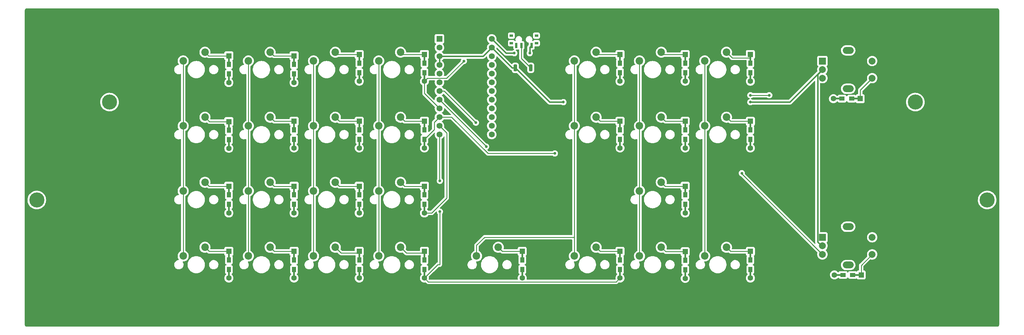
<source format=gtl>
G04 #@! TF.GenerationSoftware,KiCad,Pcbnew,(6.0.7-1)-1*
G04 #@! TF.CreationDate,2022-09-15T21:20:33+02:00*
G04 #@! TF.ProjectId,yts-pcb,7974732d-7063-4622-9e6b-696361645f70,rev?*
G04 #@! TF.SameCoordinates,Original*
G04 #@! TF.FileFunction,Copper,L1,Top*
G04 #@! TF.FilePolarity,Positive*
%FSLAX46Y46*%
G04 Gerber Fmt 4.6, Leading zero omitted, Abs format (unit mm)*
G04 Created by KiCad (PCBNEW (6.0.7-1)-1) date 2022-09-15 21:20:33*
%MOMM*%
%LPD*%
G01*
G04 APERTURE LIST*
G04 Aperture macros list*
%AMRoundRect*
0 Rectangle with rounded corners*
0 $1 Rounding radius*
0 $2 $3 $4 $5 $6 $7 $8 $9 X,Y pos of 4 corners*
0 Add a 4 corners polygon primitive as box body*
4,1,4,$2,$3,$4,$5,$6,$7,$8,$9,$2,$3,0*
0 Add four circle primitives for the rounded corners*
1,1,$1+$1,$2,$3*
1,1,$1+$1,$4,$5*
1,1,$1+$1,$6,$7*
1,1,$1+$1,$8,$9*
0 Add four rect primitives between the rounded corners*
20,1,$1+$1,$2,$3,$4,$5,0*
20,1,$1+$1,$4,$5,$6,$7,0*
20,1,$1+$1,$6,$7,$8,$9,0*
20,1,$1+$1,$8,$9,$2,$3,0*%
G04 Aperture macros list end*
G04 #@! TA.AperFunction,ComponentPad*
%ADD10C,2.200000*%
G04 #@! TD*
G04 #@! TA.AperFunction,ComponentPad*
%ADD11C,2.000000*%
G04 #@! TD*
G04 #@! TA.AperFunction,ComponentPad*
%ADD12R,2.000000X2.000000*%
G04 #@! TD*
G04 #@! TA.AperFunction,WasherPad*
%ADD13O,3.200000X2.000000*%
G04 #@! TD*
G04 #@! TA.AperFunction,ComponentPad*
%ADD14C,4.400000*%
G04 #@! TD*
G04 #@! TA.AperFunction,SMDPad,CuDef*
%ADD15RoundRect,0.250000X-0.250000X-0.750000X0.250000X-0.750000X0.250000X0.750000X-0.250000X0.750000X0*%
G04 #@! TD*
G04 #@! TA.AperFunction,ComponentPad*
%ADD16C,1.752600*%
G04 #@! TD*
G04 #@! TA.AperFunction,ComponentPad*
%ADD17R,1.752600X1.752600*%
G04 #@! TD*
G04 #@! TA.AperFunction,SMDPad,CuDef*
%ADD18R,0.700000X1.500000*%
G04 #@! TD*
G04 #@! TA.AperFunction,SMDPad,CuDef*
%ADD19R,1.000000X0.800000*%
G04 #@! TD*
G04 #@! TA.AperFunction,SMDPad,CuDef*
%ADD20R,1.600000X1.200000*%
G04 #@! TD*
G04 #@! TA.AperFunction,SMDPad,CuDef*
%ADD21R,2.900000X0.500000*%
G04 #@! TD*
G04 #@! TA.AperFunction,ComponentPad*
%ADD22C,1.600000*%
G04 #@! TD*
G04 #@! TA.AperFunction,ComponentPad*
%ADD23R,1.600000X1.600000*%
G04 #@! TD*
G04 #@! TA.AperFunction,SMDPad,CuDef*
%ADD24R,0.500000X2.900000*%
G04 #@! TD*
G04 #@! TA.AperFunction,SMDPad,CuDef*
%ADD25R,1.200000X1.600000*%
G04 #@! TD*
G04 #@! TA.AperFunction,ViaPad*
%ADD26C,0.800000*%
G04 #@! TD*
G04 #@! TA.AperFunction,Conductor*
%ADD27C,0.250000*%
G04 #@! TD*
G04 #@! TA.AperFunction,Conductor*
%ADD28C,0.400000*%
G04 #@! TD*
G04 APERTURE END LIST*
D10*
X146667958Y-123160000D03*
X153017958Y-120620000D03*
X108667958Y-123160000D03*
X115017958Y-120620000D03*
D11*
X309477958Y-155700000D03*
X309477958Y-160700000D03*
X294977958Y-158200000D03*
X294977958Y-160700000D03*
D12*
X294977958Y-155700000D03*
D13*
X302477958Y-163800000D03*
X302477958Y-152600000D03*
D10*
X127667958Y-104160000D03*
X134017958Y-101620000D03*
X165667958Y-104160000D03*
X172017958Y-101620000D03*
D14*
X322047959Y-116202042D03*
D10*
X165667958Y-161160000D03*
X172017958Y-158620000D03*
X146667958Y-161160000D03*
X153017958Y-158620000D03*
X146667958Y-142160000D03*
X153017958Y-139620000D03*
X146667958Y-104160000D03*
X153017958Y-101620000D03*
X108667958Y-161160000D03*
X115017958Y-158620000D03*
X165667958Y-123160000D03*
X172017958Y-120620000D03*
X165667958Y-142160000D03*
X172017958Y-139620000D03*
X127667958Y-142160000D03*
X134017958Y-139620000D03*
X260667958Y-161160000D03*
X267017958Y-158620000D03*
X222667958Y-104160000D03*
X229017958Y-101620000D03*
X108667958Y-142160000D03*
X115017958Y-139620000D03*
D14*
X342997959Y-144802042D03*
D15*
X209977958Y-106200000D03*
D14*
X65997959Y-144802042D03*
D10*
X267017958Y-120620000D03*
X260667958Y-123160000D03*
X241667958Y-161160000D03*
X248017958Y-158620000D03*
X241667958Y-142160000D03*
X248017958Y-139620000D03*
D14*
X87197959Y-116202042D03*
D16*
X198597958Y-97730000D03*
X198597958Y-100270000D03*
X198597958Y-102810000D03*
X198597958Y-105350000D03*
X198597958Y-107890000D03*
X198597958Y-110430000D03*
X198597958Y-112970000D03*
X198597958Y-115510000D03*
X198597958Y-118050000D03*
X198597958Y-120590000D03*
X198597958Y-123130000D03*
X198597958Y-125670000D03*
X183357958Y-125670000D03*
X183357958Y-123130000D03*
X183357958Y-120590000D03*
X183357958Y-118050000D03*
X183357958Y-115510000D03*
X183357958Y-112970000D03*
X183357958Y-110430000D03*
X183357958Y-107890000D03*
X183357958Y-105350000D03*
X183357958Y-102810000D03*
X183357958Y-100270000D03*
D17*
X183357958Y-97730000D03*
D10*
X241667958Y-104160000D03*
X248017958Y-101620000D03*
D11*
X309477958Y-104200000D03*
X309477958Y-109200000D03*
X294977958Y-106700000D03*
X294977958Y-109200000D03*
D12*
X294977958Y-104200000D03*
D13*
X302477958Y-112300000D03*
X302477958Y-101100000D03*
D15*
X205477958Y-106200000D03*
D10*
X260667958Y-104160000D03*
X267017958Y-101620000D03*
X194167958Y-161160000D03*
X200517958Y-158620000D03*
X127667958Y-161160000D03*
X134017958Y-158620000D03*
X127667958Y-123160000D03*
X134017958Y-120620000D03*
X222667958Y-123160000D03*
X229017958Y-120620000D03*
X108667958Y-104160000D03*
X115017958Y-101620000D03*
X241667958Y-123160000D03*
X248017958Y-120620000D03*
D18*
X205727958Y-99630000D03*
X207227958Y-99630000D03*
X210227958Y-99630000D03*
D19*
X211627958Y-96770000D03*
X211627958Y-98980000D03*
X204327958Y-96770000D03*
X204327958Y-98980000D03*
D10*
X222667958Y-161160000D03*
X229017958Y-158620000D03*
D20*
X300677958Y-115200000D03*
D21*
X299577958Y-115200000D03*
D22*
X298177958Y-115200000D03*
D23*
X305977958Y-115200000D03*
D21*
X304577958Y-115200000D03*
D20*
X303477958Y-115200000D03*
D24*
X235977958Y-166200000D03*
D22*
X235977958Y-167600000D03*
D25*
X235977958Y-165100000D03*
D23*
X235977958Y-159800000D03*
D25*
X235977958Y-162300000D03*
D24*
X235977958Y-161200000D03*
D25*
X140977958Y-165100000D03*
D22*
X140977958Y-167600000D03*
D24*
X140977958Y-166200000D03*
D25*
X140977958Y-162300000D03*
D24*
X140977958Y-161200000D03*
D23*
X140977958Y-159800000D03*
D25*
X178977958Y-146100000D03*
D24*
X178977958Y-147200000D03*
D22*
X178977958Y-148600000D03*
D23*
X178977958Y-140800000D03*
D24*
X178977958Y-142200000D03*
D25*
X178977958Y-143300000D03*
D24*
X121977958Y-109100000D03*
D25*
X121977958Y-108000000D03*
D22*
X121977958Y-110500000D03*
D24*
X121977958Y-104100000D03*
D23*
X121977958Y-102700000D03*
D25*
X121977958Y-105200000D03*
D22*
X159977958Y-148600000D03*
D24*
X159977958Y-147200000D03*
D25*
X159977958Y-146100000D03*
X159977958Y-143300000D03*
D23*
X159977958Y-140800000D03*
D24*
X159977958Y-142200000D03*
X273977958Y-128200000D03*
D22*
X273977958Y-129600000D03*
D25*
X273977958Y-127100000D03*
D24*
X273977958Y-123200000D03*
D25*
X273977958Y-124300000D03*
D23*
X273977958Y-121800000D03*
D25*
X121977958Y-146100000D03*
D22*
X121977958Y-148600000D03*
D24*
X121977958Y-147200000D03*
D23*
X121977958Y-140800000D03*
D25*
X121977958Y-143300000D03*
D24*
X121977958Y-142200000D03*
X235977958Y-108700000D03*
D25*
X235977958Y-107600000D03*
D22*
X235977958Y-110100000D03*
D25*
X235977958Y-104800000D03*
D24*
X235977958Y-103700000D03*
D23*
X235977958Y-102300000D03*
D24*
X178977958Y-108700000D03*
D22*
X178977958Y-110100000D03*
D25*
X178977958Y-107600000D03*
X178977958Y-104800000D03*
D24*
X178977958Y-103700000D03*
D23*
X178977958Y-102300000D03*
D22*
X298477958Y-166700000D03*
D21*
X299877958Y-166700000D03*
D20*
X300977958Y-166700000D03*
X303777958Y-166700000D03*
D23*
X306277958Y-166700000D03*
D21*
X304877958Y-166700000D03*
D24*
X254977958Y-147200000D03*
D22*
X254977958Y-148600000D03*
D25*
X254977958Y-146100000D03*
D24*
X254977958Y-142200000D03*
D25*
X254977958Y-143300000D03*
D23*
X254977958Y-140800000D03*
D22*
X140977958Y-129600000D03*
D25*
X140977958Y-127100000D03*
D24*
X140977958Y-128200000D03*
D23*
X140977958Y-121800000D03*
D25*
X140977958Y-124300000D03*
D24*
X140977958Y-123200000D03*
D25*
X159977958Y-165100000D03*
D22*
X159977958Y-167600000D03*
D24*
X159977958Y-166200000D03*
D25*
X159977958Y-162300000D03*
D23*
X159977958Y-159800000D03*
D24*
X159977958Y-161200000D03*
D22*
X121977958Y-167600000D03*
D25*
X121977958Y-165100000D03*
D24*
X121977958Y-166200000D03*
D25*
X121977958Y-162300000D03*
D23*
X121977958Y-159800000D03*
D24*
X121977958Y-161200000D03*
D25*
X273977958Y-165100000D03*
D22*
X273977958Y-167600000D03*
D24*
X273977958Y-166200000D03*
D25*
X273977958Y-162300000D03*
D24*
X273977958Y-161200000D03*
D23*
X273977958Y-159800000D03*
D24*
X178977958Y-166200000D03*
D25*
X178977958Y-165100000D03*
D22*
X178977958Y-167600000D03*
D23*
X178977958Y-159800000D03*
D25*
X178977958Y-162300000D03*
D24*
X178977958Y-161200000D03*
D25*
X140977958Y-146100000D03*
D22*
X140977958Y-148600000D03*
D24*
X140977958Y-147200000D03*
X140977958Y-142200000D03*
D23*
X140977958Y-140800000D03*
D25*
X140977958Y-143300000D03*
D24*
X254977958Y-108700000D03*
D22*
X254977958Y-110100000D03*
D25*
X254977958Y-107600000D03*
D23*
X254977958Y-102300000D03*
D24*
X254977958Y-103700000D03*
D25*
X254977958Y-104800000D03*
D22*
X235977958Y-129600000D03*
D24*
X235977958Y-128200000D03*
D25*
X235977958Y-127100000D03*
D23*
X235977958Y-121800000D03*
D25*
X235977958Y-124300000D03*
D24*
X235977958Y-123200000D03*
D22*
X121977958Y-129700000D03*
D25*
X121977958Y-127200000D03*
D24*
X121977958Y-128300000D03*
D25*
X121977958Y-124400000D03*
D23*
X121977958Y-121900000D03*
D24*
X121977958Y-123300000D03*
D22*
X159977958Y-110100000D03*
D25*
X159977958Y-107600000D03*
D24*
X159977958Y-108700000D03*
X159977958Y-103700000D03*
D23*
X159977958Y-102300000D03*
D25*
X159977958Y-104800000D03*
D22*
X273977958Y-110100000D03*
D24*
X273977958Y-108700000D03*
D25*
X273977958Y-107600000D03*
X273977958Y-104800000D03*
D24*
X273977958Y-103700000D03*
D23*
X273977958Y-102300000D03*
D24*
X207477958Y-166200000D03*
D22*
X207477958Y-167600000D03*
D25*
X207477958Y-165100000D03*
D24*
X207477958Y-161200000D03*
D23*
X207477958Y-159800000D03*
D25*
X207477958Y-162300000D03*
X178977958Y-127100000D03*
D24*
X178977958Y-128200000D03*
D22*
X178977958Y-129600000D03*
D24*
X178977958Y-123200000D03*
D25*
X178977958Y-124300000D03*
D23*
X178977958Y-121800000D03*
D22*
X159977958Y-129600000D03*
D24*
X159977958Y-128200000D03*
D25*
X159977958Y-127100000D03*
D24*
X159977958Y-123200000D03*
D23*
X159977958Y-121800000D03*
D25*
X159977958Y-124300000D03*
D22*
X254977958Y-167700000D03*
D25*
X254977958Y-165200000D03*
D24*
X254977958Y-166300000D03*
D25*
X254977958Y-162400000D03*
D23*
X254977958Y-159900000D03*
D24*
X254977958Y-161300000D03*
D25*
X254977958Y-127100000D03*
D24*
X254977958Y-128200000D03*
D22*
X254977958Y-129600000D03*
D25*
X254977958Y-124300000D03*
D23*
X254977958Y-121800000D03*
D24*
X254977958Y-123200000D03*
D22*
X140977958Y-110500000D03*
D24*
X140977958Y-109100000D03*
D25*
X140977958Y-108000000D03*
X140977958Y-105200000D03*
D24*
X140977958Y-104100000D03*
D23*
X140977958Y-102700000D03*
D26*
X190477958Y-104200000D03*
X216977958Y-131200000D03*
X183477958Y-139200000D03*
X183477958Y-148200000D03*
X219477958Y-116200000D03*
X273977958Y-116200000D03*
X209677958Y-101900000D03*
X205177958Y-101900000D03*
X273977958Y-114200000D03*
X279477958Y-114200000D03*
X193977958Y-122200000D03*
X271477958Y-136975500D03*
X196977958Y-129200000D03*
D27*
X190477958Y-104200000D02*
X185449258Y-109228700D01*
X185449258Y-109228700D02*
X179849258Y-109228700D01*
X183357958Y-118050000D02*
X178977958Y-113670000D01*
X179849258Y-109228700D02*
X178977958Y-110100000D01*
X178977958Y-113670000D02*
X178977958Y-110100000D01*
X116097958Y-102700000D02*
X115017958Y-101620000D01*
X121977958Y-102700000D02*
X116097958Y-102700000D01*
X181822041Y-124255917D02*
X181822041Y-122125917D01*
X183357958Y-120590000D02*
X186867958Y-120590000D01*
X178977958Y-127100000D02*
X181822041Y-124255917D01*
X197477958Y-131200000D02*
X216977958Y-131200000D01*
X186867958Y-120590000D02*
X197477958Y-131200000D01*
X181822041Y-122125917D02*
X183357958Y-120590000D01*
X121977958Y-121900000D02*
X116297958Y-121900000D01*
X116297958Y-121900000D02*
X115017958Y-120620000D01*
X185477958Y-125250000D02*
X183357958Y-123130000D01*
X178977958Y-148600000D02*
X181077958Y-148600000D01*
X185477958Y-144200000D02*
X185477958Y-125250000D01*
X181077958Y-148600000D02*
X185477958Y-144200000D01*
X121977958Y-140800000D02*
X116197958Y-140800000D01*
X116197958Y-140800000D02*
X115017958Y-139620000D01*
X180102958Y-168725000D02*
X178977958Y-167600000D01*
X182877958Y-163700000D02*
X183477958Y-163700000D01*
X183357958Y-139080000D02*
X183357958Y-125670000D01*
X178977958Y-167600000D02*
X182877958Y-163700000D01*
X183477958Y-163700000D02*
X183477958Y-148200000D01*
X235977958Y-167600000D02*
X234852958Y-168725000D01*
X234852958Y-168725000D02*
X180102958Y-168725000D01*
X183477958Y-139200000D02*
X183357958Y-139080000D01*
X121977958Y-159800000D02*
X116197958Y-159800000D01*
X116197958Y-159800000D02*
X115017958Y-158620000D01*
X135097958Y-102700000D02*
X134017958Y-101620000D01*
X140977958Y-102700000D02*
X135097958Y-102700000D01*
X135197958Y-121800000D02*
X134017958Y-120620000D01*
X140977958Y-121800000D02*
X135197958Y-121800000D01*
X140977958Y-140800000D02*
X135197958Y-140800000D01*
X135197958Y-140800000D02*
X134017958Y-139620000D01*
X135197958Y-159800000D02*
X134017958Y-158620000D01*
X140977958Y-159800000D02*
X135197958Y-159800000D01*
X159977958Y-102300000D02*
X153697958Y-102300000D01*
X153697958Y-102300000D02*
X153017958Y-101620000D01*
X159977958Y-121800000D02*
X154197958Y-121800000D01*
X154197958Y-121800000D02*
X153017958Y-120620000D01*
X154197958Y-140800000D02*
X153017958Y-139620000D01*
X159977958Y-140800000D02*
X154197958Y-140800000D01*
X154697958Y-160300000D02*
X153017958Y-158620000D01*
X159977958Y-160300000D02*
X154697958Y-160300000D01*
X172697958Y-102300000D02*
X172017958Y-101620000D01*
X178977958Y-102300000D02*
X172697958Y-102300000D01*
X173197958Y-121800000D02*
X172017958Y-120620000D01*
X178977958Y-121800000D02*
X173197958Y-121800000D01*
X173197958Y-140800000D02*
X172017958Y-139620000D01*
X178977958Y-140800000D02*
X173197958Y-140800000D01*
X173697958Y-160300000D02*
X172017958Y-158620000D01*
X178977958Y-160300000D02*
X173697958Y-160300000D01*
X235977958Y-102300000D02*
X229697958Y-102300000D01*
X229697958Y-102300000D02*
X229017958Y-101620000D01*
X230197958Y-121800000D02*
X229017958Y-120620000D01*
X235977958Y-121800000D02*
X230197958Y-121800000D01*
X230197958Y-159800000D02*
X229017958Y-158620000D01*
X235977958Y-159800000D02*
X230197958Y-159800000D01*
X254977958Y-102300000D02*
X248697958Y-102300000D01*
X248697958Y-102300000D02*
X248017958Y-101620000D01*
X249197958Y-121800000D02*
X248017958Y-120620000D01*
X254977958Y-121800000D02*
X249197958Y-121800000D01*
X249197958Y-140800000D02*
X248017958Y-139620000D01*
X254977958Y-140800000D02*
X249197958Y-140800000D01*
X249297958Y-159900000D02*
X248017958Y-158620000D01*
X254977958Y-159900000D02*
X249297958Y-159900000D01*
X273977958Y-103300000D02*
X268697958Y-103300000D01*
X268697958Y-103300000D02*
X267017958Y-101620000D01*
X273977958Y-121800000D02*
X268197958Y-121800000D01*
X268197958Y-121800000D02*
X267017958Y-120620000D01*
X268197958Y-159800000D02*
X267017958Y-158620000D01*
X273977958Y-159800000D02*
X268197958Y-159800000D01*
X305977958Y-112700000D02*
X309477958Y-109200000D01*
X305977958Y-115200000D02*
X305977958Y-112700000D01*
X201697958Y-159800000D02*
X200517958Y-158620000D01*
X207477958Y-159800000D02*
X201697958Y-159800000D01*
X306277958Y-166700000D02*
X306277958Y-163900000D01*
X306277958Y-163900000D02*
X309477958Y-160700000D01*
X207227958Y-99630000D02*
X207227958Y-103450000D01*
X207227958Y-103450000D02*
X209977958Y-106200000D01*
D28*
X294977958Y-106700000D02*
X293577958Y-108100000D01*
X183357958Y-102810000D02*
X196057958Y-102810000D01*
X183357958Y-105350000D02*
X183357958Y-102810000D01*
X294677958Y-158200000D02*
X294977958Y-158200000D01*
X196057958Y-102810000D02*
X198597958Y-100270000D01*
X198597958Y-100270000D02*
X204527958Y-106200000D01*
X204527958Y-106200000D02*
X205477958Y-106200000D01*
X205477958Y-106200000D02*
X215477958Y-116200000D01*
X215477958Y-116200000D02*
X219477958Y-116200000D01*
X293577958Y-157100000D02*
X294677958Y-158200000D01*
X285477958Y-116200000D02*
X294977958Y-106700000D01*
X273977958Y-116200000D02*
X285477958Y-116200000D01*
X293577958Y-108100000D02*
X293577958Y-157100000D01*
X209677958Y-100180000D02*
X210227958Y-99630000D01*
X209677958Y-101900000D02*
X209677958Y-100180000D01*
X198597958Y-97730000D02*
X202767958Y-101900000D01*
X202767958Y-101900000D02*
X205177958Y-101900000D01*
D27*
X108667958Y-104160000D02*
X108667958Y-161160000D01*
X127667958Y-104160000D02*
X127667958Y-161160000D01*
X146667958Y-104160000D02*
X146667958Y-161160000D01*
X165667958Y-104160000D02*
X165667958Y-161160000D01*
X194167958Y-158010000D02*
X196477958Y-155700000D01*
X194167958Y-161160000D02*
X194167958Y-158010000D01*
X222477958Y-155700000D02*
X222667958Y-155510000D01*
X196477958Y-155700000D02*
X222477958Y-155700000D01*
X222667958Y-155510000D02*
X222667958Y-161160000D01*
X222667958Y-104160000D02*
X222667958Y-155510000D01*
X241667958Y-104160000D02*
X241667958Y-161160000D01*
X198867958Y-120590000D02*
X198977958Y-120700000D01*
X198597958Y-120590000D02*
X198867958Y-120590000D01*
X260667958Y-161160000D02*
X260667958Y-104160000D01*
X279477958Y-114200000D02*
X273977958Y-114200000D01*
X193977958Y-122200000D02*
X184747958Y-112970000D01*
X184747958Y-112970000D02*
X183357958Y-112970000D01*
X196977958Y-129200000D02*
X196977958Y-129130000D01*
X294977958Y-160700000D02*
X271477958Y-137200000D01*
X196977958Y-129130000D02*
X183357958Y-115510000D01*
G04 #@! TA.AperFunction,NonConductor*
G36*
X189672260Y-103538502D02*
G01*
X189718753Y-103592158D01*
X189728857Y-103662432D01*
X189713258Y-103707500D01*
X189650277Y-103816586D01*
X189643431Y-103828444D01*
X189584416Y-104010072D01*
X189583726Y-104016633D01*
X189583726Y-104016635D01*
X189579221Y-104059500D01*
X189569148Y-104155345D01*
X189567051Y-104175293D01*
X189540038Y-104240950D01*
X189530836Y-104251218D01*
X185223758Y-108558295D01*
X185161446Y-108592321D01*
X185134663Y-108595200D01*
X184757027Y-108595200D01*
X184688906Y-108575198D01*
X184642413Y-108521542D01*
X184632309Y-108451268D01*
X184644069Y-108413374D01*
X184647633Y-108406163D01*
X184649925Y-108401526D01*
X184716122Y-108183646D01*
X184728658Y-108088430D01*
X184745408Y-107961201D01*
X184745409Y-107961194D01*
X184745845Y-107957879D01*
X184746339Y-107937675D01*
X184747422Y-107893365D01*
X184747422Y-107893360D01*
X184747504Y-107890000D01*
X184737653Y-107770179D01*
X184729269Y-107668202D01*
X184729268Y-107668196D01*
X184728845Y-107663051D01*
X184700067Y-107548478D01*
X184674630Y-107447208D01*
X184674629Y-107447204D01*
X184673371Y-107442197D01*
X184671312Y-107437461D01*
X184584630Y-107238106D01*
X184584628Y-107238103D01*
X184582570Y-107233369D01*
X184494698Y-107097540D01*
X184461689Y-107046515D01*
X184461687Y-107046512D01*
X184458881Y-107042175D01*
X184305626Y-106873750D01*
X184126921Y-106732618D01*
X184120293Y-106728959D01*
X184119609Y-106728269D01*
X184118089Y-106727259D01*
X184118297Y-106726945D01*
X184070321Y-106678533D01*
X184055543Y-106609091D01*
X184080654Y-106542684D01*
X184108012Y-106516069D01*
X184250647Y-106414329D01*
X184250649Y-106414327D01*
X184254851Y-106411330D01*
X184416151Y-106250592D01*
X184431649Y-106229025D01*
X184546013Y-106069869D01*
X184549031Y-106065669D01*
X184554914Y-106053767D01*
X184647631Y-105866168D01*
X184647632Y-105866166D01*
X184649925Y-105861526D01*
X184716122Y-105643646D01*
X184717331Y-105634461D01*
X184745408Y-105421201D01*
X184745409Y-105421194D01*
X184745845Y-105417879D01*
X184746681Y-105383663D01*
X184747422Y-105353365D01*
X184747422Y-105353360D01*
X184747504Y-105350000D01*
X184730683Y-105145405D01*
X184729269Y-105128202D01*
X184729268Y-105128196D01*
X184728845Y-105123051D01*
X184692084Y-104976697D01*
X184674630Y-104907208D01*
X184674629Y-104907204D01*
X184673371Y-104902197D01*
X184671312Y-104897461D01*
X184584630Y-104698106D01*
X184584628Y-104698103D01*
X184582570Y-104693369D01*
X184458881Y-104502175D01*
X184305626Y-104333750D01*
X184126921Y-104192618D01*
X184122674Y-104190273D01*
X184077062Y-104135989D01*
X184066458Y-104085395D01*
X184066458Y-104070603D01*
X184086460Y-104002482D01*
X184119290Y-103968024D01*
X184254851Y-103871330D01*
X184416151Y-103710592D01*
X184424842Y-103698498D01*
X184461274Y-103647797D01*
X184516476Y-103570974D01*
X184572471Y-103527326D01*
X184618799Y-103518500D01*
X189604139Y-103518500D01*
X189672260Y-103538502D01*
G37*
G04 #@! TD.AperFunction*
G04 #@! TA.AperFunction,NonConductor*
G36*
X181980704Y-109882202D02*
G01*
X182027197Y-109935858D01*
X182037301Y-110006132D01*
X182034003Y-110021864D01*
X181993025Y-110169625D01*
X181968827Y-110396050D01*
X181969124Y-110401202D01*
X181969124Y-110401206D01*
X181973941Y-110484740D01*
X181981935Y-110623387D01*
X181983070Y-110628424D01*
X181983071Y-110628430D01*
X182029235Y-110833276D01*
X182031997Y-110845531D01*
X182033941Y-110850317D01*
X182033942Y-110850322D01*
X182106041Y-111027880D01*
X182117669Y-111056515D01*
X182236650Y-111250674D01*
X182385744Y-111422793D01*
X182560947Y-111568249D01*
X182565398Y-111570850D01*
X182565408Y-111570857D01*
X182598224Y-111590033D01*
X182646947Y-111641672D01*
X182660017Y-111711455D01*
X182633284Y-111777227D01*
X182610311Y-111799575D01*
X182435402Y-111930900D01*
X182278078Y-112095530D01*
X182275164Y-112099802D01*
X182275163Y-112099803D01*
X182209305Y-112196348D01*
X182149755Y-112283645D01*
X182053879Y-112490192D01*
X181993025Y-112709625D01*
X181968827Y-112936050D01*
X181969124Y-112941202D01*
X181969124Y-112941206D01*
X181973356Y-113014594D01*
X181981935Y-113163387D01*
X181983070Y-113168424D01*
X181983071Y-113168430D01*
X182019445Y-113329834D01*
X182031997Y-113385531D01*
X182033941Y-113390317D01*
X182033942Y-113390322D01*
X182107763Y-113572120D01*
X182117669Y-113596515D01*
X182236650Y-113790674D01*
X182385744Y-113962793D01*
X182560947Y-114108249D01*
X182565398Y-114110850D01*
X182565408Y-114110857D01*
X182598224Y-114130033D01*
X182646947Y-114181672D01*
X182660017Y-114251455D01*
X182633284Y-114317227D01*
X182610311Y-114339575D01*
X182435402Y-114470900D01*
X182278078Y-114635530D01*
X182275164Y-114639802D01*
X182275163Y-114639803D01*
X182255670Y-114668379D01*
X182149755Y-114823645D01*
X182053879Y-115030192D01*
X182052497Y-115035174D01*
X182052497Y-115035175D01*
X182034660Y-115099492D01*
X181993025Y-115249625D01*
X181992476Y-115254760D01*
X181992476Y-115254761D01*
X181968940Y-115474990D01*
X181941812Y-115540599D01*
X181883519Y-115581127D01*
X181812570Y-115583706D01*
X181754558Y-115550695D01*
X179648363Y-113444500D01*
X179614337Y-113382188D01*
X179611458Y-113355405D01*
X179611458Y-111319394D01*
X179631460Y-111251273D01*
X179665187Y-111216181D01*
X179817747Y-111109357D01*
X179817750Y-111109355D01*
X179822258Y-111106198D01*
X179984156Y-110944300D01*
X180004280Y-110915561D01*
X180061896Y-110833276D01*
X180115481Y-110756749D01*
X180117804Y-110751767D01*
X180117807Y-110751762D01*
X180209919Y-110554225D01*
X180209919Y-110554224D01*
X180212242Y-110549243D01*
X180271501Y-110328087D01*
X180291456Y-110100000D01*
X180290161Y-110085202D01*
X180282636Y-109999181D01*
X180296626Y-109929576D01*
X180346025Y-109878584D01*
X180408157Y-109862200D01*
X181912583Y-109862200D01*
X181980704Y-109882202D01*
G37*
G04 #@! TD.AperFunction*
G04 #@! TA.AperFunction,NonConductor*
G36*
X184961451Y-118009397D02*
G01*
X186693459Y-119741405D01*
X186727485Y-119803717D01*
X186722420Y-119874532D01*
X186679873Y-119931368D01*
X186613353Y-119956179D01*
X186604364Y-119956500D01*
X184666089Y-119956500D01*
X184597968Y-119936498D01*
X184560297Y-119898940D01*
X184461689Y-119746515D01*
X184461687Y-119746512D01*
X184458881Y-119742175D01*
X184305626Y-119573750D01*
X184126921Y-119432618D01*
X184120293Y-119428959D01*
X184119609Y-119428269D01*
X184118089Y-119427259D01*
X184118297Y-119426945D01*
X184070321Y-119378533D01*
X184055543Y-119309091D01*
X184080654Y-119242684D01*
X184108012Y-119216069D01*
X184250647Y-119114329D01*
X184250649Y-119114327D01*
X184254851Y-119111330D01*
X184416151Y-118950592D01*
X184459944Y-118889648D01*
X184546013Y-118769869D01*
X184549031Y-118765669D01*
X184554267Y-118755076D01*
X184647631Y-118566168D01*
X184647632Y-118566166D01*
X184649925Y-118561526D01*
X184716122Y-118343646D01*
X184726428Y-118265366D01*
X184745408Y-118121201D01*
X184745409Y-118121194D01*
X184745845Y-118117879D01*
X184746394Y-118095414D01*
X184768054Y-118027802D01*
X184822829Y-117982634D01*
X184893329Y-117974250D01*
X184961451Y-118009397D01*
G37*
G04 #@! TD.AperFunction*
G04 #@! TA.AperFunction,NonConductor*
G36*
X345970018Y-88810000D02*
G01*
X345984852Y-88812310D01*
X345984855Y-88812310D01*
X345993724Y-88813691D01*
X346002626Y-88812527D01*
X346002750Y-88812511D01*
X346033192Y-88812240D01*
X346046070Y-88813691D01*
X346095264Y-88819234D01*
X346122771Y-88825513D01*
X346199853Y-88852485D01*
X346225274Y-88864727D01*
X346294426Y-88908178D01*
X346316485Y-88925770D01*
X346374230Y-88983515D01*
X346391822Y-89005574D01*
X346435273Y-89074726D01*
X346447515Y-89100147D01*
X346474487Y-89177228D01*
X346480766Y-89204736D01*
X346487018Y-89260226D01*
X346486923Y-89275871D01*
X346487800Y-89275882D01*
X346487690Y-89284851D01*
X346486309Y-89293724D01*
X346487473Y-89302627D01*
X346487473Y-89302631D01*
X346490435Y-89325285D01*
X346491499Y-89341622D01*
X346490631Y-128447141D01*
X346489460Y-181252657D01*
X346487959Y-181272045D01*
X346485650Y-181286870D01*
X346484268Y-181295744D01*
X346485432Y-181304648D01*
X346485322Y-181313623D01*
X346485117Y-181313620D01*
X346485107Y-181335070D01*
X346474943Y-181412250D01*
X346466429Y-181444020D01*
X346430226Y-181531415D01*
X346413779Y-181559901D01*
X346356190Y-181634948D01*
X346332932Y-181658205D01*
X346257883Y-181715790D01*
X346229398Y-181732235D01*
X346142004Y-181768434D01*
X346110233Y-181776947D01*
X346036438Y-181786662D01*
X346018456Y-181787731D01*
X346015149Y-181787691D01*
X346006276Y-181786309D01*
X345974714Y-181790436D01*
X345958379Y-181791500D01*
X63049367Y-181791500D01*
X63029982Y-181790000D01*
X63015148Y-181787690D01*
X63015145Y-181787690D01*
X63006276Y-181786309D01*
X62997374Y-181787473D01*
X62997250Y-181787489D01*
X62966808Y-181787760D01*
X62946130Y-181785430D01*
X62904736Y-181780766D01*
X62877229Y-181774487D01*
X62800147Y-181747515D01*
X62774726Y-181735273D01*
X62705574Y-181691822D01*
X62683515Y-181674230D01*
X62625770Y-181616485D01*
X62608178Y-181594426D01*
X62564727Y-181525274D01*
X62552485Y-181499853D01*
X62525513Y-181422772D01*
X62519234Y-181395266D01*
X62513170Y-181341451D01*
X62512888Y-181316640D01*
X62513576Y-181312552D01*
X62513729Y-181300000D01*
X62509773Y-181272376D01*
X62508500Y-181254514D01*
X62508500Y-163635774D01*
X106036060Y-163635774D01*
X106036260Y-163641103D01*
X106036260Y-163641105D01*
X106039292Y-163721855D01*
X106044709Y-163866158D01*
X106092051Y-164091791D01*
X106094009Y-164096750D01*
X106094010Y-164096752D01*
X106173306Y-164297540D01*
X106176734Y-164306221D01*
X106179501Y-164310780D01*
X106179502Y-164310783D01*
X106215682Y-164370405D01*
X106296335Y-164503317D01*
X106299832Y-164507347D01*
X106435527Y-164663722D01*
X106447435Y-164677445D01*
X106451566Y-164680832D01*
X106621585Y-164820240D01*
X106621591Y-164820244D01*
X106625713Y-164823624D01*
X106630349Y-164826263D01*
X106630352Y-164826265D01*
X106739380Y-164888327D01*
X106826072Y-164937675D01*
X107042783Y-165016337D01*
X107048032Y-165017286D01*
X107048035Y-165017287D01*
X107265566Y-165056623D01*
X107265573Y-165056624D01*
X107269650Y-165057361D01*
X107287372Y-165058197D01*
X107292314Y-165058430D01*
X107292321Y-165058430D01*
X107293802Y-165058500D01*
X107455848Y-165058500D01*
X107522767Y-165052822D01*
X107622367Y-165044371D01*
X107622371Y-165044370D01*
X107627678Y-165043920D01*
X107632833Y-165042582D01*
X107632839Y-165042581D01*
X107845661Y-164987343D01*
X107845665Y-164987342D01*
X107850830Y-164986001D01*
X107855696Y-164983809D01*
X107855699Y-164983808D01*
X108056160Y-164893507D01*
X108061033Y-164891312D01*
X108252277Y-164762559D01*
X108263363Y-164751984D01*
X108351790Y-164667628D01*
X108419093Y-164603424D01*
X108556712Y-164418458D01*
X108581144Y-164370405D01*
X108630405Y-164273514D01*
X108661198Y-164212949D01*
X108669498Y-164186221D01*
X108727982Y-163997871D01*
X108729565Y-163992773D01*
X108740444Y-163910688D01*
X108747451Y-163857821D01*
X109969458Y-163857821D01*
X110009018Y-164170975D01*
X110087515Y-164476702D01*
X110088968Y-164480371D01*
X110088968Y-164480372D01*
X110199237Y-164758878D01*
X110203711Y-164770179D01*
X110205617Y-164773647D01*
X110205618Y-164773648D01*
X110339561Y-165017287D01*
X110355774Y-165046779D01*
X110458724Y-165188478D01*
X110533505Y-165291405D01*
X110541304Y-165302140D01*
X110757376Y-165532233D01*
X110760427Y-165534757D01*
X110760428Y-165534758D01*
X110837183Y-165598255D01*
X111000583Y-165733432D01*
X111267089Y-165902562D01*
X111270668Y-165904246D01*
X111270675Y-165904250D01*
X111549102Y-166035267D01*
X111549106Y-166035269D01*
X111552692Y-166036956D01*
X111852886Y-166134495D01*
X112162938Y-166193641D01*
X112399120Y-166208500D01*
X112556796Y-166208500D01*
X112792978Y-166193641D01*
X113103030Y-166134495D01*
X113403224Y-166036956D01*
X113406810Y-166035269D01*
X113406814Y-166035267D01*
X113685241Y-165904250D01*
X113685248Y-165904246D01*
X113688827Y-165902562D01*
X113955333Y-165733432D01*
X114118733Y-165598255D01*
X114195488Y-165534758D01*
X114195489Y-165534757D01*
X114198540Y-165532233D01*
X114414612Y-165302140D01*
X114422412Y-165291405D01*
X114497192Y-165188478D01*
X114600142Y-165046779D01*
X114616356Y-165017287D01*
X114750298Y-164773648D01*
X114750299Y-164773647D01*
X114752205Y-164770179D01*
X114756680Y-164758878D01*
X114866948Y-164480372D01*
X114866948Y-164480371D01*
X114868401Y-164476702D01*
X114946898Y-164170975D01*
X114986458Y-163857821D01*
X114986458Y-163635774D01*
X116196060Y-163635774D01*
X116196260Y-163641103D01*
X116196260Y-163641105D01*
X116199292Y-163721855D01*
X116204709Y-163866158D01*
X116252051Y-164091791D01*
X116254009Y-164096750D01*
X116254010Y-164096752D01*
X116333306Y-164297540D01*
X116336734Y-164306221D01*
X116339501Y-164310780D01*
X116339502Y-164310783D01*
X116375682Y-164370405D01*
X116456335Y-164503317D01*
X116459832Y-164507347D01*
X116595527Y-164663722D01*
X116607435Y-164677445D01*
X116611566Y-164680832D01*
X116781585Y-164820240D01*
X116781591Y-164820244D01*
X116785713Y-164823624D01*
X116790349Y-164826263D01*
X116790352Y-164826265D01*
X116899380Y-164888327D01*
X116986072Y-164937675D01*
X117202783Y-165016337D01*
X117208032Y-165017286D01*
X117208035Y-165017287D01*
X117425566Y-165056623D01*
X117425573Y-165056624D01*
X117429650Y-165057361D01*
X117447372Y-165058197D01*
X117452314Y-165058430D01*
X117452321Y-165058430D01*
X117453802Y-165058500D01*
X117615848Y-165058500D01*
X117682767Y-165052822D01*
X117782367Y-165044371D01*
X117782371Y-165044370D01*
X117787678Y-165043920D01*
X117792833Y-165042582D01*
X117792839Y-165042581D01*
X118005661Y-164987343D01*
X118005665Y-164987342D01*
X118010830Y-164986001D01*
X118015696Y-164983809D01*
X118015699Y-164983808D01*
X118216160Y-164893507D01*
X118221033Y-164891312D01*
X118412277Y-164762559D01*
X118423363Y-164751984D01*
X118511790Y-164667628D01*
X118579093Y-164603424D01*
X118716712Y-164418458D01*
X118741144Y-164370405D01*
X118790405Y-164273514D01*
X118821198Y-164212949D01*
X118829498Y-164186221D01*
X118887982Y-163997871D01*
X118889565Y-163992773D01*
X118900444Y-163910688D01*
X118919156Y-163769511D01*
X118919156Y-163769506D01*
X118919856Y-163764226D01*
X118919243Y-163747881D01*
X118912751Y-163574959D01*
X118911207Y-163533842D01*
X118863865Y-163308209D01*
X118824993Y-163209779D01*
X118781143Y-163098744D01*
X118781142Y-163098742D01*
X118779182Y-163093779D01*
X118773518Y-163084444D01*
X118662348Y-162901243D01*
X118659581Y-162896683D01*
X118572713Y-162796576D01*
X118511981Y-162726588D01*
X118511979Y-162726586D01*
X118508481Y-162722555D01*
X118450873Y-162675319D01*
X118334331Y-162579760D01*
X118334325Y-162579756D01*
X118330203Y-162576376D01*
X118325567Y-162573737D01*
X118325564Y-162573735D01*
X118139655Y-162467910D01*
X118129844Y-162462325D01*
X117913133Y-162383663D01*
X117907884Y-162382714D01*
X117907881Y-162382713D01*
X117690350Y-162343377D01*
X117690343Y-162343376D01*
X117686266Y-162342639D01*
X117668544Y-162341803D01*
X117663602Y-162341570D01*
X117663595Y-162341570D01*
X117662114Y-162341500D01*
X117500068Y-162341500D01*
X117433149Y-162347178D01*
X117333549Y-162355629D01*
X117333545Y-162355630D01*
X117328238Y-162356080D01*
X117323083Y-162357418D01*
X117323077Y-162357419D01*
X117110255Y-162412657D01*
X117110251Y-162412658D01*
X117105086Y-162413999D01*
X117100220Y-162416191D01*
X117100217Y-162416192D01*
X116991938Y-162464968D01*
X116894883Y-162508688D01*
X116703639Y-162637441D01*
X116536823Y-162796576D01*
X116399204Y-162981542D01*
X116294718Y-163187051D01*
X116293136Y-163192145D01*
X116293135Y-163192148D01*
X116245144Y-163346705D01*
X116226351Y-163407227D01*
X116225650Y-163412516D01*
X116198020Y-163620989D01*
X116196060Y-163635774D01*
X114986458Y-163635774D01*
X114986458Y-163542179D01*
X114946898Y-163229025D01*
X114868401Y-162923298D01*
X114818228Y-162796576D01*
X114753660Y-162633495D01*
X114753658Y-162633490D01*
X114752205Y-162629821D01*
X114734500Y-162597616D01*
X114602051Y-162356693D01*
X114602049Y-162356690D01*
X114600142Y-162353221D01*
X114414612Y-162097860D01*
X114221768Y-161892502D01*
X114201255Y-161870658D01*
X114201254Y-161870657D01*
X114198540Y-161867767D01*
X113955333Y-161666568D01*
X113688827Y-161497438D01*
X113685248Y-161495754D01*
X113685241Y-161495750D01*
X113406814Y-161364733D01*
X113406810Y-161364731D01*
X113403224Y-161363044D01*
X113351101Y-161346108D01*
X113106806Y-161266732D01*
X113106808Y-161266732D01*
X113103030Y-161265505D01*
X112792978Y-161206359D01*
X112556796Y-161191500D01*
X112399120Y-161191500D01*
X112162938Y-161206359D01*
X111852886Y-161265505D01*
X111849108Y-161266732D01*
X111849110Y-161266732D01*
X111604816Y-161346108D01*
X111552692Y-161363044D01*
X111549106Y-161364731D01*
X111549102Y-161364733D01*
X111270675Y-161495750D01*
X111270668Y-161495754D01*
X111267089Y-161497438D01*
X111000583Y-161666568D01*
X110757376Y-161867767D01*
X110754662Y-161870657D01*
X110754661Y-161870658D01*
X110734148Y-161892502D01*
X110541304Y-162097860D01*
X110355774Y-162353221D01*
X110353867Y-162356690D01*
X110353865Y-162356693D01*
X110221416Y-162597616D01*
X110203711Y-162629821D01*
X110202258Y-162633490D01*
X110202256Y-162633495D01*
X110137688Y-162796576D01*
X110087515Y-162923298D01*
X110009018Y-163229025D01*
X109969458Y-163542179D01*
X109969458Y-163857821D01*
X108747451Y-163857821D01*
X108759156Y-163769511D01*
X108759156Y-163769506D01*
X108759856Y-163764226D01*
X108759243Y-163747881D01*
X108752751Y-163574959D01*
X108751207Y-163533842D01*
X108703865Y-163308209D01*
X108664993Y-163209779D01*
X108621143Y-163098744D01*
X108621142Y-163098742D01*
X108619182Y-163093779D01*
X108613518Y-163084444D01*
X108553960Y-162986297D01*
X108540219Y-162963653D01*
X108521981Y-162895041D01*
X108543732Y-162827459D01*
X108598568Y-162782364D01*
X108657819Y-162772677D01*
X108663019Y-162773086D01*
X108663028Y-162773086D01*
X108667958Y-162773474D01*
X108920361Y-162753609D01*
X108925168Y-162752455D01*
X108925174Y-162752454D01*
X109081926Y-162714821D01*
X109166549Y-162694505D01*
X109203984Y-162678999D01*
X109395886Y-162599511D01*
X109395890Y-162599509D01*
X109400460Y-162597616D01*
X109616334Y-162465328D01*
X109802812Y-162306060D01*
X109805100Y-162304106D01*
X109808856Y-162300898D01*
X109973286Y-162108376D01*
X110105574Y-161892502D01*
X110116866Y-161865242D01*
X110200569Y-161663164D01*
X110200570Y-161663162D01*
X110202463Y-161658591D01*
X110241152Y-161497438D01*
X110260412Y-161417216D01*
X110260413Y-161417210D01*
X110261567Y-161412403D01*
X110281432Y-161160000D01*
X110261567Y-160907597D01*
X110258230Y-160893695D01*
X110212318Y-160702460D01*
X110202463Y-160661409D01*
X110200569Y-160656836D01*
X110107469Y-160432072D01*
X110107467Y-160432068D01*
X110105574Y-160427498D01*
X109973286Y-160211624D01*
X109808856Y-160019102D01*
X109616334Y-159854672D01*
X109400460Y-159722384D01*
X109395883Y-159720488D01*
X109379238Y-159713593D01*
X109323958Y-159669044D01*
X109301458Y-159597185D01*
X109301458Y-158620000D01*
X113404484Y-158620000D01*
X113424349Y-158872403D01*
X113425503Y-158877210D01*
X113425504Y-158877216D01*
X113460400Y-159022568D01*
X113483453Y-159118591D01*
X113485346Y-159123162D01*
X113485347Y-159123164D01*
X113547487Y-159273182D01*
X113580342Y-159352502D01*
X113712630Y-159568376D01*
X113877060Y-159760898D01*
X114069582Y-159925328D01*
X114285456Y-160057616D01*
X114290026Y-160059509D01*
X114290030Y-160059511D01*
X114479829Y-160138128D01*
X114519367Y-160154505D01*
X114596526Y-160173029D01*
X114760742Y-160212454D01*
X114760748Y-160212455D01*
X114765555Y-160213609D01*
X115017958Y-160233474D01*
X115270361Y-160213609D01*
X115275168Y-160212455D01*
X115275174Y-160212454D01*
X115511746Y-160155658D01*
X115511745Y-160155658D01*
X115516549Y-160154505D01*
X115521112Y-160152615D01*
X115521121Y-160152612D01*
X115537773Y-160145715D01*
X115608363Y-160138128D01*
X115675083Y-160173030D01*
X115694306Y-160192253D01*
X115701846Y-160200539D01*
X115705958Y-160207018D01*
X115711735Y-160212443D01*
X115755609Y-160253643D01*
X115758451Y-160256398D01*
X115778188Y-160276135D01*
X115781385Y-160278615D01*
X115790405Y-160286318D01*
X115822637Y-160316586D01*
X115829583Y-160320405D01*
X115829586Y-160320407D01*
X115840392Y-160326348D01*
X115856911Y-160337199D01*
X115872917Y-160349614D01*
X115880186Y-160352759D01*
X115880190Y-160352762D01*
X115913495Y-160367174D01*
X115924145Y-160372391D01*
X115962898Y-160393695D01*
X115970573Y-160395666D01*
X115970574Y-160395666D01*
X115982520Y-160398733D01*
X116001225Y-160405137D01*
X116019813Y-160413181D01*
X116027636Y-160414420D01*
X116027646Y-160414423D01*
X116063482Y-160420099D01*
X116075102Y-160422505D01*
X116108670Y-160431123D01*
X116117928Y-160433500D01*
X116138182Y-160433500D01*
X116157892Y-160435051D01*
X116177901Y-160438220D01*
X116185793Y-160437474D01*
X116221919Y-160434059D01*
X116233777Y-160433500D01*
X120543458Y-160433500D01*
X120611579Y-160453502D01*
X120658072Y-160507158D01*
X120669458Y-160559500D01*
X120669458Y-160648134D01*
X120676213Y-160710316D01*
X120727343Y-160846705D01*
X120814697Y-160963261D01*
X120821877Y-160968642D01*
X120925190Y-161046071D01*
X120967705Y-161102930D01*
X120972731Y-161173749D01*
X120950451Y-161222462D01*
X120944159Y-161230858D01*
X120927343Y-161253295D01*
X120876213Y-161389684D01*
X120869458Y-161451866D01*
X120869458Y-163148134D01*
X120876213Y-163210316D01*
X120927343Y-163346705D01*
X121014697Y-163463261D01*
X121131253Y-163550615D01*
X121139661Y-163553767D01*
X121215020Y-163582018D01*
X121271784Y-163624660D01*
X121296484Y-163691221D01*
X121281277Y-163760570D01*
X121230991Y-163810688D01*
X121215020Y-163817982D01*
X121131253Y-163849385D01*
X121014697Y-163936739D01*
X120927343Y-164053295D01*
X120876213Y-164189684D01*
X120869458Y-164251866D01*
X120869458Y-165948134D01*
X120876213Y-166010316D01*
X120927343Y-166146705D01*
X121014697Y-166263261D01*
X121131253Y-166350615D01*
X121139662Y-166353767D01*
X121147533Y-166358077D01*
X121146232Y-166360454D01*
X121191773Y-166394661D01*
X121216475Y-166461222D01*
X121201271Y-166530571D01*
X121163054Y-166573218D01*
X121138172Y-166590641D01*
X121133658Y-166593802D01*
X120971760Y-166755700D01*
X120840435Y-166943251D01*
X120838112Y-166948233D01*
X120838109Y-166948238D01*
X120791479Y-167048238D01*
X120743674Y-167150757D01*
X120742252Y-167156065D01*
X120742251Y-167156067D01*
X120689814Y-167351762D01*
X120684415Y-167371913D01*
X120664460Y-167600000D01*
X120684415Y-167828087D01*
X120685838Y-167833398D01*
X120685839Y-167833402D01*
X120730204Y-167998971D01*
X120743674Y-168049243D01*
X120745997Y-168054224D01*
X120745997Y-168054225D01*
X120838109Y-168251762D01*
X120838112Y-168251767D01*
X120840435Y-168256749D01*
X120971760Y-168444300D01*
X121133658Y-168606198D01*
X121138166Y-168609355D01*
X121138169Y-168609357D01*
X121216347Y-168664098D01*
X121321209Y-168737523D01*
X121326191Y-168739846D01*
X121326196Y-168739849D01*
X121523733Y-168831961D01*
X121528715Y-168834284D01*
X121534023Y-168835706D01*
X121534025Y-168835707D01*
X121744556Y-168892119D01*
X121744558Y-168892119D01*
X121749871Y-168893543D01*
X121977958Y-168913498D01*
X122206045Y-168893543D01*
X122211358Y-168892119D01*
X122211360Y-168892119D01*
X122421891Y-168835707D01*
X122421893Y-168835706D01*
X122427201Y-168834284D01*
X122432183Y-168831961D01*
X122629720Y-168739849D01*
X122629725Y-168739846D01*
X122634707Y-168737523D01*
X122739569Y-168664098D01*
X122817747Y-168609357D01*
X122817750Y-168609355D01*
X122822258Y-168606198D01*
X122984156Y-168444300D01*
X123115481Y-168256749D01*
X123117804Y-168251767D01*
X123117807Y-168251762D01*
X123209919Y-168054225D01*
X123209919Y-168054224D01*
X123212242Y-168049243D01*
X123225713Y-167998971D01*
X123270077Y-167833402D01*
X123270078Y-167833398D01*
X123271501Y-167828087D01*
X123291456Y-167600000D01*
X123271501Y-167371913D01*
X123266102Y-167351762D01*
X123213665Y-167156067D01*
X123213664Y-167156065D01*
X123212242Y-167150757D01*
X123164437Y-167048238D01*
X123117807Y-166948238D01*
X123117804Y-166948233D01*
X123115481Y-166943251D01*
X122984156Y-166755700D01*
X122822258Y-166593802D01*
X122817744Y-166590641D01*
X122792862Y-166573218D01*
X122748534Y-166517761D01*
X122741226Y-166447141D01*
X122773257Y-166383781D01*
X122809303Y-166359758D01*
X122808383Y-166358077D01*
X122816254Y-166353767D01*
X122824663Y-166350615D01*
X122941219Y-166263261D01*
X123028573Y-166146705D01*
X123079703Y-166010316D01*
X123086458Y-165948134D01*
X123086458Y-164251866D01*
X123079703Y-164189684D01*
X123028573Y-164053295D01*
X122941219Y-163936739D01*
X122824663Y-163849385D01*
X122740896Y-163817982D01*
X122684132Y-163775340D01*
X122659432Y-163708779D01*
X122674639Y-163639430D01*
X122678307Y-163635774D01*
X125036060Y-163635774D01*
X125036260Y-163641103D01*
X125036260Y-163641105D01*
X125039292Y-163721855D01*
X125044709Y-163866158D01*
X125092051Y-164091791D01*
X125094009Y-164096750D01*
X125094010Y-164096752D01*
X125173306Y-164297540D01*
X125176734Y-164306221D01*
X125179501Y-164310780D01*
X125179502Y-164310783D01*
X125215682Y-164370405D01*
X125296335Y-164503317D01*
X125299832Y-164507347D01*
X125435527Y-164663722D01*
X125447435Y-164677445D01*
X125451566Y-164680832D01*
X125621585Y-164820240D01*
X125621591Y-164820244D01*
X125625713Y-164823624D01*
X125630349Y-164826263D01*
X125630352Y-164826265D01*
X125739380Y-164888327D01*
X125826072Y-164937675D01*
X126042783Y-165016337D01*
X126048032Y-165017286D01*
X126048035Y-165017287D01*
X126265566Y-165056623D01*
X126265573Y-165056624D01*
X126269650Y-165057361D01*
X126287372Y-165058197D01*
X126292314Y-165058430D01*
X126292321Y-165058430D01*
X126293802Y-165058500D01*
X126455848Y-165058500D01*
X126522767Y-165052822D01*
X126622367Y-165044371D01*
X126622371Y-165044370D01*
X126627678Y-165043920D01*
X126632833Y-165042582D01*
X126632839Y-165042581D01*
X126845661Y-164987343D01*
X126845665Y-164987342D01*
X126850830Y-164986001D01*
X126855696Y-164983809D01*
X126855699Y-164983808D01*
X127056160Y-164893507D01*
X127061033Y-164891312D01*
X127252277Y-164762559D01*
X127263363Y-164751984D01*
X127351790Y-164667628D01*
X127419093Y-164603424D01*
X127556712Y-164418458D01*
X127581144Y-164370405D01*
X127630405Y-164273514D01*
X127661198Y-164212949D01*
X127669498Y-164186221D01*
X127727982Y-163997871D01*
X127729565Y-163992773D01*
X127740444Y-163910688D01*
X127747451Y-163857821D01*
X128969458Y-163857821D01*
X129009018Y-164170975D01*
X129087515Y-164476702D01*
X129088968Y-164480371D01*
X129088968Y-164480372D01*
X129199237Y-164758878D01*
X129203711Y-164770179D01*
X129205617Y-164773647D01*
X129205618Y-164773648D01*
X129339561Y-165017287D01*
X129355774Y-165046779D01*
X129458724Y-165188478D01*
X129533505Y-165291405D01*
X129541304Y-165302140D01*
X129757376Y-165532233D01*
X129760427Y-165534757D01*
X129760428Y-165534758D01*
X129837183Y-165598255D01*
X130000583Y-165733432D01*
X130267089Y-165902562D01*
X130270668Y-165904246D01*
X130270675Y-165904250D01*
X130549102Y-166035267D01*
X130549106Y-166035269D01*
X130552692Y-166036956D01*
X130852886Y-166134495D01*
X131162938Y-166193641D01*
X131399120Y-166208500D01*
X131556796Y-166208500D01*
X131792978Y-166193641D01*
X132103030Y-166134495D01*
X132403224Y-166036956D01*
X132406810Y-166035269D01*
X132406814Y-166035267D01*
X132685241Y-165904250D01*
X132685248Y-165904246D01*
X132688827Y-165902562D01*
X132955333Y-165733432D01*
X133118733Y-165598255D01*
X133195488Y-165534758D01*
X133195489Y-165534757D01*
X133198540Y-165532233D01*
X133414612Y-165302140D01*
X133422412Y-165291405D01*
X133497192Y-165188478D01*
X133600142Y-165046779D01*
X133616356Y-165017287D01*
X133750298Y-164773648D01*
X133750299Y-164773647D01*
X133752205Y-164770179D01*
X133756680Y-164758878D01*
X133866948Y-164480372D01*
X133866948Y-164480371D01*
X133868401Y-164476702D01*
X133946898Y-164170975D01*
X133986458Y-163857821D01*
X133986458Y-163635774D01*
X135196060Y-163635774D01*
X135196260Y-163641103D01*
X135196260Y-163641105D01*
X135199292Y-163721855D01*
X135204709Y-163866158D01*
X135252051Y-164091791D01*
X135254009Y-164096750D01*
X135254010Y-164096752D01*
X135333306Y-164297540D01*
X135336734Y-164306221D01*
X135339501Y-164310780D01*
X135339502Y-164310783D01*
X135375682Y-164370405D01*
X135456335Y-164503317D01*
X135459832Y-164507347D01*
X135595527Y-164663722D01*
X135607435Y-164677445D01*
X135611566Y-164680832D01*
X135781585Y-164820240D01*
X135781591Y-164820244D01*
X135785713Y-164823624D01*
X135790349Y-164826263D01*
X135790352Y-164826265D01*
X135899380Y-164888327D01*
X135986072Y-164937675D01*
X136202783Y-165016337D01*
X136208032Y-165017286D01*
X136208035Y-165017287D01*
X136425566Y-165056623D01*
X136425573Y-165056624D01*
X136429650Y-165057361D01*
X136447372Y-165058197D01*
X136452314Y-165058430D01*
X136452321Y-165058430D01*
X136453802Y-165058500D01*
X136615848Y-165058500D01*
X136682767Y-165052822D01*
X136782367Y-165044371D01*
X136782371Y-165044370D01*
X136787678Y-165043920D01*
X136792833Y-165042582D01*
X136792839Y-165042581D01*
X137005661Y-164987343D01*
X137005665Y-164987342D01*
X137010830Y-164986001D01*
X137015696Y-164983809D01*
X137015699Y-164983808D01*
X137216160Y-164893507D01*
X137221033Y-164891312D01*
X137412277Y-164762559D01*
X137423363Y-164751984D01*
X137511790Y-164667628D01*
X137579093Y-164603424D01*
X137716712Y-164418458D01*
X137741144Y-164370405D01*
X137790405Y-164273514D01*
X137821198Y-164212949D01*
X137829498Y-164186221D01*
X137887982Y-163997871D01*
X137889565Y-163992773D01*
X137900444Y-163910688D01*
X137919156Y-163769511D01*
X137919156Y-163769506D01*
X137919856Y-163764226D01*
X137919243Y-163747881D01*
X137912751Y-163574959D01*
X137911207Y-163533842D01*
X137863865Y-163308209D01*
X137824993Y-163209779D01*
X137781143Y-163098744D01*
X137781142Y-163098742D01*
X137779182Y-163093779D01*
X137773518Y-163084444D01*
X137662348Y-162901243D01*
X137659581Y-162896683D01*
X137572713Y-162796576D01*
X137511981Y-162726588D01*
X137511979Y-162726586D01*
X137508481Y-162722555D01*
X137450873Y-162675319D01*
X137334331Y-162579760D01*
X137334325Y-162579756D01*
X137330203Y-162576376D01*
X137325567Y-162573737D01*
X137325564Y-162573735D01*
X137139655Y-162467910D01*
X137129844Y-162462325D01*
X136913133Y-162383663D01*
X136907884Y-162382714D01*
X136907881Y-162382713D01*
X136690350Y-162343377D01*
X136690343Y-162343376D01*
X136686266Y-162342639D01*
X136668544Y-162341803D01*
X136663602Y-162341570D01*
X136663595Y-162341570D01*
X136662114Y-162341500D01*
X136500068Y-162341500D01*
X136433149Y-162347178D01*
X136333549Y-162355629D01*
X136333545Y-162355630D01*
X136328238Y-162356080D01*
X136323083Y-162357418D01*
X136323077Y-162357419D01*
X136110255Y-162412657D01*
X136110251Y-162412658D01*
X136105086Y-162413999D01*
X136100220Y-162416191D01*
X136100217Y-162416192D01*
X135991938Y-162464968D01*
X135894883Y-162508688D01*
X135703639Y-162637441D01*
X135536823Y-162796576D01*
X135399204Y-162981542D01*
X135294718Y-163187051D01*
X135293136Y-163192145D01*
X135293135Y-163192148D01*
X135245144Y-163346705D01*
X135226351Y-163407227D01*
X135225650Y-163412516D01*
X135198020Y-163620989D01*
X135196060Y-163635774D01*
X133986458Y-163635774D01*
X133986458Y-163542179D01*
X133946898Y-163229025D01*
X133868401Y-162923298D01*
X133818228Y-162796576D01*
X133753660Y-162633495D01*
X133753658Y-162633490D01*
X133752205Y-162629821D01*
X133734500Y-162597616D01*
X133602051Y-162356693D01*
X133602049Y-162356690D01*
X133600142Y-162353221D01*
X133414612Y-162097860D01*
X133221768Y-161892502D01*
X133201255Y-161870658D01*
X133201254Y-161870657D01*
X133198540Y-161867767D01*
X132955333Y-161666568D01*
X132688827Y-161497438D01*
X132685248Y-161495754D01*
X132685241Y-161495750D01*
X132406814Y-161364733D01*
X132406810Y-161364731D01*
X132403224Y-161363044D01*
X132351101Y-161346108D01*
X132106806Y-161266732D01*
X132106808Y-161266732D01*
X132103030Y-161265505D01*
X131792978Y-161206359D01*
X131556796Y-161191500D01*
X131399120Y-161191500D01*
X131162938Y-161206359D01*
X130852886Y-161265505D01*
X130849108Y-161266732D01*
X130849110Y-161266732D01*
X130604816Y-161346108D01*
X130552692Y-161363044D01*
X130549106Y-161364731D01*
X130549102Y-161364733D01*
X130270675Y-161495750D01*
X130270668Y-161495754D01*
X130267089Y-161497438D01*
X130000583Y-161666568D01*
X129757376Y-161867767D01*
X129754662Y-161870657D01*
X129754661Y-161870658D01*
X129734148Y-161892502D01*
X129541304Y-162097860D01*
X129355774Y-162353221D01*
X129353867Y-162356690D01*
X129353865Y-162356693D01*
X129221416Y-162597616D01*
X129203711Y-162629821D01*
X129202258Y-162633490D01*
X129202256Y-162633495D01*
X129137688Y-162796576D01*
X129087515Y-162923298D01*
X129009018Y-163229025D01*
X128969458Y-163542179D01*
X128969458Y-163857821D01*
X127747451Y-163857821D01*
X127759156Y-163769511D01*
X127759156Y-163769506D01*
X127759856Y-163764226D01*
X127759243Y-163747881D01*
X127752751Y-163574959D01*
X127751207Y-163533842D01*
X127703865Y-163308209D01*
X127664993Y-163209779D01*
X127621143Y-163098744D01*
X127621142Y-163098742D01*
X127619182Y-163093779D01*
X127613518Y-163084444D01*
X127553960Y-162986297D01*
X127540219Y-162963653D01*
X127521981Y-162895041D01*
X127543732Y-162827459D01*
X127598568Y-162782364D01*
X127657819Y-162772677D01*
X127663019Y-162773086D01*
X127663028Y-162773086D01*
X127667958Y-162773474D01*
X127920361Y-162753609D01*
X127925168Y-162752455D01*
X127925174Y-162752454D01*
X128081926Y-162714821D01*
X128166549Y-162694505D01*
X128203984Y-162678999D01*
X128395886Y-162599511D01*
X128395890Y-162599509D01*
X128400460Y-162597616D01*
X128616334Y-162465328D01*
X128802812Y-162306060D01*
X128805100Y-162304106D01*
X128808856Y-162300898D01*
X128973286Y-162108376D01*
X129105574Y-161892502D01*
X129116866Y-161865242D01*
X129200569Y-161663164D01*
X129200570Y-161663162D01*
X129202463Y-161658591D01*
X129241152Y-161497438D01*
X129260412Y-161417216D01*
X129260413Y-161417210D01*
X129261567Y-161412403D01*
X129281432Y-161160000D01*
X129261567Y-160907597D01*
X129258230Y-160893695D01*
X129212318Y-160702460D01*
X129202463Y-160661409D01*
X129200569Y-160656836D01*
X129107469Y-160432072D01*
X129107467Y-160432068D01*
X129105574Y-160427498D01*
X128973286Y-160211624D01*
X128808856Y-160019102D01*
X128616334Y-159854672D01*
X128400460Y-159722384D01*
X128395883Y-159720488D01*
X128379238Y-159713593D01*
X128323958Y-159669044D01*
X128301458Y-159597185D01*
X128301458Y-158620000D01*
X132404484Y-158620000D01*
X132424349Y-158872403D01*
X132425503Y-158877210D01*
X132425504Y-158877216D01*
X132460400Y-159022568D01*
X132483453Y-159118591D01*
X132485346Y-159123162D01*
X132485347Y-159123164D01*
X132547487Y-159273182D01*
X132580342Y-159352502D01*
X132712630Y-159568376D01*
X132877060Y-159760898D01*
X133069582Y-159925328D01*
X133285456Y-160057616D01*
X133290026Y-160059509D01*
X133290030Y-160059511D01*
X133479829Y-160138128D01*
X133519367Y-160154505D01*
X133596526Y-160173029D01*
X133760742Y-160212454D01*
X133760748Y-160212455D01*
X133765555Y-160213609D01*
X134017958Y-160233474D01*
X134270361Y-160213609D01*
X134275168Y-160212455D01*
X134275174Y-160212454D01*
X134511746Y-160155658D01*
X134511745Y-160155658D01*
X134516549Y-160154505D01*
X134521112Y-160152615D01*
X134521121Y-160152612D01*
X134537773Y-160145715D01*
X134608363Y-160138128D01*
X134675083Y-160173030D01*
X134694306Y-160192253D01*
X134701846Y-160200539D01*
X134705958Y-160207018D01*
X134711735Y-160212443D01*
X134755609Y-160253643D01*
X134758451Y-160256398D01*
X134778188Y-160276135D01*
X134781385Y-160278615D01*
X134790405Y-160286318D01*
X134822637Y-160316586D01*
X134829583Y-160320405D01*
X134829586Y-160320407D01*
X134840392Y-160326348D01*
X134856911Y-160337199D01*
X134872917Y-160349614D01*
X134880186Y-160352759D01*
X134880190Y-160352762D01*
X134913495Y-160367174D01*
X134924145Y-160372391D01*
X134962898Y-160393695D01*
X134970573Y-160395666D01*
X134970574Y-160395666D01*
X134982520Y-160398733D01*
X135001225Y-160405137D01*
X135019813Y-160413181D01*
X135027636Y-160414420D01*
X135027646Y-160414423D01*
X135063482Y-160420099D01*
X135075102Y-160422505D01*
X135108670Y-160431123D01*
X135117928Y-160433500D01*
X135138182Y-160433500D01*
X135157892Y-160435051D01*
X135177901Y-160438220D01*
X135185793Y-160437474D01*
X135221919Y-160434059D01*
X135233777Y-160433500D01*
X139543458Y-160433500D01*
X139611579Y-160453502D01*
X139658072Y-160507158D01*
X139669458Y-160559500D01*
X139669458Y-160648134D01*
X139676213Y-160710316D01*
X139727343Y-160846705D01*
X139814697Y-160963261D01*
X139821877Y-160968642D01*
X139925190Y-161046071D01*
X139967705Y-161102930D01*
X139972731Y-161173749D01*
X139950451Y-161222462D01*
X139944159Y-161230858D01*
X139927343Y-161253295D01*
X139876213Y-161389684D01*
X139869458Y-161451866D01*
X139869458Y-163148134D01*
X139876213Y-163210316D01*
X139927343Y-163346705D01*
X140014697Y-163463261D01*
X140131253Y-163550615D01*
X140139661Y-163553767D01*
X140215020Y-163582018D01*
X140271784Y-163624660D01*
X140296484Y-163691221D01*
X140281277Y-163760570D01*
X140230991Y-163810688D01*
X140215020Y-163817982D01*
X140131253Y-163849385D01*
X140014697Y-163936739D01*
X139927343Y-164053295D01*
X139876213Y-164189684D01*
X139869458Y-164251866D01*
X139869458Y-165948134D01*
X139876213Y-166010316D01*
X139927343Y-166146705D01*
X140014697Y-166263261D01*
X140131253Y-166350615D01*
X140139662Y-166353767D01*
X140147533Y-166358077D01*
X140146232Y-166360454D01*
X140191773Y-166394661D01*
X140216475Y-166461222D01*
X140201271Y-166530571D01*
X140163054Y-166573218D01*
X140138172Y-166590641D01*
X140133658Y-166593802D01*
X139971760Y-166755700D01*
X139840435Y-166943251D01*
X139838112Y-166948233D01*
X139838109Y-166948238D01*
X139791479Y-167048238D01*
X139743674Y-167150757D01*
X139742252Y-167156065D01*
X139742251Y-167156067D01*
X139689814Y-167351762D01*
X139684415Y-167371913D01*
X139664460Y-167600000D01*
X139684415Y-167828087D01*
X139685838Y-167833398D01*
X139685839Y-167833402D01*
X139730204Y-167998971D01*
X139743674Y-168049243D01*
X139745997Y-168054224D01*
X139745997Y-168054225D01*
X139838109Y-168251762D01*
X139838112Y-168251767D01*
X139840435Y-168256749D01*
X139971760Y-168444300D01*
X140133658Y-168606198D01*
X140138166Y-168609355D01*
X140138169Y-168609357D01*
X140216347Y-168664098D01*
X140321209Y-168737523D01*
X140326191Y-168739846D01*
X140326196Y-168739849D01*
X140523733Y-168831961D01*
X140528715Y-168834284D01*
X140534023Y-168835706D01*
X140534025Y-168835707D01*
X140744556Y-168892119D01*
X140744558Y-168892119D01*
X140749871Y-168893543D01*
X140977958Y-168913498D01*
X141206045Y-168893543D01*
X141211358Y-168892119D01*
X141211360Y-168892119D01*
X141421891Y-168835707D01*
X141421893Y-168835706D01*
X141427201Y-168834284D01*
X141432183Y-168831961D01*
X141629720Y-168739849D01*
X141629725Y-168739846D01*
X141634707Y-168737523D01*
X141739569Y-168664098D01*
X141817747Y-168609357D01*
X141817750Y-168609355D01*
X141822258Y-168606198D01*
X141984156Y-168444300D01*
X142115481Y-168256749D01*
X142117804Y-168251767D01*
X142117807Y-168251762D01*
X142209919Y-168054225D01*
X142209919Y-168054224D01*
X142212242Y-168049243D01*
X142225713Y-167998971D01*
X142270077Y-167833402D01*
X142270078Y-167833398D01*
X142271501Y-167828087D01*
X142291456Y-167600000D01*
X142271501Y-167371913D01*
X142266102Y-167351762D01*
X142213665Y-167156067D01*
X142213664Y-167156065D01*
X142212242Y-167150757D01*
X142164437Y-167048238D01*
X142117807Y-166948238D01*
X142117804Y-166948233D01*
X142115481Y-166943251D01*
X141984156Y-166755700D01*
X141822258Y-166593802D01*
X141817744Y-166590641D01*
X141792862Y-166573218D01*
X141748534Y-166517761D01*
X141741226Y-166447141D01*
X141773257Y-166383781D01*
X141809303Y-166359758D01*
X141808383Y-166358077D01*
X141816254Y-166353767D01*
X141824663Y-166350615D01*
X141941219Y-166263261D01*
X142028573Y-166146705D01*
X142079703Y-166010316D01*
X142086458Y-165948134D01*
X142086458Y-164251866D01*
X142079703Y-164189684D01*
X142028573Y-164053295D01*
X141941219Y-163936739D01*
X141824663Y-163849385D01*
X141740896Y-163817982D01*
X141684132Y-163775340D01*
X141659432Y-163708779D01*
X141674639Y-163639430D01*
X141678307Y-163635774D01*
X144036060Y-163635774D01*
X144036260Y-163641103D01*
X144036260Y-163641105D01*
X144039292Y-163721855D01*
X144044709Y-163866158D01*
X144092051Y-164091791D01*
X144094009Y-164096750D01*
X144094010Y-164096752D01*
X144173306Y-164297540D01*
X144176734Y-164306221D01*
X144179501Y-164310780D01*
X144179502Y-164310783D01*
X144215682Y-164370405D01*
X144296335Y-164503317D01*
X144299832Y-164507347D01*
X144435527Y-164663722D01*
X144447435Y-164677445D01*
X144451566Y-164680832D01*
X144621585Y-164820240D01*
X144621591Y-164820244D01*
X144625713Y-164823624D01*
X144630349Y-164826263D01*
X144630352Y-164826265D01*
X144739380Y-164888327D01*
X144826072Y-164937675D01*
X145042783Y-165016337D01*
X145048032Y-165017286D01*
X145048035Y-165017287D01*
X145265566Y-165056623D01*
X145265573Y-165056624D01*
X145269650Y-165057361D01*
X145287372Y-165058197D01*
X145292314Y-165058430D01*
X145292321Y-165058430D01*
X145293802Y-165058500D01*
X145455848Y-165058500D01*
X145522767Y-165052822D01*
X145622367Y-165044371D01*
X145622371Y-165044370D01*
X145627678Y-165043920D01*
X145632833Y-165042582D01*
X145632839Y-165042581D01*
X145845661Y-164987343D01*
X145845665Y-164987342D01*
X145850830Y-164986001D01*
X145855696Y-164983809D01*
X145855699Y-164983808D01*
X146056160Y-164893507D01*
X146061033Y-164891312D01*
X146252277Y-164762559D01*
X146263363Y-164751984D01*
X146351790Y-164667628D01*
X146419093Y-164603424D01*
X146556712Y-164418458D01*
X146581144Y-164370405D01*
X146630405Y-164273514D01*
X146661198Y-164212949D01*
X146669498Y-164186221D01*
X146727982Y-163997871D01*
X146729565Y-163992773D01*
X146740444Y-163910688D01*
X146747451Y-163857821D01*
X147969458Y-163857821D01*
X148009018Y-164170975D01*
X148087515Y-164476702D01*
X148088968Y-164480371D01*
X148088968Y-164480372D01*
X148199237Y-164758878D01*
X148203711Y-164770179D01*
X148205617Y-164773647D01*
X148205618Y-164773648D01*
X148339561Y-165017287D01*
X148355774Y-165046779D01*
X148458724Y-165188478D01*
X148533505Y-165291405D01*
X148541304Y-165302140D01*
X148757376Y-165532233D01*
X148760427Y-165534757D01*
X148760428Y-165534758D01*
X148837183Y-165598255D01*
X149000583Y-165733432D01*
X149267089Y-165902562D01*
X149270668Y-165904246D01*
X149270675Y-165904250D01*
X149549102Y-166035267D01*
X149549106Y-166035269D01*
X149552692Y-166036956D01*
X149852886Y-166134495D01*
X150162938Y-166193641D01*
X150399120Y-166208500D01*
X150556796Y-166208500D01*
X150792978Y-166193641D01*
X151103030Y-166134495D01*
X151403224Y-166036956D01*
X151406810Y-166035269D01*
X151406814Y-166035267D01*
X151685241Y-165904250D01*
X151685248Y-165904246D01*
X151688827Y-165902562D01*
X151955333Y-165733432D01*
X152118733Y-165598255D01*
X152195488Y-165534758D01*
X152195489Y-165534757D01*
X152198540Y-165532233D01*
X152414612Y-165302140D01*
X152422412Y-165291405D01*
X152497192Y-165188478D01*
X152600142Y-165046779D01*
X152616356Y-165017287D01*
X152750298Y-164773648D01*
X152750299Y-164773647D01*
X152752205Y-164770179D01*
X152756680Y-164758878D01*
X152866948Y-164480372D01*
X152866948Y-164480371D01*
X152868401Y-164476702D01*
X152946898Y-164170975D01*
X152986458Y-163857821D01*
X152986458Y-163635774D01*
X154196060Y-163635774D01*
X154196260Y-163641103D01*
X154196260Y-163641105D01*
X154199292Y-163721855D01*
X154204709Y-163866158D01*
X154252051Y-164091791D01*
X154254009Y-164096750D01*
X154254010Y-164096752D01*
X154333306Y-164297540D01*
X154336734Y-164306221D01*
X154339501Y-164310780D01*
X154339502Y-164310783D01*
X154375682Y-164370405D01*
X154456335Y-164503317D01*
X154459832Y-164507347D01*
X154595527Y-164663722D01*
X154607435Y-164677445D01*
X154611566Y-164680832D01*
X154781585Y-164820240D01*
X154781591Y-164820244D01*
X154785713Y-164823624D01*
X154790349Y-164826263D01*
X154790352Y-164826265D01*
X154899380Y-164888327D01*
X154986072Y-164937675D01*
X155202783Y-165016337D01*
X155208032Y-165017286D01*
X155208035Y-165017287D01*
X155425566Y-165056623D01*
X155425573Y-165056624D01*
X155429650Y-165057361D01*
X155447372Y-165058197D01*
X155452314Y-165058430D01*
X155452321Y-165058430D01*
X155453802Y-165058500D01*
X155615848Y-165058500D01*
X155682767Y-165052822D01*
X155782367Y-165044371D01*
X155782371Y-165044370D01*
X155787678Y-165043920D01*
X155792833Y-165042582D01*
X155792839Y-165042581D01*
X156005661Y-164987343D01*
X156005665Y-164987342D01*
X156010830Y-164986001D01*
X156015696Y-164983809D01*
X156015699Y-164983808D01*
X156216160Y-164893507D01*
X156221033Y-164891312D01*
X156412277Y-164762559D01*
X156423363Y-164751984D01*
X156511790Y-164667628D01*
X156579093Y-164603424D01*
X156716712Y-164418458D01*
X156741144Y-164370405D01*
X156790405Y-164273514D01*
X156821198Y-164212949D01*
X156829498Y-164186221D01*
X156887982Y-163997871D01*
X156889565Y-163992773D01*
X156900444Y-163910688D01*
X156919156Y-163769511D01*
X156919156Y-163769506D01*
X156919856Y-163764226D01*
X156919243Y-163747881D01*
X156912751Y-163574959D01*
X156911207Y-163533842D01*
X156863865Y-163308209D01*
X156824993Y-163209779D01*
X156781143Y-163098744D01*
X156781142Y-163098742D01*
X156779182Y-163093779D01*
X156773518Y-163084444D01*
X156662348Y-162901243D01*
X156659581Y-162896683D01*
X156572713Y-162796576D01*
X156511981Y-162726588D01*
X156511979Y-162726586D01*
X156508481Y-162722555D01*
X156450873Y-162675319D01*
X156334331Y-162579760D01*
X156334325Y-162579756D01*
X156330203Y-162576376D01*
X156325567Y-162573737D01*
X156325564Y-162573735D01*
X156139655Y-162467910D01*
X156129844Y-162462325D01*
X155913133Y-162383663D01*
X155907884Y-162382714D01*
X155907881Y-162382713D01*
X155690350Y-162343377D01*
X155690343Y-162343376D01*
X155686266Y-162342639D01*
X155668544Y-162341803D01*
X155663602Y-162341570D01*
X155663595Y-162341570D01*
X155662114Y-162341500D01*
X155500068Y-162341500D01*
X155433149Y-162347178D01*
X155333549Y-162355629D01*
X155333545Y-162355630D01*
X155328238Y-162356080D01*
X155323083Y-162357418D01*
X155323077Y-162357419D01*
X155110255Y-162412657D01*
X155110251Y-162412658D01*
X155105086Y-162413999D01*
X155100220Y-162416191D01*
X155100217Y-162416192D01*
X154991938Y-162464968D01*
X154894883Y-162508688D01*
X154703639Y-162637441D01*
X154536823Y-162796576D01*
X154399204Y-162981542D01*
X154294718Y-163187051D01*
X154293136Y-163192145D01*
X154293135Y-163192148D01*
X154245144Y-163346705D01*
X154226351Y-163407227D01*
X154225650Y-163412516D01*
X154198020Y-163620989D01*
X154196060Y-163635774D01*
X152986458Y-163635774D01*
X152986458Y-163542179D01*
X152946898Y-163229025D01*
X152868401Y-162923298D01*
X152818228Y-162796576D01*
X152753660Y-162633495D01*
X152753658Y-162633490D01*
X152752205Y-162629821D01*
X152734500Y-162597616D01*
X152602051Y-162356693D01*
X152602049Y-162356690D01*
X152600142Y-162353221D01*
X152414612Y-162097860D01*
X152221768Y-161892502D01*
X152201255Y-161870658D01*
X152201254Y-161870657D01*
X152198540Y-161867767D01*
X151955333Y-161666568D01*
X151688827Y-161497438D01*
X151685248Y-161495754D01*
X151685241Y-161495750D01*
X151406814Y-161364733D01*
X151406810Y-161364731D01*
X151403224Y-161363044D01*
X151351101Y-161346108D01*
X151106806Y-161266732D01*
X151106808Y-161266732D01*
X151103030Y-161265505D01*
X150792978Y-161206359D01*
X150556796Y-161191500D01*
X150399120Y-161191500D01*
X150162938Y-161206359D01*
X149852886Y-161265505D01*
X149849108Y-161266732D01*
X149849110Y-161266732D01*
X149604816Y-161346108D01*
X149552692Y-161363044D01*
X149549106Y-161364731D01*
X149549102Y-161364733D01*
X149270675Y-161495750D01*
X149270668Y-161495754D01*
X149267089Y-161497438D01*
X149000583Y-161666568D01*
X148757376Y-161867767D01*
X148754662Y-161870657D01*
X148754661Y-161870658D01*
X148734148Y-161892502D01*
X148541304Y-162097860D01*
X148355774Y-162353221D01*
X148353867Y-162356690D01*
X148353865Y-162356693D01*
X148221416Y-162597616D01*
X148203711Y-162629821D01*
X148202258Y-162633490D01*
X148202256Y-162633495D01*
X148137688Y-162796576D01*
X148087515Y-162923298D01*
X148009018Y-163229025D01*
X147969458Y-163542179D01*
X147969458Y-163857821D01*
X146747451Y-163857821D01*
X146759156Y-163769511D01*
X146759156Y-163769506D01*
X146759856Y-163764226D01*
X146759243Y-163747881D01*
X146752751Y-163574959D01*
X146751207Y-163533842D01*
X146703865Y-163308209D01*
X146664993Y-163209779D01*
X146621143Y-163098744D01*
X146621142Y-163098742D01*
X146619182Y-163093779D01*
X146613518Y-163084444D01*
X146553960Y-162986297D01*
X146540219Y-162963653D01*
X146521981Y-162895041D01*
X146543732Y-162827459D01*
X146598568Y-162782364D01*
X146657819Y-162772677D01*
X146663019Y-162773086D01*
X146663028Y-162773086D01*
X146667958Y-162773474D01*
X146920361Y-162753609D01*
X146925168Y-162752455D01*
X146925174Y-162752454D01*
X147081926Y-162714821D01*
X147166549Y-162694505D01*
X147203984Y-162678999D01*
X147395886Y-162599511D01*
X147395890Y-162599509D01*
X147400460Y-162597616D01*
X147616334Y-162465328D01*
X147802812Y-162306060D01*
X147805100Y-162304106D01*
X147808856Y-162300898D01*
X147973286Y-162108376D01*
X148105574Y-161892502D01*
X148116866Y-161865242D01*
X148200569Y-161663164D01*
X148200570Y-161663162D01*
X148202463Y-161658591D01*
X148241152Y-161497438D01*
X148260412Y-161417216D01*
X148260413Y-161417210D01*
X148261567Y-161412403D01*
X148281432Y-161160000D01*
X148261567Y-160907597D01*
X148258230Y-160893695D01*
X148212318Y-160702460D01*
X148202463Y-160661409D01*
X148200569Y-160656836D01*
X148107469Y-160432072D01*
X148107467Y-160432068D01*
X148105574Y-160427498D01*
X147973286Y-160211624D01*
X147808856Y-160019102D01*
X147616334Y-159854672D01*
X147400460Y-159722384D01*
X147395883Y-159720488D01*
X147379238Y-159713593D01*
X147323958Y-159669044D01*
X147301458Y-159597185D01*
X147301458Y-158620000D01*
X151404484Y-158620000D01*
X151424349Y-158872403D01*
X151425503Y-158877210D01*
X151425504Y-158877216D01*
X151460400Y-159022568D01*
X151483453Y-159118591D01*
X151485346Y-159123162D01*
X151485347Y-159123164D01*
X151547487Y-159273182D01*
X151580342Y-159352502D01*
X151712630Y-159568376D01*
X151877060Y-159760898D01*
X152069582Y-159925328D01*
X152285456Y-160057616D01*
X152290026Y-160059509D01*
X152290030Y-160059511D01*
X152479829Y-160138128D01*
X152519367Y-160154505D01*
X152596526Y-160173029D01*
X152760742Y-160212454D01*
X152760748Y-160212455D01*
X152765555Y-160213609D01*
X153017958Y-160233474D01*
X153270361Y-160213609D01*
X153275168Y-160212455D01*
X153275174Y-160212454D01*
X153439390Y-160173029D01*
X153516549Y-160154505D01*
X153537768Y-160145716D01*
X153608357Y-160138126D01*
X153675083Y-160173029D01*
X153935553Y-160433500D01*
X154194311Y-160692258D01*
X154201845Y-160700537D01*
X154205958Y-160707018D01*
X154253360Y-160751531D01*
X154255609Y-160753643D01*
X154258451Y-160756398D01*
X154278188Y-160776135D01*
X154281385Y-160778615D01*
X154290405Y-160786318D01*
X154322637Y-160816586D01*
X154329583Y-160820405D01*
X154329586Y-160820407D01*
X154340392Y-160826348D01*
X154356911Y-160837199D01*
X154372917Y-160849614D01*
X154380186Y-160852759D01*
X154380190Y-160852762D01*
X154413495Y-160867174D01*
X154424145Y-160872391D01*
X154462898Y-160893695D01*
X154470573Y-160895666D01*
X154470574Y-160895666D01*
X154482520Y-160898733D01*
X154501225Y-160905137D01*
X154519813Y-160913181D01*
X154527636Y-160914420D01*
X154527646Y-160914423D01*
X154563482Y-160920099D01*
X154575102Y-160922505D01*
X154610247Y-160931528D01*
X154617928Y-160933500D01*
X154638182Y-160933500D01*
X154657892Y-160935051D01*
X154677901Y-160938220D01*
X154685793Y-160937474D01*
X154721919Y-160934059D01*
X154733777Y-160933500D01*
X158734545Y-160933500D01*
X158802666Y-160953502D01*
X158814578Y-160963102D01*
X158814697Y-160963261D01*
X158815810Y-160964095D01*
X158815816Y-160964100D01*
X158925190Y-161046071D01*
X158967705Y-161102930D01*
X158972731Y-161173749D01*
X158950451Y-161222462D01*
X158944159Y-161230858D01*
X158927343Y-161253295D01*
X158876213Y-161389684D01*
X158869458Y-161451866D01*
X158869458Y-163148134D01*
X158876213Y-163210316D01*
X158927343Y-163346705D01*
X159014697Y-163463261D01*
X159131253Y-163550615D01*
X159139661Y-163553767D01*
X159215020Y-163582018D01*
X159271784Y-163624660D01*
X159296484Y-163691221D01*
X159281277Y-163760570D01*
X159230991Y-163810688D01*
X159215020Y-163817982D01*
X159131253Y-163849385D01*
X159014697Y-163936739D01*
X158927343Y-164053295D01*
X158876213Y-164189684D01*
X158869458Y-164251866D01*
X158869458Y-165948134D01*
X158876213Y-166010316D01*
X158927343Y-166146705D01*
X159014697Y-166263261D01*
X159131253Y-166350615D01*
X159139662Y-166353767D01*
X159147533Y-166358077D01*
X159146232Y-166360454D01*
X159191773Y-166394661D01*
X159216475Y-166461222D01*
X159201271Y-166530571D01*
X159163054Y-166573218D01*
X159138172Y-166590641D01*
X159133658Y-166593802D01*
X158971760Y-166755700D01*
X158840435Y-166943251D01*
X158838112Y-166948233D01*
X158838109Y-166948238D01*
X158791479Y-167048238D01*
X158743674Y-167150757D01*
X158742252Y-167156065D01*
X158742251Y-167156067D01*
X158689814Y-167351762D01*
X158684415Y-167371913D01*
X158664460Y-167600000D01*
X158684415Y-167828087D01*
X158685838Y-167833398D01*
X158685839Y-167833402D01*
X158730204Y-167998971D01*
X158743674Y-168049243D01*
X158745997Y-168054224D01*
X158745997Y-168054225D01*
X158838109Y-168251762D01*
X158838112Y-168251767D01*
X158840435Y-168256749D01*
X158971760Y-168444300D01*
X159133658Y-168606198D01*
X159138166Y-168609355D01*
X159138169Y-168609357D01*
X159216347Y-168664098D01*
X159321209Y-168737523D01*
X159326191Y-168739846D01*
X159326196Y-168739849D01*
X159523733Y-168831961D01*
X159528715Y-168834284D01*
X159534023Y-168835706D01*
X159534025Y-168835707D01*
X159744556Y-168892119D01*
X159744558Y-168892119D01*
X159749871Y-168893543D01*
X159977958Y-168913498D01*
X160206045Y-168893543D01*
X160211358Y-168892119D01*
X160211360Y-168892119D01*
X160421891Y-168835707D01*
X160421893Y-168835706D01*
X160427201Y-168834284D01*
X160432183Y-168831961D01*
X160629720Y-168739849D01*
X160629725Y-168739846D01*
X160634707Y-168737523D01*
X160739569Y-168664098D01*
X160817747Y-168609357D01*
X160817750Y-168609355D01*
X160822258Y-168606198D01*
X160984156Y-168444300D01*
X161115481Y-168256749D01*
X161117804Y-168251767D01*
X161117807Y-168251762D01*
X161209919Y-168054225D01*
X161209919Y-168054224D01*
X161212242Y-168049243D01*
X161225713Y-167998971D01*
X161270077Y-167833402D01*
X161270078Y-167833398D01*
X161271501Y-167828087D01*
X161291456Y-167600000D01*
X161271501Y-167371913D01*
X161266102Y-167351762D01*
X161213665Y-167156067D01*
X161213664Y-167156065D01*
X161212242Y-167150757D01*
X161164437Y-167048238D01*
X161117807Y-166948238D01*
X161117804Y-166948233D01*
X161115481Y-166943251D01*
X160984156Y-166755700D01*
X160822258Y-166593802D01*
X160817744Y-166590641D01*
X160792862Y-166573218D01*
X160748534Y-166517761D01*
X160741226Y-166447141D01*
X160773257Y-166383781D01*
X160809303Y-166359758D01*
X160808383Y-166358077D01*
X160816254Y-166353767D01*
X160824663Y-166350615D01*
X160941219Y-166263261D01*
X161028573Y-166146705D01*
X161079703Y-166010316D01*
X161086458Y-165948134D01*
X161086458Y-164251866D01*
X161079703Y-164189684D01*
X161028573Y-164053295D01*
X160941219Y-163936739D01*
X160824663Y-163849385D01*
X160740896Y-163817982D01*
X160684132Y-163775340D01*
X160659432Y-163708779D01*
X160674639Y-163639430D01*
X160678307Y-163635774D01*
X163036060Y-163635774D01*
X163036260Y-163641103D01*
X163036260Y-163641105D01*
X163039292Y-163721855D01*
X163044709Y-163866158D01*
X163092051Y-164091791D01*
X163094009Y-164096750D01*
X163094010Y-164096752D01*
X163173306Y-164297540D01*
X163176734Y-164306221D01*
X163179501Y-164310780D01*
X163179502Y-164310783D01*
X163215682Y-164370405D01*
X163296335Y-164503317D01*
X163299832Y-164507347D01*
X163435527Y-164663722D01*
X163447435Y-164677445D01*
X163451566Y-164680832D01*
X163621585Y-164820240D01*
X163621591Y-164820244D01*
X163625713Y-164823624D01*
X163630349Y-164826263D01*
X163630352Y-164826265D01*
X163739380Y-164888327D01*
X163826072Y-164937675D01*
X164042783Y-165016337D01*
X164048032Y-165017286D01*
X164048035Y-165017287D01*
X164265566Y-165056623D01*
X164265573Y-165056624D01*
X164269650Y-165057361D01*
X164287372Y-165058197D01*
X164292314Y-165058430D01*
X164292321Y-165058430D01*
X164293802Y-165058500D01*
X164455848Y-165058500D01*
X164522767Y-165052822D01*
X164622367Y-165044371D01*
X164622371Y-165044370D01*
X164627678Y-165043920D01*
X164632833Y-165042582D01*
X164632839Y-165042581D01*
X164845661Y-164987343D01*
X164845665Y-164987342D01*
X164850830Y-164986001D01*
X164855696Y-164983809D01*
X164855699Y-164983808D01*
X165056160Y-164893507D01*
X165061033Y-164891312D01*
X165252277Y-164762559D01*
X165263363Y-164751984D01*
X165351790Y-164667628D01*
X165419093Y-164603424D01*
X165556712Y-164418458D01*
X165581144Y-164370405D01*
X165630405Y-164273514D01*
X165661198Y-164212949D01*
X165669498Y-164186221D01*
X165727982Y-163997871D01*
X165729565Y-163992773D01*
X165740444Y-163910688D01*
X165747451Y-163857821D01*
X166969458Y-163857821D01*
X167009018Y-164170975D01*
X167087515Y-164476702D01*
X167088968Y-164480371D01*
X167088968Y-164480372D01*
X167199237Y-164758878D01*
X167203711Y-164770179D01*
X167205617Y-164773647D01*
X167205618Y-164773648D01*
X167339561Y-165017287D01*
X167355774Y-165046779D01*
X167458724Y-165188478D01*
X167533505Y-165291405D01*
X167541304Y-165302140D01*
X167757376Y-165532233D01*
X167760427Y-165534757D01*
X167760428Y-165534758D01*
X167837183Y-165598255D01*
X168000583Y-165733432D01*
X168267089Y-165902562D01*
X168270668Y-165904246D01*
X168270675Y-165904250D01*
X168549102Y-166035267D01*
X168549106Y-166035269D01*
X168552692Y-166036956D01*
X168852886Y-166134495D01*
X169162938Y-166193641D01*
X169399120Y-166208500D01*
X169556796Y-166208500D01*
X169792978Y-166193641D01*
X170103030Y-166134495D01*
X170403224Y-166036956D01*
X170406810Y-166035269D01*
X170406814Y-166035267D01*
X170685241Y-165904250D01*
X170685248Y-165904246D01*
X170688827Y-165902562D01*
X170955333Y-165733432D01*
X171118733Y-165598255D01*
X171195488Y-165534758D01*
X171195489Y-165534757D01*
X171198540Y-165532233D01*
X171414612Y-165302140D01*
X171422412Y-165291405D01*
X171497192Y-165188478D01*
X171600142Y-165046779D01*
X171616356Y-165017287D01*
X171750298Y-164773648D01*
X171750299Y-164773647D01*
X171752205Y-164770179D01*
X171756680Y-164758878D01*
X171866948Y-164480372D01*
X171866948Y-164480371D01*
X171868401Y-164476702D01*
X171946898Y-164170975D01*
X171986458Y-163857821D01*
X171986458Y-163635774D01*
X173196060Y-163635774D01*
X173196260Y-163641103D01*
X173196260Y-163641105D01*
X173199292Y-163721855D01*
X173204709Y-163866158D01*
X173252051Y-164091791D01*
X173254009Y-164096750D01*
X173254010Y-164096752D01*
X173333306Y-164297540D01*
X173336734Y-164306221D01*
X173339501Y-164310780D01*
X173339502Y-164310783D01*
X173375682Y-164370405D01*
X173456335Y-164503317D01*
X173459832Y-164507347D01*
X173595527Y-164663722D01*
X173607435Y-164677445D01*
X173611566Y-164680832D01*
X173781585Y-164820240D01*
X173781591Y-164820244D01*
X173785713Y-164823624D01*
X173790349Y-164826263D01*
X173790352Y-164826265D01*
X173899380Y-164888327D01*
X173986072Y-164937675D01*
X174202783Y-165016337D01*
X174208032Y-165017286D01*
X174208035Y-165017287D01*
X174425566Y-165056623D01*
X174425573Y-165056624D01*
X174429650Y-165057361D01*
X174447372Y-165058197D01*
X174452314Y-165058430D01*
X174452321Y-165058430D01*
X174453802Y-165058500D01*
X174615848Y-165058500D01*
X174682767Y-165052822D01*
X174782367Y-165044371D01*
X174782371Y-165044370D01*
X174787678Y-165043920D01*
X174792833Y-165042582D01*
X174792839Y-165042581D01*
X175005661Y-164987343D01*
X175005665Y-164987342D01*
X175010830Y-164986001D01*
X175015696Y-164983809D01*
X175015699Y-164983808D01*
X175216160Y-164893507D01*
X175221033Y-164891312D01*
X175412277Y-164762559D01*
X175423363Y-164751984D01*
X175511790Y-164667628D01*
X175579093Y-164603424D01*
X175716712Y-164418458D01*
X175741144Y-164370405D01*
X175790405Y-164273514D01*
X175821198Y-164212949D01*
X175829498Y-164186221D01*
X175887982Y-163997871D01*
X175889565Y-163992773D01*
X175900444Y-163910688D01*
X175919156Y-163769511D01*
X175919156Y-163769506D01*
X175919856Y-163764226D01*
X175919243Y-163747881D01*
X175912751Y-163574959D01*
X175911207Y-163533842D01*
X175863865Y-163308209D01*
X175824993Y-163209779D01*
X175781143Y-163098744D01*
X175781142Y-163098742D01*
X175779182Y-163093779D01*
X175773518Y-163084444D01*
X175662348Y-162901243D01*
X175659581Y-162896683D01*
X175572713Y-162796576D01*
X175511981Y-162726588D01*
X175511979Y-162726586D01*
X175508481Y-162722555D01*
X175450873Y-162675319D01*
X175334331Y-162579760D01*
X175334325Y-162579756D01*
X175330203Y-162576376D01*
X175325567Y-162573737D01*
X175325564Y-162573735D01*
X175139655Y-162467910D01*
X175129844Y-162462325D01*
X174913133Y-162383663D01*
X174907884Y-162382714D01*
X174907881Y-162382713D01*
X174690350Y-162343377D01*
X174690343Y-162343376D01*
X174686266Y-162342639D01*
X174668544Y-162341803D01*
X174663602Y-162341570D01*
X174663595Y-162341570D01*
X174662114Y-162341500D01*
X174500068Y-162341500D01*
X174433149Y-162347178D01*
X174333549Y-162355629D01*
X174333545Y-162355630D01*
X174328238Y-162356080D01*
X174323083Y-162357418D01*
X174323077Y-162357419D01*
X174110255Y-162412657D01*
X174110251Y-162412658D01*
X174105086Y-162413999D01*
X174100220Y-162416191D01*
X174100217Y-162416192D01*
X173991938Y-162464968D01*
X173894883Y-162508688D01*
X173703639Y-162637441D01*
X173536823Y-162796576D01*
X173399204Y-162981542D01*
X173294718Y-163187051D01*
X173293136Y-163192145D01*
X173293135Y-163192148D01*
X173245144Y-163346705D01*
X173226351Y-163407227D01*
X173225650Y-163412516D01*
X173198020Y-163620989D01*
X173196060Y-163635774D01*
X171986458Y-163635774D01*
X171986458Y-163542179D01*
X171946898Y-163229025D01*
X171868401Y-162923298D01*
X171818228Y-162796576D01*
X171753660Y-162633495D01*
X171753658Y-162633490D01*
X171752205Y-162629821D01*
X171734500Y-162597616D01*
X171602051Y-162356693D01*
X171602049Y-162356690D01*
X171600142Y-162353221D01*
X171414612Y-162097860D01*
X171221768Y-161892502D01*
X171201255Y-161870658D01*
X171201254Y-161870657D01*
X171198540Y-161867767D01*
X170955333Y-161666568D01*
X170688827Y-161497438D01*
X170685248Y-161495754D01*
X170685241Y-161495750D01*
X170406814Y-161364733D01*
X170406810Y-161364731D01*
X170403224Y-161363044D01*
X170351101Y-161346108D01*
X170106806Y-161266732D01*
X170106808Y-161266732D01*
X170103030Y-161265505D01*
X169792978Y-161206359D01*
X169556796Y-161191500D01*
X169399120Y-161191500D01*
X169162938Y-161206359D01*
X168852886Y-161265505D01*
X168849108Y-161266732D01*
X168849110Y-161266732D01*
X168604816Y-161346108D01*
X168552692Y-161363044D01*
X168549106Y-161364731D01*
X168549102Y-161364733D01*
X168270675Y-161495750D01*
X168270668Y-161495754D01*
X168267089Y-161497438D01*
X168000583Y-161666568D01*
X167757376Y-161867767D01*
X167754662Y-161870657D01*
X167754661Y-161870658D01*
X167734148Y-161892502D01*
X167541304Y-162097860D01*
X167355774Y-162353221D01*
X167353867Y-162356690D01*
X167353865Y-162356693D01*
X167221416Y-162597616D01*
X167203711Y-162629821D01*
X167202258Y-162633490D01*
X167202256Y-162633495D01*
X167137688Y-162796576D01*
X167087515Y-162923298D01*
X167009018Y-163229025D01*
X166969458Y-163542179D01*
X166969458Y-163857821D01*
X165747451Y-163857821D01*
X165759156Y-163769511D01*
X165759156Y-163769506D01*
X165759856Y-163764226D01*
X165759243Y-163747881D01*
X165752751Y-163574959D01*
X165751207Y-163533842D01*
X165703865Y-163308209D01*
X165664993Y-163209779D01*
X165621143Y-163098744D01*
X165621142Y-163098742D01*
X165619182Y-163093779D01*
X165613518Y-163084444D01*
X165553960Y-162986297D01*
X165540219Y-162963653D01*
X165521981Y-162895041D01*
X165543732Y-162827459D01*
X165598568Y-162782364D01*
X165657819Y-162772677D01*
X165663019Y-162773086D01*
X165663028Y-162773086D01*
X165667958Y-162773474D01*
X165920361Y-162753609D01*
X165925168Y-162752455D01*
X165925174Y-162752454D01*
X166081926Y-162714821D01*
X166166549Y-162694505D01*
X166203984Y-162678999D01*
X166395886Y-162599511D01*
X166395890Y-162599509D01*
X166400460Y-162597616D01*
X166616334Y-162465328D01*
X166802812Y-162306060D01*
X166805100Y-162304106D01*
X166808856Y-162300898D01*
X166973286Y-162108376D01*
X167105574Y-161892502D01*
X167116866Y-161865242D01*
X167200569Y-161663164D01*
X167200570Y-161663162D01*
X167202463Y-161658591D01*
X167241152Y-161497438D01*
X167260412Y-161417216D01*
X167260413Y-161417210D01*
X167261567Y-161412403D01*
X167281432Y-161160000D01*
X167261567Y-160907597D01*
X167258230Y-160893695D01*
X167212318Y-160702460D01*
X167202463Y-160661409D01*
X167200569Y-160656836D01*
X167107469Y-160432072D01*
X167107467Y-160432068D01*
X167105574Y-160427498D01*
X166973286Y-160211624D01*
X166808856Y-160019102D01*
X166616334Y-159854672D01*
X166400460Y-159722384D01*
X166395883Y-159720488D01*
X166379238Y-159713593D01*
X166323958Y-159669044D01*
X166301458Y-159597185D01*
X166301458Y-158620000D01*
X170404484Y-158620000D01*
X170424349Y-158872403D01*
X170425503Y-158877210D01*
X170425504Y-158877216D01*
X170460400Y-159022568D01*
X170483453Y-159118591D01*
X170485346Y-159123162D01*
X170485347Y-159123164D01*
X170547487Y-159273182D01*
X170580342Y-159352502D01*
X170712630Y-159568376D01*
X170877060Y-159760898D01*
X171069582Y-159925328D01*
X171285456Y-160057616D01*
X171290026Y-160059509D01*
X171290030Y-160059511D01*
X171479829Y-160138128D01*
X171519367Y-160154505D01*
X171596526Y-160173029D01*
X171760742Y-160212454D01*
X171760748Y-160212455D01*
X171765555Y-160213609D01*
X172017958Y-160233474D01*
X172270361Y-160213609D01*
X172275168Y-160212455D01*
X172275174Y-160212454D01*
X172439390Y-160173029D01*
X172516549Y-160154505D01*
X172537768Y-160145716D01*
X172608357Y-160138126D01*
X172675083Y-160173029D01*
X172935553Y-160433500D01*
X173194311Y-160692258D01*
X173201845Y-160700537D01*
X173205958Y-160707018D01*
X173253360Y-160751531D01*
X173255609Y-160753643D01*
X173258451Y-160756398D01*
X173278188Y-160776135D01*
X173281385Y-160778615D01*
X173290405Y-160786318D01*
X173322637Y-160816586D01*
X173329583Y-160820405D01*
X173329586Y-160820407D01*
X173340392Y-160826348D01*
X173356911Y-160837199D01*
X173372917Y-160849614D01*
X173380186Y-160852759D01*
X173380190Y-160852762D01*
X173413495Y-160867174D01*
X173424145Y-160872391D01*
X173462898Y-160893695D01*
X173470573Y-160895666D01*
X173470574Y-160895666D01*
X173482520Y-160898733D01*
X173501225Y-160905137D01*
X173519813Y-160913181D01*
X173527636Y-160914420D01*
X173527646Y-160914423D01*
X173563482Y-160920099D01*
X173575102Y-160922505D01*
X173610247Y-160931528D01*
X173617928Y-160933500D01*
X173638182Y-160933500D01*
X173657892Y-160935051D01*
X173677901Y-160938220D01*
X173685793Y-160937474D01*
X173721919Y-160934059D01*
X173733777Y-160933500D01*
X177734545Y-160933500D01*
X177802666Y-160953502D01*
X177814578Y-160963102D01*
X177814697Y-160963261D01*
X177815810Y-160964095D01*
X177815816Y-160964100D01*
X177925190Y-161046071D01*
X177967705Y-161102930D01*
X177972731Y-161173749D01*
X177950451Y-161222462D01*
X177944159Y-161230858D01*
X177927343Y-161253295D01*
X177876213Y-161389684D01*
X177869458Y-161451866D01*
X177869458Y-163148134D01*
X177876213Y-163210316D01*
X177927343Y-163346705D01*
X178014697Y-163463261D01*
X178131253Y-163550615D01*
X178139661Y-163553767D01*
X178215020Y-163582018D01*
X178271784Y-163624660D01*
X178296484Y-163691221D01*
X178281277Y-163760570D01*
X178230991Y-163810688D01*
X178215020Y-163817982D01*
X178131253Y-163849385D01*
X178014697Y-163936739D01*
X177927343Y-164053295D01*
X177876213Y-164189684D01*
X177869458Y-164251866D01*
X177869458Y-165948134D01*
X177876213Y-166010316D01*
X177927343Y-166146705D01*
X178014697Y-166263261D01*
X178131253Y-166350615D01*
X178139662Y-166353767D01*
X178147533Y-166358077D01*
X178146232Y-166360454D01*
X178191773Y-166394661D01*
X178216475Y-166461222D01*
X178201271Y-166530571D01*
X178163054Y-166573218D01*
X178138172Y-166590641D01*
X178133658Y-166593802D01*
X177971760Y-166755700D01*
X177840435Y-166943251D01*
X177838112Y-166948233D01*
X177838109Y-166948238D01*
X177791479Y-167048238D01*
X177743674Y-167150757D01*
X177742252Y-167156065D01*
X177742251Y-167156067D01*
X177689814Y-167351762D01*
X177684415Y-167371913D01*
X177664460Y-167600000D01*
X177684415Y-167828087D01*
X177685838Y-167833398D01*
X177685839Y-167833402D01*
X177730204Y-167998971D01*
X177743674Y-168049243D01*
X177745997Y-168054224D01*
X177745997Y-168054225D01*
X177838109Y-168251762D01*
X177838112Y-168251767D01*
X177840435Y-168256749D01*
X177971760Y-168444300D01*
X178133658Y-168606198D01*
X178138166Y-168609355D01*
X178138169Y-168609357D01*
X178216347Y-168664098D01*
X178321209Y-168737523D01*
X178326191Y-168739846D01*
X178326196Y-168739849D01*
X178523733Y-168831961D01*
X178528715Y-168834284D01*
X178534023Y-168835706D01*
X178534025Y-168835707D01*
X178744556Y-168892119D01*
X178744558Y-168892119D01*
X178749871Y-168893543D01*
X178977958Y-168913498D01*
X179206045Y-168893543D01*
X179211356Y-168892120D01*
X179211367Y-168892118D01*
X179269499Y-168876541D01*
X179340475Y-168878230D01*
X179391206Y-168909152D01*
X179599301Y-169117247D01*
X179606845Y-169125537D01*
X179610958Y-169132018D01*
X179616735Y-169137443D01*
X179660625Y-169178658D01*
X179663467Y-169181413D01*
X179683188Y-169201134D01*
X179686383Y-169203612D01*
X179695405Y-169211318D01*
X179727637Y-169241586D01*
X179734586Y-169245406D01*
X179745390Y-169251346D01*
X179761914Y-169262199D01*
X179777917Y-169274613D01*
X179818501Y-169292176D01*
X179829131Y-169297383D01*
X179867898Y-169318695D01*
X179875575Y-169320666D01*
X179875580Y-169320668D01*
X179887516Y-169323732D01*
X179906224Y-169330137D01*
X179924813Y-169338181D01*
X179932641Y-169339421D01*
X179932648Y-169339423D01*
X179968482Y-169345099D01*
X179980102Y-169347505D01*
X180011917Y-169355673D01*
X180022928Y-169358500D01*
X180043182Y-169358500D01*
X180062892Y-169360051D01*
X180082901Y-169363220D01*
X180090793Y-169362474D01*
X180109538Y-169360702D01*
X180126920Y-169359059D01*
X180138777Y-169358500D01*
X234774191Y-169358500D01*
X234785374Y-169359027D01*
X234792867Y-169360702D01*
X234800793Y-169360453D01*
X234800794Y-169360453D01*
X234860944Y-169358562D01*
X234864903Y-169358500D01*
X234892814Y-169358500D01*
X234896749Y-169358003D01*
X234896814Y-169357995D01*
X234908651Y-169357062D01*
X234940909Y-169356048D01*
X234944928Y-169355922D01*
X234952847Y-169355673D01*
X234972301Y-169350021D01*
X234991658Y-169346013D01*
X235003888Y-169344468D01*
X235003889Y-169344468D01*
X235011755Y-169343474D01*
X235019126Y-169340555D01*
X235019128Y-169340555D01*
X235052870Y-169327196D01*
X235064100Y-169323351D01*
X235098941Y-169313229D01*
X235098942Y-169313229D01*
X235106551Y-169311018D01*
X235113370Y-169306985D01*
X235113375Y-169306983D01*
X235123986Y-169300707D01*
X235141734Y-169292012D01*
X235160575Y-169284552D01*
X235180945Y-169269753D01*
X235196345Y-169258564D01*
X235206265Y-169252048D01*
X235237493Y-169233580D01*
X235237496Y-169233578D01*
X235244320Y-169229542D01*
X235258641Y-169215221D01*
X235273675Y-169202380D01*
X235275390Y-169201134D01*
X235290065Y-169190472D01*
X235318256Y-169156395D01*
X235326246Y-169147616D01*
X235564710Y-168909152D01*
X235627022Y-168875126D01*
X235686417Y-168876541D01*
X235744549Y-168892118D01*
X235744560Y-168892120D01*
X235749871Y-168893543D01*
X235977958Y-168913498D01*
X236206045Y-168893543D01*
X236211358Y-168892119D01*
X236211360Y-168892119D01*
X236421891Y-168835707D01*
X236421893Y-168835706D01*
X236427201Y-168834284D01*
X236432183Y-168831961D01*
X236629720Y-168739849D01*
X236629725Y-168739846D01*
X236634707Y-168737523D01*
X236739569Y-168664098D01*
X236817747Y-168609357D01*
X236817750Y-168609355D01*
X236822258Y-168606198D01*
X236984156Y-168444300D01*
X237115481Y-168256749D01*
X237117804Y-168251767D01*
X237117807Y-168251762D01*
X237209919Y-168054225D01*
X237209919Y-168054224D01*
X237212242Y-168049243D01*
X237225713Y-167998971D01*
X237270077Y-167833402D01*
X237270078Y-167833398D01*
X237271501Y-167828087D01*
X237291456Y-167600000D01*
X237271501Y-167371913D01*
X237266102Y-167351762D01*
X237213665Y-167156067D01*
X237213664Y-167156065D01*
X237212242Y-167150757D01*
X237164437Y-167048238D01*
X237117807Y-166948238D01*
X237117804Y-166948233D01*
X237115481Y-166943251D01*
X236984156Y-166755700D01*
X236822258Y-166593802D01*
X236817744Y-166590641D01*
X236792862Y-166573218D01*
X236748534Y-166517761D01*
X236741226Y-166447141D01*
X236773257Y-166383781D01*
X236809303Y-166359758D01*
X236808383Y-166358077D01*
X236816254Y-166353767D01*
X236824663Y-166350615D01*
X236941219Y-166263261D01*
X237028573Y-166146705D01*
X237079703Y-166010316D01*
X237086458Y-165948134D01*
X237086458Y-164251866D01*
X237079703Y-164189684D01*
X237028573Y-164053295D01*
X236941219Y-163936739D01*
X236824663Y-163849385D01*
X236740896Y-163817982D01*
X236684132Y-163775340D01*
X236659432Y-163708779D01*
X236674639Y-163639430D01*
X236678307Y-163635774D01*
X239036060Y-163635774D01*
X239036260Y-163641103D01*
X239036260Y-163641105D01*
X239039292Y-163721855D01*
X239044709Y-163866158D01*
X239092051Y-164091791D01*
X239094009Y-164096750D01*
X239094010Y-164096752D01*
X239173306Y-164297540D01*
X239176734Y-164306221D01*
X239179501Y-164310780D01*
X239179502Y-164310783D01*
X239215682Y-164370405D01*
X239296335Y-164503317D01*
X239299832Y-164507347D01*
X239435527Y-164663722D01*
X239447435Y-164677445D01*
X239451566Y-164680832D01*
X239621585Y-164820240D01*
X239621591Y-164820244D01*
X239625713Y-164823624D01*
X239630349Y-164826263D01*
X239630352Y-164826265D01*
X239739380Y-164888327D01*
X239826072Y-164937675D01*
X240042783Y-165016337D01*
X240048032Y-165017286D01*
X240048035Y-165017287D01*
X240265566Y-165056623D01*
X240265573Y-165056624D01*
X240269650Y-165057361D01*
X240287372Y-165058197D01*
X240292314Y-165058430D01*
X240292321Y-165058430D01*
X240293802Y-165058500D01*
X240455848Y-165058500D01*
X240522767Y-165052822D01*
X240622367Y-165044371D01*
X240622371Y-165044370D01*
X240627678Y-165043920D01*
X240632833Y-165042582D01*
X240632839Y-165042581D01*
X240845661Y-164987343D01*
X240845665Y-164987342D01*
X240850830Y-164986001D01*
X240855696Y-164983809D01*
X240855699Y-164983808D01*
X241056160Y-164893507D01*
X241061033Y-164891312D01*
X241252277Y-164762559D01*
X241263363Y-164751984D01*
X241351790Y-164667628D01*
X241419093Y-164603424D01*
X241556712Y-164418458D01*
X241581144Y-164370405D01*
X241630405Y-164273514D01*
X241661198Y-164212949D01*
X241669498Y-164186221D01*
X241727982Y-163997871D01*
X241729565Y-163992773D01*
X241740444Y-163910688D01*
X241747451Y-163857821D01*
X242969458Y-163857821D01*
X243009018Y-164170975D01*
X243087515Y-164476702D01*
X243088968Y-164480371D01*
X243088968Y-164480372D01*
X243199237Y-164758878D01*
X243203711Y-164770179D01*
X243205617Y-164773647D01*
X243205618Y-164773648D01*
X243339561Y-165017287D01*
X243355774Y-165046779D01*
X243458724Y-165188478D01*
X243533505Y-165291405D01*
X243541304Y-165302140D01*
X243757376Y-165532233D01*
X243760427Y-165534757D01*
X243760428Y-165534758D01*
X243837183Y-165598255D01*
X244000583Y-165733432D01*
X244267089Y-165902562D01*
X244270668Y-165904246D01*
X244270675Y-165904250D01*
X244549102Y-166035267D01*
X244549106Y-166035269D01*
X244552692Y-166036956D01*
X244852886Y-166134495D01*
X245162938Y-166193641D01*
X245399120Y-166208500D01*
X245556796Y-166208500D01*
X245792978Y-166193641D01*
X246103030Y-166134495D01*
X246403224Y-166036956D01*
X246406810Y-166035269D01*
X246406814Y-166035267D01*
X246685241Y-165904250D01*
X246685248Y-165904246D01*
X246688827Y-165902562D01*
X246955333Y-165733432D01*
X247118733Y-165598255D01*
X247195488Y-165534758D01*
X247195489Y-165534757D01*
X247198540Y-165532233D01*
X247414612Y-165302140D01*
X247422412Y-165291405D01*
X247497192Y-165188478D01*
X247600142Y-165046779D01*
X247616356Y-165017287D01*
X247750298Y-164773648D01*
X247750299Y-164773647D01*
X247752205Y-164770179D01*
X247756680Y-164758878D01*
X247866948Y-164480372D01*
X247866948Y-164480371D01*
X247868401Y-164476702D01*
X247946898Y-164170975D01*
X247986458Y-163857821D01*
X247986458Y-163635774D01*
X249196060Y-163635774D01*
X249196260Y-163641103D01*
X249196260Y-163641105D01*
X249199292Y-163721855D01*
X249204709Y-163866158D01*
X249252051Y-164091791D01*
X249254009Y-164096750D01*
X249254010Y-164096752D01*
X249333306Y-164297540D01*
X249336734Y-164306221D01*
X249339501Y-164310780D01*
X249339502Y-164310783D01*
X249375682Y-164370405D01*
X249456335Y-164503317D01*
X249459832Y-164507347D01*
X249595527Y-164663722D01*
X249607435Y-164677445D01*
X249611566Y-164680832D01*
X249781585Y-164820240D01*
X249781591Y-164820244D01*
X249785713Y-164823624D01*
X249790349Y-164826263D01*
X249790352Y-164826265D01*
X249899380Y-164888327D01*
X249986072Y-164937675D01*
X250202783Y-165016337D01*
X250208032Y-165017286D01*
X250208035Y-165017287D01*
X250425566Y-165056623D01*
X250425573Y-165056624D01*
X250429650Y-165057361D01*
X250447372Y-165058197D01*
X250452314Y-165058430D01*
X250452321Y-165058430D01*
X250453802Y-165058500D01*
X250615848Y-165058500D01*
X250682767Y-165052822D01*
X250782367Y-165044371D01*
X250782371Y-165044370D01*
X250787678Y-165043920D01*
X250792833Y-165042582D01*
X250792839Y-165042581D01*
X251005661Y-164987343D01*
X251005665Y-164987342D01*
X251010830Y-164986001D01*
X251015696Y-164983809D01*
X251015699Y-164983808D01*
X251216160Y-164893507D01*
X251221033Y-164891312D01*
X251412277Y-164762559D01*
X251423363Y-164751984D01*
X251511790Y-164667628D01*
X251579093Y-164603424D01*
X251716712Y-164418458D01*
X251741144Y-164370405D01*
X251790405Y-164273514D01*
X251821198Y-164212949D01*
X251829498Y-164186221D01*
X251887982Y-163997871D01*
X251889565Y-163992773D01*
X251900444Y-163910688D01*
X251919156Y-163769511D01*
X251919156Y-163769506D01*
X251919856Y-163764226D01*
X251919243Y-163747881D01*
X251912751Y-163574959D01*
X251911207Y-163533842D01*
X251863865Y-163308209D01*
X251824993Y-163209779D01*
X251781143Y-163098744D01*
X251781142Y-163098742D01*
X251779182Y-163093779D01*
X251773518Y-163084444D01*
X251662348Y-162901243D01*
X251659581Y-162896683D01*
X251572713Y-162796576D01*
X251511981Y-162726588D01*
X251511979Y-162726586D01*
X251508481Y-162722555D01*
X251450873Y-162675319D01*
X251334331Y-162579760D01*
X251334325Y-162579756D01*
X251330203Y-162576376D01*
X251325567Y-162573737D01*
X251325564Y-162573735D01*
X251139655Y-162467910D01*
X251129844Y-162462325D01*
X250913133Y-162383663D01*
X250907884Y-162382714D01*
X250907881Y-162382713D01*
X250690350Y-162343377D01*
X250690343Y-162343376D01*
X250686266Y-162342639D01*
X250668544Y-162341803D01*
X250663602Y-162341570D01*
X250663595Y-162341570D01*
X250662114Y-162341500D01*
X250500068Y-162341500D01*
X250433149Y-162347178D01*
X250333549Y-162355629D01*
X250333545Y-162355630D01*
X250328238Y-162356080D01*
X250323083Y-162357418D01*
X250323077Y-162357419D01*
X250110255Y-162412657D01*
X250110251Y-162412658D01*
X250105086Y-162413999D01*
X250100220Y-162416191D01*
X250100217Y-162416192D01*
X249991938Y-162464968D01*
X249894883Y-162508688D01*
X249703639Y-162637441D01*
X249536823Y-162796576D01*
X249399204Y-162981542D01*
X249294718Y-163187051D01*
X249293136Y-163192145D01*
X249293135Y-163192148D01*
X249245144Y-163346705D01*
X249226351Y-163407227D01*
X249225650Y-163412516D01*
X249198020Y-163620989D01*
X249196060Y-163635774D01*
X247986458Y-163635774D01*
X247986458Y-163542179D01*
X247946898Y-163229025D01*
X247868401Y-162923298D01*
X247818228Y-162796576D01*
X247753660Y-162633495D01*
X247753658Y-162633490D01*
X247752205Y-162629821D01*
X247734500Y-162597616D01*
X247602051Y-162356693D01*
X247602049Y-162356690D01*
X247600142Y-162353221D01*
X247414612Y-162097860D01*
X247221768Y-161892502D01*
X247201255Y-161870658D01*
X247201254Y-161870657D01*
X247198540Y-161867767D01*
X246955333Y-161666568D01*
X246688827Y-161497438D01*
X246685248Y-161495754D01*
X246685241Y-161495750D01*
X246406814Y-161364733D01*
X246406810Y-161364731D01*
X246403224Y-161363044D01*
X246351101Y-161346108D01*
X246106806Y-161266732D01*
X246106808Y-161266732D01*
X246103030Y-161265505D01*
X245792978Y-161206359D01*
X245556796Y-161191500D01*
X245399120Y-161191500D01*
X245162938Y-161206359D01*
X244852886Y-161265505D01*
X244849108Y-161266732D01*
X244849110Y-161266732D01*
X244604816Y-161346108D01*
X244552692Y-161363044D01*
X244549106Y-161364731D01*
X244549102Y-161364733D01*
X244270675Y-161495750D01*
X244270668Y-161495754D01*
X244267089Y-161497438D01*
X244000583Y-161666568D01*
X243757376Y-161867767D01*
X243754662Y-161870657D01*
X243754661Y-161870658D01*
X243734148Y-161892502D01*
X243541304Y-162097860D01*
X243355774Y-162353221D01*
X243353867Y-162356690D01*
X243353865Y-162356693D01*
X243221416Y-162597616D01*
X243203711Y-162629821D01*
X243202258Y-162633490D01*
X243202256Y-162633495D01*
X243137688Y-162796576D01*
X243087515Y-162923298D01*
X243009018Y-163229025D01*
X242969458Y-163542179D01*
X242969458Y-163857821D01*
X241747451Y-163857821D01*
X241759156Y-163769511D01*
X241759156Y-163769506D01*
X241759856Y-163764226D01*
X241759243Y-163747881D01*
X241752751Y-163574959D01*
X241751207Y-163533842D01*
X241703865Y-163308209D01*
X241664993Y-163209779D01*
X241621143Y-163098744D01*
X241621142Y-163098742D01*
X241619182Y-163093779D01*
X241613518Y-163084444D01*
X241553960Y-162986297D01*
X241540219Y-162963653D01*
X241521981Y-162895041D01*
X241543732Y-162827459D01*
X241598568Y-162782364D01*
X241657819Y-162772677D01*
X241663019Y-162773086D01*
X241663028Y-162773086D01*
X241667958Y-162773474D01*
X241920361Y-162753609D01*
X241925168Y-162752455D01*
X241925174Y-162752454D01*
X242081926Y-162714821D01*
X242166549Y-162694505D01*
X242203984Y-162678999D01*
X242395886Y-162599511D01*
X242395890Y-162599509D01*
X242400460Y-162597616D01*
X242616334Y-162465328D01*
X242802812Y-162306060D01*
X242805100Y-162304106D01*
X242808856Y-162300898D01*
X242973286Y-162108376D01*
X243105574Y-161892502D01*
X243116866Y-161865242D01*
X243200569Y-161663164D01*
X243200570Y-161663162D01*
X243202463Y-161658591D01*
X243241152Y-161497438D01*
X243260412Y-161417216D01*
X243260413Y-161417210D01*
X243261567Y-161412403D01*
X243281432Y-161160000D01*
X243261567Y-160907597D01*
X243258230Y-160893695D01*
X243212318Y-160702460D01*
X243202463Y-160661409D01*
X243200569Y-160656836D01*
X243107469Y-160432072D01*
X243107467Y-160432068D01*
X243105574Y-160427498D01*
X242973286Y-160211624D01*
X242808856Y-160019102D01*
X242616334Y-159854672D01*
X242400460Y-159722384D01*
X242395883Y-159720488D01*
X242379238Y-159713593D01*
X242323958Y-159669044D01*
X242301458Y-159597185D01*
X242301458Y-158620000D01*
X246404484Y-158620000D01*
X246424349Y-158872403D01*
X246425503Y-158877210D01*
X246425504Y-158877216D01*
X246460400Y-159022568D01*
X246483453Y-159118591D01*
X246485346Y-159123162D01*
X246485347Y-159123164D01*
X246547487Y-159273182D01*
X246580342Y-159352502D01*
X246712630Y-159568376D01*
X246877060Y-159760898D01*
X247069582Y-159925328D01*
X247285456Y-160057616D01*
X247290026Y-160059509D01*
X247290030Y-160059511D01*
X247479829Y-160138128D01*
X247519367Y-160154505D01*
X247596526Y-160173029D01*
X247760742Y-160212454D01*
X247760748Y-160212455D01*
X247765555Y-160213609D01*
X248017958Y-160233474D01*
X248270361Y-160213609D01*
X248275168Y-160212455D01*
X248275174Y-160212454D01*
X248439390Y-160173029D01*
X248516549Y-160154505D01*
X248537770Y-160145715D01*
X248608360Y-160138126D01*
X248675083Y-160173029D01*
X248794301Y-160292247D01*
X248801845Y-160300537D01*
X248805958Y-160307018D01*
X248811735Y-160312443D01*
X248855625Y-160353658D01*
X248858467Y-160356413D01*
X248878188Y-160376134D01*
X248881383Y-160378612D01*
X248890405Y-160386318D01*
X248922637Y-160416586D01*
X248933404Y-160422505D01*
X248940390Y-160426346D01*
X248956914Y-160437199D01*
X248972917Y-160449613D01*
X249013501Y-160467176D01*
X249024131Y-160472383D01*
X249062898Y-160493695D01*
X249070575Y-160495666D01*
X249070580Y-160495668D01*
X249082516Y-160498732D01*
X249101224Y-160505137D01*
X249119813Y-160513181D01*
X249127638Y-160514420D01*
X249127640Y-160514421D01*
X249163477Y-160520097D01*
X249175098Y-160522504D01*
X249210247Y-160531528D01*
X249217928Y-160533500D01*
X249238189Y-160533500D01*
X249257898Y-160535051D01*
X249277901Y-160538219D01*
X249285793Y-160537473D01*
X249291020Y-160536979D01*
X249321912Y-160534059D01*
X249333769Y-160533500D01*
X253543458Y-160533500D01*
X253611579Y-160553502D01*
X253658072Y-160607158D01*
X253669458Y-160659500D01*
X253669458Y-160748134D01*
X253676213Y-160810316D01*
X253727343Y-160946705D01*
X253814697Y-161063261D01*
X253821877Y-161068642D01*
X253925190Y-161146071D01*
X253967705Y-161202930D01*
X253972731Y-161273749D01*
X253950451Y-161322462D01*
X253927343Y-161353295D01*
X253876213Y-161489684D01*
X253869458Y-161551866D01*
X253869458Y-163248134D01*
X253876213Y-163310316D01*
X253927343Y-163446705D01*
X254014697Y-163563261D01*
X254131253Y-163650615D01*
X254139661Y-163653767D01*
X254215020Y-163682018D01*
X254271784Y-163724660D01*
X254296484Y-163791221D01*
X254281277Y-163860570D01*
X254230991Y-163910688D01*
X254215020Y-163917982D01*
X254131253Y-163949385D01*
X254014697Y-164036739D01*
X253927343Y-164153295D01*
X253876213Y-164289684D01*
X253869458Y-164351866D01*
X253869458Y-166048134D01*
X253876213Y-166110316D01*
X253927343Y-166246705D01*
X254014697Y-166363261D01*
X254131253Y-166450615D01*
X254139662Y-166453767D01*
X254147533Y-166458077D01*
X254146232Y-166460454D01*
X254191773Y-166494661D01*
X254216475Y-166561222D01*
X254201271Y-166630571D01*
X254163054Y-166673218D01*
X254138172Y-166690641D01*
X254133658Y-166693802D01*
X253971760Y-166855700D01*
X253840435Y-167043251D01*
X253838112Y-167048233D01*
X253838109Y-167048238D01*
X253791010Y-167149243D01*
X253743674Y-167250757D01*
X253742252Y-167256065D01*
X253742251Y-167256067D01*
X253715273Y-167356749D01*
X253684415Y-167471913D01*
X253664460Y-167700000D01*
X253684415Y-167928087D01*
X253685839Y-167933400D01*
X253685839Y-167933402D01*
X253707173Y-168013019D01*
X253743674Y-168149243D01*
X253745997Y-168154224D01*
X253745997Y-168154225D01*
X253838109Y-168351762D01*
X253838112Y-168351767D01*
X253840435Y-168356749D01*
X253971760Y-168544300D01*
X254133658Y-168706198D01*
X254138166Y-168709355D01*
X254138169Y-168709357D01*
X254181716Y-168739849D01*
X254321209Y-168837523D01*
X254326191Y-168839846D01*
X254326196Y-168839849D01*
X254484139Y-168913498D01*
X254528715Y-168934284D01*
X254534023Y-168935706D01*
X254534025Y-168935707D01*
X254744556Y-168992119D01*
X254744558Y-168992119D01*
X254749871Y-168993543D01*
X254977958Y-169013498D01*
X255206045Y-168993543D01*
X255211358Y-168992119D01*
X255211360Y-168992119D01*
X255421891Y-168935707D01*
X255421893Y-168935706D01*
X255427201Y-168934284D01*
X255471777Y-168913498D01*
X255629720Y-168839849D01*
X255629725Y-168839846D01*
X255634707Y-168837523D01*
X255774200Y-168739849D01*
X255817747Y-168709357D01*
X255817750Y-168709355D01*
X255822258Y-168706198D01*
X255984156Y-168544300D01*
X256115481Y-168356749D01*
X256117804Y-168351767D01*
X256117807Y-168351762D01*
X256209919Y-168154225D01*
X256209919Y-168154224D01*
X256212242Y-168149243D01*
X256248744Y-168013019D01*
X256270077Y-167933402D01*
X256270077Y-167933400D01*
X256271501Y-167928087D01*
X256291456Y-167700000D01*
X256271501Y-167471913D01*
X256240643Y-167356749D01*
X256213665Y-167256067D01*
X256213664Y-167256065D01*
X256212242Y-167250757D01*
X256164906Y-167149243D01*
X256117807Y-167048238D01*
X256117804Y-167048233D01*
X256115481Y-167043251D01*
X255984156Y-166855700D01*
X255822258Y-166693802D01*
X255817744Y-166690641D01*
X255792862Y-166673218D01*
X255748534Y-166617761D01*
X255741226Y-166547141D01*
X255773257Y-166483781D01*
X255809303Y-166459758D01*
X255808383Y-166458077D01*
X255816254Y-166453767D01*
X255824663Y-166450615D01*
X255941219Y-166363261D01*
X256028573Y-166246705D01*
X256079703Y-166110316D01*
X256086458Y-166048134D01*
X256086458Y-164351866D01*
X256079703Y-164289684D01*
X256028573Y-164153295D01*
X255941219Y-164036739D01*
X255824663Y-163949385D01*
X255740896Y-163917982D01*
X255684132Y-163875340D01*
X255659432Y-163808779D01*
X255674639Y-163739430D01*
X255724925Y-163689312D01*
X255740896Y-163682018D01*
X255816255Y-163653767D01*
X255824663Y-163650615D01*
X255844465Y-163635774D01*
X258036060Y-163635774D01*
X258036260Y-163641103D01*
X258036260Y-163641105D01*
X258039292Y-163721855D01*
X258044709Y-163866158D01*
X258092051Y-164091791D01*
X258094009Y-164096750D01*
X258094010Y-164096752D01*
X258173306Y-164297540D01*
X258176734Y-164306221D01*
X258179501Y-164310780D01*
X258179502Y-164310783D01*
X258215682Y-164370405D01*
X258296335Y-164503317D01*
X258299832Y-164507347D01*
X258435527Y-164663722D01*
X258447435Y-164677445D01*
X258451566Y-164680832D01*
X258621585Y-164820240D01*
X258621591Y-164820244D01*
X258625713Y-164823624D01*
X258630349Y-164826263D01*
X258630352Y-164826265D01*
X258739380Y-164888327D01*
X258826072Y-164937675D01*
X259042783Y-165016337D01*
X259048032Y-165017286D01*
X259048035Y-165017287D01*
X259265566Y-165056623D01*
X259265573Y-165056624D01*
X259269650Y-165057361D01*
X259287372Y-165058197D01*
X259292314Y-165058430D01*
X259292321Y-165058430D01*
X259293802Y-165058500D01*
X259455848Y-165058500D01*
X259522767Y-165052822D01*
X259622367Y-165044371D01*
X259622371Y-165044370D01*
X259627678Y-165043920D01*
X259632833Y-165042582D01*
X259632839Y-165042581D01*
X259845661Y-164987343D01*
X259845665Y-164987342D01*
X259850830Y-164986001D01*
X259855696Y-164983809D01*
X259855699Y-164983808D01*
X260056160Y-164893507D01*
X260061033Y-164891312D01*
X260252277Y-164762559D01*
X260263363Y-164751984D01*
X260351790Y-164667628D01*
X260419093Y-164603424D01*
X260556712Y-164418458D01*
X260581144Y-164370405D01*
X260630405Y-164273514D01*
X260661198Y-164212949D01*
X260669498Y-164186221D01*
X260727982Y-163997871D01*
X260729565Y-163992773D01*
X260740444Y-163910688D01*
X260747451Y-163857821D01*
X261969458Y-163857821D01*
X262009018Y-164170975D01*
X262087515Y-164476702D01*
X262088968Y-164480371D01*
X262088968Y-164480372D01*
X262199237Y-164758878D01*
X262203711Y-164770179D01*
X262205617Y-164773647D01*
X262205618Y-164773648D01*
X262339561Y-165017287D01*
X262355774Y-165046779D01*
X262458724Y-165188478D01*
X262533505Y-165291405D01*
X262541304Y-165302140D01*
X262757376Y-165532233D01*
X262760427Y-165534757D01*
X262760428Y-165534758D01*
X262837183Y-165598255D01*
X263000583Y-165733432D01*
X263267089Y-165902562D01*
X263270668Y-165904246D01*
X263270675Y-165904250D01*
X263549102Y-166035267D01*
X263549106Y-166035269D01*
X263552692Y-166036956D01*
X263852886Y-166134495D01*
X264162938Y-166193641D01*
X264399120Y-166208500D01*
X264556796Y-166208500D01*
X264792978Y-166193641D01*
X265103030Y-166134495D01*
X265403224Y-166036956D01*
X265406810Y-166035269D01*
X265406814Y-166035267D01*
X265685241Y-165904250D01*
X265685248Y-165904246D01*
X265688827Y-165902562D01*
X265955333Y-165733432D01*
X266118733Y-165598255D01*
X266195488Y-165534758D01*
X266195489Y-165534757D01*
X266198540Y-165532233D01*
X266414612Y-165302140D01*
X266422412Y-165291405D01*
X266497192Y-165188478D01*
X266600142Y-165046779D01*
X266616356Y-165017287D01*
X266750298Y-164773648D01*
X266750299Y-164773647D01*
X266752205Y-164770179D01*
X266756680Y-164758878D01*
X266866948Y-164480372D01*
X266866948Y-164480371D01*
X266868401Y-164476702D01*
X266946898Y-164170975D01*
X266986458Y-163857821D01*
X266986458Y-163635774D01*
X268196060Y-163635774D01*
X268196260Y-163641103D01*
X268196260Y-163641105D01*
X268199292Y-163721855D01*
X268204709Y-163866158D01*
X268252051Y-164091791D01*
X268254009Y-164096750D01*
X268254010Y-164096752D01*
X268333306Y-164297540D01*
X268336734Y-164306221D01*
X268339501Y-164310780D01*
X268339502Y-164310783D01*
X268375682Y-164370405D01*
X268456335Y-164503317D01*
X268459832Y-164507347D01*
X268595527Y-164663722D01*
X268607435Y-164677445D01*
X268611566Y-164680832D01*
X268781585Y-164820240D01*
X268781591Y-164820244D01*
X268785713Y-164823624D01*
X268790349Y-164826263D01*
X268790352Y-164826265D01*
X268899380Y-164888327D01*
X268986072Y-164937675D01*
X269202783Y-165016337D01*
X269208032Y-165017286D01*
X269208035Y-165017287D01*
X269425566Y-165056623D01*
X269425573Y-165056624D01*
X269429650Y-165057361D01*
X269447372Y-165058197D01*
X269452314Y-165058430D01*
X269452321Y-165058430D01*
X269453802Y-165058500D01*
X269615848Y-165058500D01*
X269682767Y-165052822D01*
X269782367Y-165044371D01*
X269782371Y-165044370D01*
X269787678Y-165043920D01*
X269792833Y-165042582D01*
X269792839Y-165042581D01*
X270005661Y-164987343D01*
X270005665Y-164987342D01*
X270010830Y-164986001D01*
X270015696Y-164983809D01*
X270015699Y-164983808D01*
X270216160Y-164893507D01*
X270221033Y-164891312D01*
X270412277Y-164762559D01*
X270423363Y-164751984D01*
X270511790Y-164667628D01*
X270579093Y-164603424D01*
X270716712Y-164418458D01*
X270741144Y-164370405D01*
X270790405Y-164273514D01*
X270821198Y-164212949D01*
X270829498Y-164186221D01*
X270887982Y-163997871D01*
X270889565Y-163992773D01*
X270900444Y-163910688D01*
X270919156Y-163769511D01*
X270919156Y-163769506D01*
X270919856Y-163764226D01*
X270919243Y-163747881D01*
X270912751Y-163574959D01*
X270911207Y-163533842D01*
X270863865Y-163308209D01*
X270824993Y-163209779D01*
X270781143Y-163098744D01*
X270781142Y-163098742D01*
X270779182Y-163093779D01*
X270773518Y-163084444D01*
X270662348Y-162901243D01*
X270659581Y-162896683D01*
X270572713Y-162796576D01*
X270511981Y-162726588D01*
X270511979Y-162726586D01*
X270508481Y-162722555D01*
X270450873Y-162675319D01*
X270334331Y-162579760D01*
X270334325Y-162579756D01*
X270330203Y-162576376D01*
X270325567Y-162573737D01*
X270325564Y-162573735D01*
X270139655Y-162467910D01*
X270129844Y-162462325D01*
X269913133Y-162383663D01*
X269907884Y-162382714D01*
X269907881Y-162382713D01*
X269690350Y-162343377D01*
X269690343Y-162343376D01*
X269686266Y-162342639D01*
X269668544Y-162341803D01*
X269663602Y-162341570D01*
X269663595Y-162341570D01*
X269662114Y-162341500D01*
X269500068Y-162341500D01*
X269433149Y-162347178D01*
X269333549Y-162355629D01*
X269333545Y-162355630D01*
X269328238Y-162356080D01*
X269323083Y-162357418D01*
X269323077Y-162357419D01*
X269110255Y-162412657D01*
X269110251Y-162412658D01*
X269105086Y-162413999D01*
X269100220Y-162416191D01*
X269100217Y-162416192D01*
X268991938Y-162464968D01*
X268894883Y-162508688D01*
X268703639Y-162637441D01*
X268536823Y-162796576D01*
X268399204Y-162981542D01*
X268294718Y-163187051D01*
X268293136Y-163192145D01*
X268293135Y-163192148D01*
X268245144Y-163346705D01*
X268226351Y-163407227D01*
X268225650Y-163412516D01*
X268198020Y-163620989D01*
X268196060Y-163635774D01*
X266986458Y-163635774D01*
X266986458Y-163542179D01*
X266946898Y-163229025D01*
X266868401Y-162923298D01*
X266818228Y-162796576D01*
X266753660Y-162633495D01*
X266753658Y-162633490D01*
X266752205Y-162629821D01*
X266734500Y-162597616D01*
X266602051Y-162356693D01*
X266602049Y-162356690D01*
X266600142Y-162353221D01*
X266414612Y-162097860D01*
X266221768Y-161892502D01*
X266201255Y-161870658D01*
X266201254Y-161870657D01*
X266198540Y-161867767D01*
X265955333Y-161666568D01*
X265688827Y-161497438D01*
X265685248Y-161495754D01*
X265685241Y-161495750D01*
X265406814Y-161364733D01*
X265406810Y-161364731D01*
X265403224Y-161363044D01*
X265351101Y-161346108D01*
X265106806Y-161266732D01*
X265106808Y-161266732D01*
X265103030Y-161265505D01*
X264792978Y-161206359D01*
X264556796Y-161191500D01*
X264399120Y-161191500D01*
X264162938Y-161206359D01*
X263852886Y-161265505D01*
X263849108Y-161266732D01*
X263849110Y-161266732D01*
X263604816Y-161346108D01*
X263552692Y-161363044D01*
X263549106Y-161364731D01*
X263549102Y-161364733D01*
X263270675Y-161495750D01*
X263270668Y-161495754D01*
X263267089Y-161497438D01*
X263000583Y-161666568D01*
X262757376Y-161867767D01*
X262754662Y-161870657D01*
X262754661Y-161870658D01*
X262734148Y-161892502D01*
X262541304Y-162097860D01*
X262355774Y-162353221D01*
X262353867Y-162356690D01*
X262353865Y-162356693D01*
X262221416Y-162597616D01*
X262203711Y-162629821D01*
X262202258Y-162633490D01*
X262202256Y-162633495D01*
X262137688Y-162796576D01*
X262087515Y-162923298D01*
X262009018Y-163229025D01*
X261969458Y-163542179D01*
X261969458Y-163857821D01*
X260747451Y-163857821D01*
X260759156Y-163769511D01*
X260759156Y-163769506D01*
X260759856Y-163764226D01*
X260759243Y-163747881D01*
X260752751Y-163574959D01*
X260751207Y-163533842D01*
X260703865Y-163308209D01*
X260664993Y-163209779D01*
X260621143Y-163098744D01*
X260621142Y-163098742D01*
X260619182Y-163093779D01*
X260613518Y-163084444D01*
X260553960Y-162986297D01*
X260540219Y-162963653D01*
X260521981Y-162895041D01*
X260543732Y-162827459D01*
X260598568Y-162782364D01*
X260657819Y-162772677D01*
X260663019Y-162773086D01*
X260663028Y-162773086D01*
X260667958Y-162773474D01*
X260920361Y-162753609D01*
X260925168Y-162752455D01*
X260925174Y-162752454D01*
X261081926Y-162714821D01*
X261166549Y-162694505D01*
X261203984Y-162678999D01*
X261395886Y-162599511D01*
X261395890Y-162599509D01*
X261400460Y-162597616D01*
X261616334Y-162465328D01*
X261802812Y-162306060D01*
X261805100Y-162304106D01*
X261808856Y-162300898D01*
X261973286Y-162108376D01*
X262105574Y-161892502D01*
X262116866Y-161865242D01*
X262200569Y-161663164D01*
X262200570Y-161663162D01*
X262202463Y-161658591D01*
X262241152Y-161497438D01*
X262260412Y-161417216D01*
X262260413Y-161417210D01*
X262261567Y-161412403D01*
X262281432Y-161160000D01*
X262261567Y-160907597D01*
X262258230Y-160893695D01*
X262212318Y-160702460D01*
X262202463Y-160661409D01*
X262200569Y-160656836D01*
X262107469Y-160432072D01*
X262107467Y-160432068D01*
X262105574Y-160427498D01*
X261973286Y-160211624D01*
X261808856Y-160019102D01*
X261616334Y-159854672D01*
X261400460Y-159722384D01*
X261395883Y-159720488D01*
X261379238Y-159713593D01*
X261323958Y-159669044D01*
X261301458Y-159597185D01*
X261301458Y-158620000D01*
X265404484Y-158620000D01*
X265424349Y-158872403D01*
X265425503Y-158877210D01*
X265425504Y-158877216D01*
X265460400Y-159022568D01*
X265483453Y-159118591D01*
X265485346Y-159123162D01*
X265485347Y-159123164D01*
X265547487Y-159273182D01*
X265580342Y-159352502D01*
X265712630Y-159568376D01*
X265877060Y-159760898D01*
X266069582Y-159925328D01*
X266285456Y-160057616D01*
X266290026Y-160059509D01*
X266290030Y-160059511D01*
X266479829Y-160138128D01*
X266519367Y-160154505D01*
X266596526Y-160173029D01*
X266760742Y-160212454D01*
X266760748Y-160212455D01*
X266765555Y-160213609D01*
X267017958Y-160233474D01*
X267270361Y-160213609D01*
X267275168Y-160212455D01*
X267275174Y-160212454D01*
X267511746Y-160155658D01*
X267511745Y-160155658D01*
X267516549Y-160154505D01*
X267521112Y-160152615D01*
X267521121Y-160152612D01*
X267537773Y-160145715D01*
X267608363Y-160138128D01*
X267675083Y-160173030D01*
X267694306Y-160192253D01*
X267701846Y-160200539D01*
X267705958Y-160207018D01*
X267711735Y-160212443D01*
X267755609Y-160253643D01*
X267758451Y-160256398D01*
X267778188Y-160276135D01*
X267781385Y-160278615D01*
X267790405Y-160286318D01*
X267822637Y-160316586D01*
X267829583Y-160320405D01*
X267829586Y-160320407D01*
X267840392Y-160326348D01*
X267856911Y-160337199D01*
X267872917Y-160349614D01*
X267880186Y-160352759D01*
X267880190Y-160352762D01*
X267913495Y-160367174D01*
X267924145Y-160372391D01*
X267962898Y-160393695D01*
X267970573Y-160395666D01*
X267970574Y-160395666D01*
X267982520Y-160398733D01*
X268001225Y-160405137D01*
X268019813Y-160413181D01*
X268027636Y-160414420D01*
X268027646Y-160414423D01*
X268063482Y-160420099D01*
X268075102Y-160422505D01*
X268108670Y-160431123D01*
X268117928Y-160433500D01*
X268138182Y-160433500D01*
X268157892Y-160435051D01*
X268177901Y-160438220D01*
X268185793Y-160437474D01*
X268221919Y-160434059D01*
X268233777Y-160433500D01*
X272543458Y-160433500D01*
X272611579Y-160453502D01*
X272658072Y-160507158D01*
X272669458Y-160559500D01*
X272669458Y-160648134D01*
X272676213Y-160710316D01*
X272727343Y-160846705D01*
X272814697Y-160963261D01*
X272821877Y-160968642D01*
X272925190Y-161046071D01*
X272967705Y-161102930D01*
X272972731Y-161173749D01*
X272950451Y-161222462D01*
X272944159Y-161230858D01*
X272927343Y-161253295D01*
X272876213Y-161389684D01*
X272869458Y-161451866D01*
X272869458Y-163148134D01*
X272876213Y-163210316D01*
X272927343Y-163346705D01*
X273014697Y-163463261D01*
X273131253Y-163550615D01*
X273139661Y-163553767D01*
X273215020Y-163582018D01*
X273271784Y-163624660D01*
X273296484Y-163691221D01*
X273281277Y-163760570D01*
X273230991Y-163810688D01*
X273215020Y-163817982D01*
X273131253Y-163849385D01*
X273014697Y-163936739D01*
X272927343Y-164053295D01*
X272876213Y-164189684D01*
X272869458Y-164251866D01*
X272869458Y-165948134D01*
X272876213Y-166010316D01*
X272927343Y-166146705D01*
X273014697Y-166263261D01*
X273131253Y-166350615D01*
X273139662Y-166353767D01*
X273147533Y-166358077D01*
X273146232Y-166360454D01*
X273191773Y-166394661D01*
X273216475Y-166461222D01*
X273201271Y-166530571D01*
X273163054Y-166573218D01*
X273138172Y-166590641D01*
X273133658Y-166593802D01*
X272971760Y-166755700D01*
X272840435Y-166943251D01*
X272838112Y-166948233D01*
X272838109Y-166948238D01*
X272791479Y-167048238D01*
X272743674Y-167150757D01*
X272742252Y-167156065D01*
X272742251Y-167156067D01*
X272689814Y-167351762D01*
X272684415Y-167371913D01*
X272664460Y-167600000D01*
X272684415Y-167828087D01*
X272685838Y-167833398D01*
X272685839Y-167833402D01*
X272730204Y-167998971D01*
X272743674Y-168049243D01*
X272745997Y-168054224D01*
X272745997Y-168054225D01*
X272838109Y-168251762D01*
X272838112Y-168251767D01*
X272840435Y-168256749D01*
X272971760Y-168444300D01*
X273133658Y-168606198D01*
X273138166Y-168609355D01*
X273138169Y-168609357D01*
X273216347Y-168664098D01*
X273321209Y-168737523D01*
X273326191Y-168739846D01*
X273326196Y-168739849D01*
X273523733Y-168831961D01*
X273528715Y-168834284D01*
X273534023Y-168835706D01*
X273534025Y-168835707D01*
X273744556Y-168892119D01*
X273744558Y-168892119D01*
X273749871Y-168893543D01*
X273977958Y-168913498D01*
X274206045Y-168893543D01*
X274211358Y-168892119D01*
X274211360Y-168892119D01*
X274421891Y-168835707D01*
X274421893Y-168835706D01*
X274427201Y-168834284D01*
X274432183Y-168831961D01*
X274629720Y-168739849D01*
X274629725Y-168739846D01*
X274634707Y-168737523D01*
X274739569Y-168664098D01*
X274817747Y-168609357D01*
X274817750Y-168609355D01*
X274822258Y-168606198D01*
X274984156Y-168444300D01*
X275115481Y-168256749D01*
X275117804Y-168251767D01*
X275117807Y-168251762D01*
X275209919Y-168054225D01*
X275209919Y-168054224D01*
X275212242Y-168049243D01*
X275225713Y-167998971D01*
X275270077Y-167833402D01*
X275270078Y-167833398D01*
X275271501Y-167828087D01*
X275291456Y-167600000D01*
X275271501Y-167371913D01*
X275266102Y-167351762D01*
X275213665Y-167156067D01*
X275213664Y-167156065D01*
X275212242Y-167150757D01*
X275164437Y-167048238D01*
X275117807Y-166948238D01*
X275117804Y-166948233D01*
X275115481Y-166943251D01*
X274984156Y-166755700D01*
X274928456Y-166700000D01*
X297164460Y-166700000D01*
X297184415Y-166928087D01*
X297185839Y-166933400D01*
X297185839Y-166933402D01*
X297216610Y-167048238D01*
X297243674Y-167149243D01*
X297245997Y-167154224D01*
X297245997Y-167154225D01*
X297338109Y-167351762D01*
X297338112Y-167351767D01*
X297340435Y-167356749D01*
X297357748Y-167381474D01*
X297467557Y-167538297D01*
X297471760Y-167544300D01*
X297633658Y-167706198D01*
X297638166Y-167709355D01*
X297638169Y-167709357D01*
X297664090Y-167727507D01*
X297821209Y-167837523D01*
X297826191Y-167839846D01*
X297826196Y-167839849D01*
X298003673Y-167922607D01*
X298028715Y-167934284D01*
X298034023Y-167935706D01*
X298034025Y-167935707D01*
X298244556Y-167992119D01*
X298244558Y-167992119D01*
X298249871Y-167993543D01*
X298477958Y-168013498D01*
X298706045Y-167993543D01*
X298711358Y-167992119D01*
X298711360Y-167992119D01*
X298921891Y-167935707D01*
X298921893Y-167935706D01*
X298927201Y-167934284D01*
X298952243Y-167922607D01*
X299129720Y-167839849D01*
X299129725Y-167839846D01*
X299134707Y-167837523D01*
X299291826Y-167727507D01*
X299317747Y-167709357D01*
X299317750Y-167709355D01*
X299322258Y-167706198D01*
X299484156Y-167544300D01*
X299487317Y-167539786D01*
X299504740Y-167514904D01*
X299560197Y-167470576D01*
X299630817Y-167463268D01*
X299694177Y-167495299D01*
X299718200Y-167531345D01*
X299719881Y-167530425D01*
X299724191Y-167538296D01*
X299727343Y-167546705D01*
X299814697Y-167663261D01*
X299931253Y-167750615D01*
X300067642Y-167801745D01*
X300129824Y-167808500D01*
X301826092Y-167808500D01*
X301888274Y-167801745D01*
X302024663Y-167750615D01*
X302141219Y-167663261D01*
X302228573Y-167546705D01*
X302259976Y-167462938D01*
X302302618Y-167406174D01*
X302369179Y-167381474D01*
X302438528Y-167396681D01*
X302488646Y-167446967D01*
X302495940Y-167462938D01*
X302527343Y-167546705D01*
X302614697Y-167663261D01*
X302731253Y-167750615D01*
X302867642Y-167801745D01*
X302929824Y-167808500D01*
X304626092Y-167808500D01*
X304688274Y-167801745D01*
X304824663Y-167750615D01*
X304855496Y-167727507D01*
X304922003Y-167702659D01*
X304991385Y-167717712D01*
X305031887Y-167752768D01*
X305114697Y-167863261D01*
X305231253Y-167950615D01*
X305367642Y-168001745D01*
X305429824Y-168008500D01*
X307126092Y-168008500D01*
X307188274Y-168001745D01*
X307324663Y-167950615D01*
X307441219Y-167863261D01*
X307528573Y-167746705D01*
X307579703Y-167610316D01*
X307586458Y-167548134D01*
X307586458Y-165851866D01*
X307579703Y-165789684D01*
X307528573Y-165653295D01*
X307441219Y-165536739D01*
X307324663Y-165449385D01*
X307188274Y-165398255D01*
X307126092Y-165391500D01*
X307037458Y-165391500D01*
X306969337Y-165371498D01*
X306922844Y-165317842D01*
X306911458Y-165265500D01*
X306911458Y-164214594D01*
X306931460Y-164146473D01*
X306948363Y-164125499D01*
X308899498Y-162174364D01*
X308961810Y-162140338D01*
X309018007Y-162140940D01*
X309236434Y-162193380D01*
X309236440Y-162193381D01*
X309241247Y-162194535D01*
X309477958Y-162213165D01*
X309714669Y-162194535D01*
X309719476Y-162193381D01*
X309719482Y-162193380D01*
X309865349Y-162158360D01*
X309945552Y-162139105D01*
X309950125Y-162137211D01*
X310160347Y-162050135D01*
X310160351Y-162050133D01*
X310164921Y-162048240D01*
X310169141Y-162045654D01*
X310363160Y-161926759D01*
X310363166Y-161926755D01*
X310367374Y-161924176D01*
X310547927Y-161769969D01*
X310702134Y-161589416D01*
X310704713Y-161585208D01*
X310704717Y-161585202D01*
X310823612Y-161391183D01*
X310826198Y-161386963D01*
X310836614Y-161361818D01*
X310915169Y-161172167D01*
X310915170Y-161172165D01*
X310917063Y-161167594D01*
X310964827Y-160968642D01*
X310971338Y-160941524D01*
X310971339Y-160941518D01*
X310972493Y-160936711D01*
X310991123Y-160700000D01*
X310972493Y-160463289D01*
X310970144Y-160453502D01*
X310933537Y-160301026D01*
X310917063Y-160232406D01*
X310915169Y-160227833D01*
X310828093Y-160017611D01*
X310828091Y-160017607D01*
X310826198Y-160013037D01*
X310770482Y-159922117D01*
X310704717Y-159814798D01*
X310704713Y-159814792D01*
X310702134Y-159810584D01*
X310547927Y-159630031D01*
X310367374Y-159475824D01*
X310363166Y-159473245D01*
X310363160Y-159473241D01*
X310169141Y-159354346D01*
X310164921Y-159351760D01*
X310160351Y-159349867D01*
X310160347Y-159349865D01*
X309950125Y-159262789D01*
X309950123Y-159262788D01*
X309945552Y-159260895D01*
X309865349Y-159241640D01*
X309719482Y-159206620D01*
X309719476Y-159206619D01*
X309714669Y-159205465D01*
X309477958Y-159186835D01*
X309241247Y-159205465D01*
X309236440Y-159206619D01*
X309236434Y-159206620D01*
X309090567Y-159241640D01*
X309010364Y-159260895D01*
X309005793Y-159262788D01*
X309005791Y-159262789D01*
X308795569Y-159349865D01*
X308795565Y-159349867D01*
X308790995Y-159351760D01*
X308786775Y-159354346D01*
X308592756Y-159473241D01*
X308592750Y-159473245D01*
X308588542Y-159475824D01*
X308407989Y-159630031D01*
X308253782Y-159810584D01*
X308251203Y-159814792D01*
X308251199Y-159814798D01*
X308185434Y-159922117D01*
X308129718Y-160013037D01*
X308127825Y-160017607D01*
X308127823Y-160017611D01*
X308040747Y-160227833D01*
X308038853Y-160232406D01*
X308022379Y-160301026D01*
X307985773Y-160453502D01*
X307983423Y-160463289D01*
X307964793Y-160700000D01*
X307983423Y-160936711D01*
X307984577Y-160941518D01*
X307984578Y-160941524D01*
X308037018Y-161159950D01*
X308033471Y-161230858D01*
X308003594Y-161278459D01*
X305885705Y-163396348D01*
X305877419Y-163403888D01*
X305870940Y-163408000D01*
X305865515Y-163413777D01*
X305824315Y-163457651D01*
X305821560Y-163460493D01*
X305801823Y-163480230D01*
X305799343Y-163483427D01*
X305791640Y-163492447D01*
X305761372Y-163524679D01*
X305757553Y-163531625D01*
X305757551Y-163531628D01*
X305751610Y-163542434D01*
X305740759Y-163558953D01*
X305728344Y-163574959D01*
X305725199Y-163582228D01*
X305725196Y-163582232D01*
X305710784Y-163615537D01*
X305705567Y-163626187D01*
X305684263Y-163664940D01*
X305682292Y-163672615D01*
X305682292Y-163672616D01*
X305679225Y-163684562D01*
X305672821Y-163703266D01*
X305664777Y-163721855D01*
X305663538Y-163729678D01*
X305663535Y-163729688D01*
X305657859Y-163765524D01*
X305655453Y-163777144D01*
X305650033Y-163798255D01*
X305644458Y-163819970D01*
X305644458Y-163840224D01*
X305642907Y-163859934D01*
X305639738Y-163879943D01*
X305640484Y-163887835D01*
X305643899Y-163923961D01*
X305644458Y-163935819D01*
X305644458Y-165265500D01*
X305624456Y-165333621D01*
X305570800Y-165380114D01*
X305518458Y-165391500D01*
X305429824Y-165391500D01*
X305367642Y-165398255D01*
X305231253Y-165449385D01*
X305114697Y-165536739D01*
X305093041Y-165565634D01*
X305031887Y-165647232D01*
X304975028Y-165689747D01*
X304904209Y-165694773D01*
X304855496Y-165672493D01*
X304831850Y-165654771D01*
X304831848Y-165654770D01*
X304824663Y-165649385D01*
X304688274Y-165598255D01*
X304626092Y-165591500D01*
X302929824Y-165591500D01*
X302867642Y-165598255D01*
X302731253Y-165649385D01*
X302614697Y-165736739D01*
X302527343Y-165853295D01*
X302524191Y-165861703D01*
X302495940Y-165937062D01*
X302453298Y-165993826D01*
X302386737Y-166018526D01*
X302317388Y-166003319D01*
X302267270Y-165953033D01*
X302259976Y-165937062D01*
X302231725Y-165861703D01*
X302228573Y-165853295D01*
X302141219Y-165736739D01*
X302024663Y-165649385D01*
X301888274Y-165598255D01*
X301826092Y-165591500D01*
X300129824Y-165591500D01*
X300067642Y-165598255D01*
X299931253Y-165649385D01*
X299814697Y-165736739D01*
X299727343Y-165853295D01*
X299724191Y-165861703D01*
X299719881Y-165869575D01*
X299717504Y-165868274D01*
X299683297Y-165913815D01*
X299616736Y-165938517D01*
X299547387Y-165923313D01*
X299504740Y-165885096D01*
X299487317Y-165860214D01*
X299487315Y-165860212D01*
X299484156Y-165855700D01*
X299322258Y-165693802D01*
X299317750Y-165690645D01*
X299317747Y-165690643D01*
X299239569Y-165635902D01*
X299134707Y-165562477D01*
X299129725Y-165560154D01*
X299129720Y-165560151D01*
X298932183Y-165468039D01*
X298932182Y-165468039D01*
X298927201Y-165465716D01*
X298921893Y-165464294D01*
X298921891Y-165464293D01*
X298711360Y-165407881D01*
X298711358Y-165407881D01*
X298706045Y-165406457D01*
X298477958Y-165386502D01*
X298249871Y-165406457D01*
X298244558Y-165407881D01*
X298244556Y-165407881D01*
X298034025Y-165464293D01*
X298034023Y-165464294D01*
X298028715Y-165465716D01*
X298023734Y-165468039D01*
X298023733Y-165468039D01*
X297826196Y-165560151D01*
X297826191Y-165560154D01*
X297821209Y-165562477D01*
X297716347Y-165635902D01*
X297638169Y-165690643D01*
X297638166Y-165690645D01*
X297633658Y-165693802D01*
X297471760Y-165855700D01*
X297468603Y-165860208D01*
X297468601Y-165860211D01*
X297440434Y-165900438D01*
X297340435Y-166043251D01*
X297338112Y-166048233D01*
X297338109Y-166048238D01*
X297249484Y-166238297D01*
X297243674Y-166250757D01*
X297242252Y-166256065D01*
X297242251Y-166256067D01*
X297208030Y-166383781D01*
X297184415Y-166471913D01*
X297164460Y-166700000D01*
X274928456Y-166700000D01*
X274822258Y-166593802D01*
X274817744Y-166590641D01*
X274792862Y-166573218D01*
X274748534Y-166517761D01*
X274741226Y-166447141D01*
X274773257Y-166383781D01*
X274809303Y-166359758D01*
X274808383Y-166358077D01*
X274816254Y-166353767D01*
X274824663Y-166350615D01*
X274941219Y-166263261D01*
X275028573Y-166146705D01*
X275079703Y-166010316D01*
X275086458Y-165948134D01*
X275086458Y-164251866D01*
X275079703Y-164189684D01*
X275028573Y-164053295D01*
X274941219Y-163936739D01*
X274829242Y-163852817D01*
X300365472Y-163852817D01*
X300366053Y-163857837D01*
X300366053Y-163857841D01*
X300392519Y-164086572D01*
X300393373Y-164093956D01*
X300394749Y-164098820D01*
X300394750Y-164098823D01*
X300437096Y-164248469D01*
X300459468Y-164327532D01*
X300461602Y-164332108D01*
X300461604Y-164332114D01*
X300559920Y-164542954D01*
X300562057Y-164547536D01*
X300698502Y-164748307D01*
X300865290Y-164924681D01*
X300869316Y-164927759D01*
X300869317Y-164927760D01*
X301054112Y-165069047D01*
X301054116Y-165069050D01*
X301058132Y-165072120D01*
X301272067Y-165186831D01*
X301501589Y-165265862D01*
X301600936Y-165283022D01*
X301736884Y-165306504D01*
X301736890Y-165306505D01*
X301740794Y-165307179D01*
X301744755Y-165307359D01*
X301744756Y-165307359D01*
X301768464Y-165308436D01*
X301768483Y-165308436D01*
X301769883Y-165308500D01*
X303138959Y-165308500D01*
X303141467Y-165308298D01*
X303141472Y-165308298D01*
X303314882Y-165294346D01*
X303314887Y-165294345D01*
X303319923Y-165293940D01*
X303324831Y-165292734D01*
X303324834Y-165292734D01*
X303550750Y-165237244D01*
X303555664Y-165236037D01*
X303560316Y-165234062D01*
X303560320Y-165234061D01*
X303774456Y-165143165D01*
X303779114Y-165141188D01*
X303884995Y-165074511D01*
X303980246Y-165014528D01*
X303980249Y-165014526D01*
X303984525Y-165011833D01*
X304066575Y-164939497D01*
X304162816Y-164854650D01*
X304162819Y-164854647D01*
X304166613Y-164851302D01*
X304169824Y-164847393D01*
X304317484Y-164667628D01*
X304317486Y-164667625D01*
X304320692Y-164663722D01*
X304442799Y-164453922D01*
X304456412Y-164418458D01*
X304527978Y-164232022D01*
X304527979Y-164232018D01*
X304529791Y-164227298D01*
X304530879Y-164222092D01*
X304578398Y-163994631D01*
X304578398Y-163994627D01*
X304579432Y-163989680D01*
X304590444Y-163747183D01*
X304589547Y-163739430D01*
X304563125Y-163511071D01*
X304563124Y-163511067D01*
X304562543Y-163506044D01*
X304555239Y-163480230D01*
X304497824Y-163277331D01*
X304496448Y-163272468D01*
X304494314Y-163267892D01*
X304494312Y-163267886D01*
X304395996Y-163057046D01*
X304395994Y-163057042D01*
X304393859Y-163052464D01*
X304257414Y-162851693D01*
X304090626Y-162675319D01*
X304086599Y-162672240D01*
X303901804Y-162530953D01*
X303901800Y-162530950D01*
X303897784Y-162527880D01*
X303857898Y-162506493D01*
X303688310Y-162415561D01*
X303683849Y-162413169D01*
X303454327Y-162334138D01*
X303354980Y-162316978D01*
X303219032Y-162293496D01*
X303219026Y-162293495D01*
X303215122Y-162292821D01*
X303211161Y-162292641D01*
X303211160Y-162292641D01*
X303187452Y-162291564D01*
X303187433Y-162291564D01*
X303186033Y-162291500D01*
X301816957Y-162291500D01*
X301814449Y-162291702D01*
X301814444Y-162291702D01*
X301641034Y-162305654D01*
X301641029Y-162305655D01*
X301635993Y-162306060D01*
X301631085Y-162307266D01*
X301631082Y-162307266D01*
X301405166Y-162362756D01*
X301400252Y-162363963D01*
X301395600Y-162365938D01*
X301395596Y-162365939D01*
X301288210Y-162411522D01*
X301176802Y-162458812D01*
X301166455Y-162465328D01*
X300975670Y-162585472D01*
X300975667Y-162585474D01*
X300971391Y-162588167D01*
X300960673Y-162597616D01*
X300793100Y-162745350D01*
X300793097Y-162745353D01*
X300789303Y-162748698D01*
X300786093Y-162752606D01*
X300786092Y-162752607D01*
X300645886Y-162923298D01*
X300635224Y-162936278D01*
X300632682Y-162940646D01*
X300557846Y-163069227D01*
X300513117Y-163146078D01*
X300511304Y-163150801D01*
X300433346Y-163353891D01*
X300426125Y-163372702D01*
X300425091Y-163377652D01*
X300425090Y-163377655D01*
X300380873Y-163589312D01*
X300376484Y-163610320D01*
X300365472Y-163852817D01*
X274829242Y-163852817D01*
X274824663Y-163849385D01*
X274740896Y-163817982D01*
X274684132Y-163775340D01*
X274659432Y-163708779D01*
X274674639Y-163639430D01*
X274724925Y-163589312D01*
X274740896Y-163582018D01*
X274816255Y-163553767D01*
X274824663Y-163550615D01*
X274941219Y-163463261D01*
X275028573Y-163346705D01*
X275079703Y-163210316D01*
X275086458Y-163148134D01*
X275086458Y-161451866D01*
X275079703Y-161389684D01*
X275028573Y-161253295D01*
X275011758Y-161230858D01*
X275005465Y-161222462D01*
X274980617Y-161155955D01*
X274995670Y-161086573D01*
X275030726Y-161046071D01*
X275134039Y-160968642D01*
X275141219Y-160963261D01*
X275228573Y-160846705D01*
X275279703Y-160710316D01*
X275286458Y-160648134D01*
X275286458Y-158951866D01*
X275279703Y-158889684D01*
X275228573Y-158753295D01*
X275141219Y-158636739D01*
X275024663Y-158549385D01*
X274888274Y-158498255D01*
X274826092Y-158491500D01*
X273129824Y-158491500D01*
X273067642Y-158498255D01*
X272931253Y-158549385D01*
X272814697Y-158636739D01*
X272727343Y-158753295D01*
X272676213Y-158889684D01*
X272669458Y-158951866D01*
X272669458Y-159040500D01*
X272649456Y-159108621D01*
X272595800Y-159155114D01*
X272543458Y-159166500D01*
X268700791Y-159166500D01*
X268632670Y-159146498D01*
X268586177Y-159092842D01*
X268576073Y-159022568D01*
X268578272Y-159011086D01*
X268581525Y-158997540D01*
X268593574Y-158947350D01*
X268610412Y-158877216D01*
X268610413Y-158877210D01*
X268611567Y-158872403D01*
X268631432Y-158620000D01*
X268611567Y-158367597D01*
X268588714Y-158272404D01*
X268553618Y-158126221D01*
X268552463Y-158121409D01*
X268516241Y-158033961D01*
X268457469Y-157892072D01*
X268457467Y-157892068D01*
X268455574Y-157887498D01*
X268323286Y-157671624D01*
X268158856Y-157479102D01*
X267966334Y-157314672D01*
X267750460Y-157182384D01*
X267745890Y-157180491D01*
X267745886Y-157180489D01*
X267521122Y-157087389D01*
X267521120Y-157087388D01*
X267516549Y-157085495D01*
X267394030Y-157056081D01*
X267275174Y-157027546D01*
X267275168Y-157027545D01*
X267270361Y-157026391D01*
X267017958Y-157006526D01*
X266765555Y-157026391D01*
X266760748Y-157027545D01*
X266760742Y-157027546D01*
X266641886Y-157056081D01*
X266519367Y-157085495D01*
X266514796Y-157087388D01*
X266514794Y-157087389D01*
X266290030Y-157180489D01*
X266290026Y-157180491D01*
X266285456Y-157182384D01*
X266069582Y-157314672D01*
X265877060Y-157479102D01*
X265712630Y-157671624D01*
X265580342Y-157887498D01*
X265578449Y-157892068D01*
X265578447Y-157892072D01*
X265519675Y-158033961D01*
X265483453Y-158121409D01*
X265482298Y-158126221D01*
X265447203Y-158272404D01*
X265424349Y-158367597D01*
X265404484Y-158620000D01*
X261301458Y-158620000D01*
X261301458Y-136975500D01*
X270564454Y-136975500D01*
X270565144Y-136982065D01*
X270581198Y-137134806D01*
X270584416Y-137165428D01*
X270643431Y-137347056D01*
X270738918Y-137512444D01*
X270866705Y-137654366D01*
X271021206Y-137766618D01*
X271027234Y-137769302D01*
X271027236Y-137769303D01*
X271189639Y-137841609D01*
X271195670Y-137844294D01*
X271202126Y-137845666D01*
X271208410Y-137847708D01*
X271207668Y-137849993D01*
X271261022Y-137878968D01*
X293503594Y-160121540D01*
X293537620Y-160183852D01*
X293537018Y-160240049D01*
X293485773Y-160453502D01*
X293483423Y-160463289D01*
X293464793Y-160700000D01*
X293483423Y-160936711D01*
X293484577Y-160941518D01*
X293484578Y-160941524D01*
X293491089Y-160968642D01*
X293538853Y-161167594D01*
X293540746Y-161172165D01*
X293540747Y-161172167D01*
X293619303Y-161361818D01*
X293629718Y-161386963D01*
X293632304Y-161391183D01*
X293751199Y-161585202D01*
X293751203Y-161585208D01*
X293753782Y-161589416D01*
X293907989Y-161769969D01*
X294088542Y-161924176D01*
X294092750Y-161926755D01*
X294092756Y-161926759D01*
X294286775Y-162045654D01*
X294290995Y-162048240D01*
X294295565Y-162050133D01*
X294295569Y-162050135D01*
X294505791Y-162137211D01*
X294510364Y-162139105D01*
X294590567Y-162158360D01*
X294736434Y-162193380D01*
X294736440Y-162193381D01*
X294741247Y-162194535D01*
X294977958Y-162213165D01*
X295214669Y-162194535D01*
X295219476Y-162193381D01*
X295219482Y-162193380D01*
X295365349Y-162158360D01*
X295445552Y-162139105D01*
X295450125Y-162137211D01*
X295660347Y-162050135D01*
X295660351Y-162050133D01*
X295664921Y-162048240D01*
X295669141Y-162045654D01*
X295863160Y-161926759D01*
X295863166Y-161926755D01*
X295867374Y-161924176D01*
X296047927Y-161769969D01*
X296202134Y-161589416D01*
X296204713Y-161585208D01*
X296204717Y-161585202D01*
X296323612Y-161391183D01*
X296326198Y-161386963D01*
X296336614Y-161361818D01*
X296415169Y-161172167D01*
X296415170Y-161172165D01*
X296417063Y-161167594D01*
X296464827Y-160968642D01*
X296471338Y-160941524D01*
X296471339Y-160941518D01*
X296472493Y-160936711D01*
X296491123Y-160700000D01*
X296472493Y-160463289D01*
X296470144Y-160453502D01*
X296433537Y-160301026D01*
X296417063Y-160232406D01*
X296415169Y-160227833D01*
X296328093Y-160017611D01*
X296328091Y-160017607D01*
X296326198Y-160013037D01*
X296270482Y-159922117D01*
X296204717Y-159814798D01*
X296204713Y-159814792D01*
X296202134Y-159810584D01*
X296047927Y-159630031D01*
X296044171Y-159626823D01*
X296044166Y-159626818D01*
X295949319Y-159545811D01*
X295910509Y-159486361D01*
X295910003Y-159415366D01*
X295949319Y-159354189D01*
X296044166Y-159273182D01*
X296044171Y-159273177D01*
X296047927Y-159269969D01*
X296202134Y-159089416D01*
X296204713Y-159085208D01*
X296204717Y-159085202D01*
X296323612Y-158891183D01*
X296326198Y-158886963D01*
X296330236Y-158877216D01*
X296415169Y-158672167D01*
X296415170Y-158672165D01*
X296417063Y-158667594D01*
X296444149Y-158554771D01*
X296471338Y-158441524D01*
X296471339Y-158441518D01*
X296472493Y-158436711D01*
X296491123Y-158200000D01*
X296472493Y-157963289D01*
X296469357Y-157950224D01*
X296418218Y-157737218D01*
X296417063Y-157732406D01*
X296414218Y-157725537D01*
X296328093Y-157517611D01*
X296328091Y-157517607D01*
X296326198Y-157513037D01*
X296305403Y-157479102D01*
X296202134Y-157310584D01*
X296204206Y-157309314D01*
X296183637Y-157251916D01*
X296199623Y-157182742D01*
X296233856Y-157143725D01*
X296341219Y-157063261D01*
X296428573Y-156946705D01*
X296479703Y-156810316D01*
X296486458Y-156748134D01*
X296486458Y-155700000D01*
X307964793Y-155700000D01*
X307983423Y-155936711D01*
X308038853Y-156167594D01*
X308040746Y-156172165D01*
X308040747Y-156172167D01*
X308108766Y-156336379D01*
X308129718Y-156386963D01*
X308132304Y-156391183D01*
X308251199Y-156585202D01*
X308251203Y-156585208D01*
X308253782Y-156589416D01*
X308407989Y-156769969D01*
X308588542Y-156924176D01*
X308592750Y-156926755D01*
X308592756Y-156926759D01*
X308786775Y-157045654D01*
X308790995Y-157048240D01*
X308795565Y-157050133D01*
X308795569Y-157050135D01*
X309005791Y-157137211D01*
X309010364Y-157139105D01*
X309058307Y-157150615D01*
X309236434Y-157193380D01*
X309236440Y-157193381D01*
X309241247Y-157194535D01*
X309477958Y-157213165D01*
X309714669Y-157194535D01*
X309719476Y-157193381D01*
X309719482Y-157193380D01*
X309897609Y-157150615D01*
X309945552Y-157139105D01*
X309950125Y-157137211D01*
X310160347Y-157050135D01*
X310160351Y-157050133D01*
X310164921Y-157048240D01*
X310169141Y-157045654D01*
X310363160Y-156926759D01*
X310363166Y-156926755D01*
X310367374Y-156924176D01*
X310547927Y-156769969D01*
X310702134Y-156589416D01*
X310704713Y-156585208D01*
X310704717Y-156585202D01*
X310823612Y-156391183D01*
X310826198Y-156386963D01*
X310847151Y-156336379D01*
X310915169Y-156172167D01*
X310915170Y-156172165D01*
X310917063Y-156167594D01*
X310972493Y-155936711D01*
X310991123Y-155700000D01*
X310972493Y-155463289D01*
X310917063Y-155232406D01*
X310875884Y-155132990D01*
X310828093Y-155017611D01*
X310828091Y-155017607D01*
X310826198Y-155013037D01*
X310781747Y-154940500D01*
X310704717Y-154814798D01*
X310704713Y-154814792D01*
X310702134Y-154810584D01*
X310547927Y-154630031D01*
X310367374Y-154475824D01*
X310363166Y-154473245D01*
X310363160Y-154473241D01*
X310169141Y-154354346D01*
X310164921Y-154351760D01*
X310160351Y-154349867D01*
X310160347Y-154349865D01*
X309950125Y-154262789D01*
X309950123Y-154262788D01*
X309945552Y-154260895D01*
X309865349Y-154241640D01*
X309719482Y-154206620D01*
X309719476Y-154206619D01*
X309714669Y-154205465D01*
X309477958Y-154186835D01*
X309241247Y-154205465D01*
X309236440Y-154206619D01*
X309236434Y-154206620D01*
X309090567Y-154241640D01*
X309010364Y-154260895D01*
X309005793Y-154262788D01*
X309005791Y-154262789D01*
X308795569Y-154349865D01*
X308795565Y-154349867D01*
X308790995Y-154351760D01*
X308786775Y-154354346D01*
X308592756Y-154473241D01*
X308592750Y-154473245D01*
X308588542Y-154475824D01*
X308407989Y-154630031D01*
X308253782Y-154810584D01*
X308251203Y-154814792D01*
X308251199Y-154814798D01*
X308174169Y-154940500D01*
X308129718Y-155013037D01*
X308127825Y-155017607D01*
X308127823Y-155017611D01*
X308080032Y-155132990D01*
X308038853Y-155232406D01*
X307983423Y-155463289D01*
X307964793Y-155700000D01*
X296486458Y-155700000D01*
X296486458Y-154651866D01*
X296479703Y-154589684D01*
X296428573Y-154453295D01*
X296341219Y-154336739D01*
X296224663Y-154249385D01*
X296088274Y-154198255D01*
X296026092Y-154191500D01*
X294412458Y-154191500D01*
X294344337Y-154171498D01*
X294297844Y-154117842D01*
X294286458Y-154065500D01*
X294286458Y-152652817D01*
X300365472Y-152652817D01*
X300366053Y-152657837D01*
X300366053Y-152657841D01*
X300381881Y-152794631D01*
X300393373Y-152893956D01*
X300394749Y-152898820D01*
X300394750Y-152898823D01*
X300440434Y-153060266D01*
X300459468Y-153127532D01*
X300461602Y-153132108D01*
X300461604Y-153132114D01*
X300518404Y-153253922D01*
X300562057Y-153347536D01*
X300698502Y-153548307D01*
X300865290Y-153724681D01*
X300869316Y-153727759D01*
X300869317Y-153727760D01*
X301054112Y-153869047D01*
X301054116Y-153869050D01*
X301058132Y-153872120D01*
X301272067Y-153986831D01*
X301501589Y-154065862D01*
X301600936Y-154083022D01*
X301736884Y-154106504D01*
X301736890Y-154106505D01*
X301740794Y-154107179D01*
X301744755Y-154107359D01*
X301744756Y-154107359D01*
X301768464Y-154108436D01*
X301768483Y-154108436D01*
X301769883Y-154108500D01*
X303138959Y-154108500D01*
X303141467Y-154108298D01*
X303141472Y-154108298D01*
X303314882Y-154094346D01*
X303314887Y-154094345D01*
X303319923Y-154093940D01*
X303324831Y-154092734D01*
X303324834Y-154092734D01*
X303550750Y-154037244D01*
X303555664Y-154036037D01*
X303560316Y-154034062D01*
X303560320Y-154034061D01*
X303774456Y-153943165D01*
X303779114Y-153941188D01*
X303884995Y-153874511D01*
X303980246Y-153814528D01*
X303980249Y-153814526D01*
X303984525Y-153811833D01*
X304083380Y-153724681D01*
X304162816Y-153654650D01*
X304162819Y-153654647D01*
X304166613Y-153651302D01*
X304320692Y-153463722D01*
X304442799Y-153253922D01*
X304529791Y-153027298D01*
X304579432Y-152789680D01*
X304590444Y-152547183D01*
X304575193Y-152415373D01*
X304563125Y-152311071D01*
X304563124Y-152311067D01*
X304562543Y-152306044D01*
X304523475Y-152167978D01*
X304497824Y-152077331D01*
X304496448Y-152072468D01*
X304494314Y-152067892D01*
X304494312Y-152067886D01*
X304395996Y-151857046D01*
X304395994Y-151857042D01*
X304393859Y-151852464D01*
X304257414Y-151651693D01*
X304090626Y-151475319D01*
X304086599Y-151472240D01*
X303901804Y-151330953D01*
X303901800Y-151330950D01*
X303897784Y-151327880D01*
X303683849Y-151213169D01*
X303454327Y-151134138D01*
X303354980Y-151116978D01*
X303219032Y-151093496D01*
X303219026Y-151093495D01*
X303215122Y-151092821D01*
X303211161Y-151092641D01*
X303211160Y-151092641D01*
X303187452Y-151091564D01*
X303187433Y-151091564D01*
X303186033Y-151091500D01*
X301816957Y-151091500D01*
X301814449Y-151091702D01*
X301814444Y-151091702D01*
X301641034Y-151105654D01*
X301641029Y-151105655D01*
X301635993Y-151106060D01*
X301631085Y-151107266D01*
X301631082Y-151107266D01*
X301514965Y-151135787D01*
X301400252Y-151163963D01*
X301395600Y-151165938D01*
X301395596Y-151165939D01*
X301288210Y-151211522D01*
X301176802Y-151258812D01*
X301172518Y-151261510D01*
X300975670Y-151385472D01*
X300975667Y-151385474D01*
X300971391Y-151388167D01*
X300967597Y-151391512D01*
X300793100Y-151545350D01*
X300793097Y-151545353D01*
X300789303Y-151548698D01*
X300635224Y-151736278D01*
X300513117Y-151946078D01*
X300426125Y-152172702D01*
X300376484Y-152410320D01*
X300365472Y-152652817D01*
X294286458Y-152652817D01*
X294286458Y-144773627D01*
X340284657Y-144773627D01*
X340289523Y-144871377D01*
X340295821Y-144997871D01*
X340300895Y-145099801D01*
X340301536Y-145103532D01*
X340301537Y-145103540D01*
X340354833Y-145413703D01*
X340356200Y-145421661D01*
X340357288Y-145425300D01*
X340357289Y-145425303D01*
X340409280Y-145599146D01*
X340449773Y-145734546D01*
X340451286Y-145738017D01*
X340451288Y-145738023D01*
X340538306Y-145937675D01*
X340580256Y-146033923D01*
X340582179Y-146037194D01*
X340582181Y-146037198D01*
X340624543Y-146109257D01*
X340745761Y-146315456D01*
X340748062Y-146318471D01*
X340941590Y-146572054D01*
X340941595Y-146572059D01*
X340943890Y-146575067D01*
X341005890Y-146638712D01*
X341098163Y-146733432D01*
X341171773Y-146808995D01*
X341244594Y-146867649D01*
X341423155Y-147011473D01*
X341423160Y-147011477D01*
X341426108Y-147013851D01*
X341703212Y-147186669D01*
X341999071Y-147324945D01*
X342002680Y-147326128D01*
X342266958Y-147412763D01*
X342309399Y-147426676D01*
X342629701Y-147490388D01*
X342633473Y-147490675D01*
X342633481Y-147490676D01*
X342951561Y-147514871D01*
X342951566Y-147514871D01*
X342955338Y-147515158D01*
X343281592Y-147500628D01*
X343341384Y-147490676D01*
X343599996Y-147447632D01*
X343600001Y-147447631D01*
X343603737Y-147447009D01*
X343917108Y-147355076D01*
X343920575Y-147353586D01*
X343920579Y-147353585D01*
X344213680Y-147227658D01*
X344213682Y-147227657D01*
X344217164Y-147226161D01*
X344499560Y-147062133D01*
X344710933Y-146902562D01*
X344757180Y-146867649D01*
X344757181Y-146867648D01*
X344760204Y-146865366D01*
X344877763Y-146752039D01*
X344992591Y-146641345D01*
X344992594Y-146641342D01*
X344995322Y-146638712D01*
X345201508Y-146385452D01*
X345375774Y-146109257D01*
X345397520Y-146063358D01*
X345513968Y-145817564D01*
X345515597Y-145814126D01*
X345516799Y-145810524D01*
X345617749Y-145507939D01*
X345617751Y-145507933D01*
X345618951Y-145504335D01*
X345684340Y-145184371D01*
X345690915Y-145103540D01*
X345704919Y-144931358D01*
X345710815Y-144858868D01*
X345711243Y-144817982D01*
X345711387Y-144804263D01*
X345711387Y-144804256D01*
X345711410Y-144802042D01*
X345710775Y-144791500D01*
X345691985Y-144479835D01*
X345691985Y-144479831D01*
X345691757Y-144476057D01*
X345689421Y-144463261D01*
X345633764Y-144158515D01*
X345633763Y-144158511D01*
X345633084Y-144154793D01*
X345631017Y-144148134D01*
X345537363Y-143846519D01*
X345536241Y-143842905D01*
X345402629Y-143544911D01*
X345234185Y-143265126D01*
X345231858Y-143262142D01*
X345231853Y-143262135D01*
X345035685Y-143010600D01*
X345035683Y-143010598D01*
X345033349Y-143007605D01*
X344803029Y-142776076D01*
X344546562Y-142573894D01*
X344267664Y-142403987D01*
X344264220Y-142402421D01*
X344264216Y-142402419D01*
X344153626Y-142352137D01*
X343970373Y-142268817D01*
X343658996Y-142170342D01*
X343441451Y-142129432D01*
X343341768Y-142110687D01*
X343341766Y-142110687D01*
X343338045Y-142109987D01*
X343012167Y-142088628D01*
X343008387Y-142088836D01*
X343008386Y-142088836D01*
X342910856Y-142094204D01*
X342686083Y-142106574D01*
X342682356Y-142107235D01*
X342682352Y-142107235D01*
X342525300Y-142135069D01*
X342364516Y-142163564D01*
X342360900Y-142164666D01*
X342360892Y-142164668D01*
X342055748Y-142257669D01*
X342052126Y-142258773D01*
X341753436Y-142390823D01*
X341717163Y-142412403D01*
X341476033Y-142555859D01*
X341476027Y-142555863D01*
X341472773Y-142557799D01*
X341469771Y-142560115D01*
X341331789Y-142666568D01*
X341214203Y-142757285D01*
X340981472Y-142986389D01*
X340979108Y-142989356D01*
X340979105Y-142989359D01*
X340861190Y-143137333D01*
X340777950Y-143241793D01*
X340606585Y-143519799D01*
X340604996Y-143523246D01*
X340477018Y-143800854D01*
X340469861Y-143816378D01*
X340468700Y-143819982D01*
X340468700Y-143819983D01*
X340460155Y-143846519D01*
X340369756Y-144127234D01*
X340369038Y-144130945D01*
X340369037Y-144130949D01*
X340308441Y-144444147D01*
X340308440Y-144444156D01*
X340307722Y-144447866D01*
X340307455Y-144451642D01*
X340307454Y-144451647D01*
X340284948Y-144769511D01*
X340284657Y-144773627D01*
X294286458Y-144773627D01*
X294286458Y-115200000D01*
X296864460Y-115200000D01*
X296884415Y-115428087D01*
X296885839Y-115433400D01*
X296885839Y-115433402D01*
X296910982Y-115527234D01*
X296943674Y-115649243D01*
X296945997Y-115654224D01*
X296945997Y-115654225D01*
X297038109Y-115851762D01*
X297038112Y-115851767D01*
X297040435Y-115856749D01*
X297087584Y-115924085D01*
X297167557Y-116038297D01*
X297171760Y-116044300D01*
X297333658Y-116206198D01*
X297338166Y-116209355D01*
X297338169Y-116209357D01*
X297379500Y-116238297D01*
X297521209Y-116337523D01*
X297526191Y-116339846D01*
X297526196Y-116339849D01*
X297668906Y-116406395D01*
X297728715Y-116434284D01*
X297734023Y-116435706D01*
X297734025Y-116435707D01*
X297944556Y-116492119D01*
X297944558Y-116492119D01*
X297949871Y-116493543D01*
X298177958Y-116513498D01*
X298406045Y-116493543D01*
X298411358Y-116492119D01*
X298411360Y-116492119D01*
X298621891Y-116435707D01*
X298621893Y-116435706D01*
X298627201Y-116434284D01*
X298687010Y-116406395D01*
X298829720Y-116339849D01*
X298829725Y-116339846D01*
X298834707Y-116337523D01*
X298976416Y-116238297D01*
X299017747Y-116209357D01*
X299017750Y-116209355D01*
X299022258Y-116206198D01*
X299184156Y-116044300D01*
X299187317Y-116039786D01*
X299204740Y-116014904D01*
X299260197Y-115970576D01*
X299330817Y-115963268D01*
X299394177Y-115995299D01*
X299418200Y-116031345D01*
X299419881Y-116030425D01*
X299424191Y-116038296D01*
X299427343Y-116046705D01*
X299514697Y-116163261D01*
X299631253Y-116250615D01*
X299767642Y-116301745D01*
X299829824Y-116308500D01*
X301526092Y-116308500D01*
X301588274Y-116301745D01*
X301724663Y-116250615D01*
X301841219Y-116163261D01*
X301928573Y-116046705D01*
X301947844Y-115995299D01*
X301959976Y-115962938D01*
X302002618Y-115906174D01*
X302069179Y-115881474D01*
X302138528Y-115896681D01*
X302188646Y-115946967D01*
X302195940Y-115962938D01*
X302208072Y-115995299D01*
X302227343Y-116046705D01*
X302314697Y-116163261D01*
X302431253Y-116250615D01*
X302567642Y-116301745D01*
X302629824Y-116308500D01*
X304326092Y-116308500D01*
X304388274Y-116301745D01*
X304524663Y-116250615D01*
X304555496Y-116227507D01*
X304622003Y-116202659D01*
X304691385Y-116217712D01*
X304731887Y-116252768D01*
X304814697Y-116363261D01*
X304931253Y-116450615D01*
X305067642Y-116501745D01*
X305129824Y-116508500D01*
X306826092Y-116508500D01*
X306888274Y-116501745D01*
X307024663Y-116450615D01*
X307141219Y-116363261D01*
X307228573Y-116246705D01*
X307255969Y-116173627D01*
X319334657Y-116173627D01*
X319338222Y-116245229D01*
X319350513Y-116492119D01*
X319350895Y-116499801D01*
X319351536Y-116503532D01*
X319351537Y-116503540D01*
X319404938Y-116814315D01*
X319406200Y-116821661D01*
X319407288Y-116825300D01*
X319407289Y-116825303D01*
X319491984Y-117108500D01*
X319499773Y-117134546D01*
X319501286Y-117138017D01*
X319501288Y-117138023D01*
X319532888Y-117210524D01*
X319630256Y-117433923D01*
X319632179Y-117437194D01*
X319632181Y-117437198D01*
X319674543Y-117509257D01*
X319795761Y-117715456D01*
X319798062Y-117718471D01*
X319991590Y-117972054D01*
X319991595Y-117972059D01*
X319993890Y-117975067D01*
X320055890Y-118038712D01*
X320133012Y-118117879D01*
X320221773Y-118208995D01*
X320294594Y-118267649D01*
X320473155Y-118411473D01*
X320473160Y-118411477D01*
X320476108Y-118413851D01*
X320753212Y-118586669D01*
X321049071Y-118724945D01*
X321359399Y-118826676D01*
X321679701Y-118890388D01*
X321683473Y-118890675D01*
X321683481Y-118890676D01*
X322001561Y-118914871D01*
X322001566Y-118914871D01*
X322005338Y-118915158D01*
X322331592Y-118900628D01*
X322391384Y-118890676D01*
X322649996Y-118847632D01*
X322650001Y-118847631D01*
X322653737Y-118847009D01*
X322967108Y-118755076D01*
X322970575Y-118753586D01*
X322970579Y-118753585D01*
X323263680Y-118627658D01*
X323263682Y-118627657D01*
X323267164Y-118626161D01*
X323549560Y-118462133D01*
X323810204Y-118265366D01*
X324030122Y-118053365D01*
X324042591Y-118041345D01*
X324042594Y-118041342D01*
X324045322Y-118038712D01*
X324224977Y-117818040D01*
X324249114Y-117788393D01*
X324249117Y-117788389D01*
X324251508Y-117785452D01*
X324345410Y-117636626D01*
X324423747Y-117512470D01*
X324423749Y-117512467D01*
X324425774Y-117509257D01*
X324565597Y-117214126D01*
X324566799Y-117210524D01*
X324667749Y-116907939D01*
X324667751Y-116907933D01*
X324668951Y-116904335D01*
X324734340Y-116584371D01*
X324735383Y-116571556D01*
X324754228Y-116339849D01*
X324760815Y-116258868D01*
X324761246Y-116217712D01*
X324761387Y-116204263D01*
X324761387Y-116204256D01*
X324761410Y-116202042D01*
X324759469Y-116169838D01*
X324741985Y-115879835D01*
X324741985Y-115879831D01*
X324741757Y-115876057D01*
X324739055Y-115861257D01*
X324683764Y-115558515D01*
X324683763Y-115558511D01*
X324683084Y-115554793D01*
X324675681Y-115530949D01*
X324601330Y-115291500D01*
X324586241Y-115242905D01*
X324452629Y-114944911D01*
X324284185Y-114665126D01*
X324281858Y-114662142D01*
X324281853Y-114662135D01*
X324085685Y-114410600D01*
X324085683Y-114410598D01*
X324083349Y-114407605D01*
X323853029Y-114176076D01*
X323596562Y-113973894D01*
X323317664Y-113803987D01*
X323314220Y-113802421D01*
X323314216Y-113802419D01*
X323119288Y-113713791D01*
X323020373Y-113668817D01*
X322708996Y-113570342D01*
X322447322Y-113521134D01*
X322391768Y-113510687D01*
X322391766Y-113510687D01*
X322388045Y-113509987D01*
X322062167Y-113488628D01*
X322058387Y-113488836D01*
X322058386Y-113488836D01*
X321960856Y-113494204D01*
X321736083Y-113506574D01*
X321732356Y-113507235D01*
X321732352Y-113507235D01*
X321601306Y-113530460D01*
X321414516Y-113563564D01*
X321410900Y-113564666D01*
X321410892Y-113564668D01*
X321168676Y-113638490D01*
X321102126Y-113658773D01*
X320803436Y-113790823D01*
X320739607Y-113828797D01*
X320526033Y-113955859D01*
X320526027Y-113955863D01*
X320522773Y-113957799D01*
X320519771Y-113960115D01*
X320267462Y-114154771D01*
X320264203Y-114157285D01*
X320168542Y-114251455D01*
X320065778Y-114352618D01*
X320031472Y-114386389D01*
X320029108Y-114389356D01*
X320029105Y-114389359D01*
X319883919Y-114571556D01*
X319827950Y-114641793D01*
X319656585Y-114919799D01*
X319632560Y-114971913D01*
X319540029Y-115172631D01*
X319519861Y-115216378D01*
X319518700Y-115219982D01*
X319518700Y-115219983D01*
X319507500Y-115254762D01*
X319419756Y-115527234D01*
X319419038Y-115530945D01*
X319419037Y-115530949D01*
X319358441Y-115844147D01*
X319358440Y-115844156D01*
X319357722Y-115847866D01*
X319357455Y-115851642D01*
X319357454Y-115851647D01*
X319336973Y-116140919D01*
X319334657Y-116173627D01*
X307255969Y-116173627D01*
X307279703Y-116110316D01*
X307286458Y-116048134D01*
X307286458Y-114351866D01*
X307279703Y-114289684D01*
X307228573Y-114153295D01*
X307141219Y-114036739D01*
X307024663Y-113949385D01*
X306888274Y-113898255D01*
X306826092Y-113891500D01*
X306737458Y-113891500D01*
X306669337Y-113871498D01*
X306622844Y-113817842D01*
X306611458Y-113765500D01*
X306611458Y-113014594D01*
X306631460Y-112946473D01*
X306648363Y-112925499D01*
X308899498Y-110674364D01*
X308961810Y-110640338D01*
X309018007Y-110640940D01*
X309236434Y-110693380D01*
X309236440Y-110693381D01*
X309241247Y-110694535D01*
X309477958Y-110713165D01*
X309714669Y-110694535D01*
X309719476Y-110693381D01*
X309719482Y-110693380D01*
X309865349Y-110658360D01*
X309945552Y-110639105D01*
X309950125Y-110637211D01*
X310160347Y-110550135D01*
X310160351Y-110550133D01*
X310164921Y-110548240D01*
X310234707Y-110505475D01*
X310363160Y-110426759D01*
X310363166Y-110426755D01*
X310367374Y-110424176D01*
X310547927Y-110269969D01*
X310702134Y-110089416D01*
X310704713Y-110085208D01*
X310704717Y-110085202D01*
X310823612Y-109891183D01*
X310826198Y-109886963D01*
X310834634Y-109866598D01*
X310915169Y-109672167D01*
X310915170Y-109672165D01*
X310917063Y-109667594D01*
X310959546Y-109490641D01*
X310971338Y-109441524D01*
X310971339Y-109441518D01*
X310972493Y-109436711D01*
X310991123Y-109200000D01*
X310972493Y-108963289D01*
X310968748Y-108947686D01*
X310931032Y-108790592D01*
X310917063Y-108732406D01*
X310909678Y-108714577D01*
X310828093Y-108517611D01*
X310828091Y-108517607D01*
X310826198Y-108513037D01*
X310813574Y-108492437D01*
X310704717Y-108314798D01*
X310704713Y-108314792D01*
X310702134Y-108310584D01*
X310547927Y-108130031D01*
X310367374Y-107975824D01*
X310363166Y-107973245D01*
X310363160Y-107973241D01*
X310169141Y-107854346D01*
X310164921Y-107851760D01*
X310160351Y-107849867D01*
X310160347Y-107849865D01*
X309950125Y-107762789D01*
X309950123Y-107762788D01*
X309945552Y-107760895D01*
X309865349Y-107741640D01*
X309719482Y-107706620D01*
X309719476Y-107706619D01*
X309714669Y-107705465D01*
X309477958Y-107686835D01*
X309241247Y-107705465D01*
X309236440Y-107706619D01*
X309236434Y-107706620D01*
X309090567Y-107741640D01*
X309010364Y-107760895D01*
X309005793Y-107762788D01*
X309005791Y-107762789D01*
X308795569Y-107849865D01*
X308795565Y-107849867D01*
X308790995Y-107851760D01*
X308786775Y-107854346D01*
X308592756Y-107973241D01*
X308592750Y-107973245D01*
X308588542Y-107975824D01*
X308407989Y-108130031D01*
X308253782Y-108310584D01*
X308251203Y-108314792D01*
X308251199Y-108314798D01*
X308142342Y-108492437D01*
X308129718Y-108513037D01*
X308127825Y-108517607D01*
X308127823Y-108517611D01*
X308046238Y-108714577D01*
X308038853Y-108732406D01*
X308024884Y-108790592D01*
X307987169Y-108947686D01*
X307983423Y-108963289D01*
X307964793Y-109200000D01*
X307983423Y-109436711D01*
X307984577Y-109441518D01*
X307984578Y-109441524D01*
X308037018Y-109659950D01*
X308033471Y-109730858D01*
X308003594Y-109778459D01*
X305585705Y-112196348D01*
X305577419Y-112203888D01*
X305570940Y-112208000D01*
X305565515Y-112213777D01*
X305524315Y-112257651D01*
X305521560Y-112260493D01*
X305501823Y-112280230D01*
X305499343Y-112283427D01*
X305491640Y-112292447D01*
X305461372Y-112324679D01*
X305457553Y-112331625D01*
X305457551Y-112331628D01*
X305451610Y-112342434D01*
X305440759Y-112358953D01*
X305428344Y-112374959D01*
X305425199Y-112382228D01*
X305425196Y-112382232D01*
X305410784Y-112415537D01*
X305405567Y-112426187D01*
X305384263Y-112464940D01*
X305382292Y-112472615D01*
X305382292Y-112472616D01*
X305379225Y-112484562D01*
X305372821Y-112503266D01*
X305364777Y-112521855D01*
X305363538Y-112529678D01*
X305363535Y-112529688D01*
X305357859Y-112565524D01*
X305355453Y-112577144D01*
X305351137Y-112593956D01*
X305344458Y-112619970D01*
X305344458Y-112640224D01*
X305342907Y-112659934D01*
X305339738Y-112679943D01*
X305340484Y-112687835D01*
X305343899Y-112723961D01*
X305344458Y-112735819D01*
X305344458Y-113765500D01*
X305324456Y-113833621D01*
X305270800Y-113880114D01*
X305218458Y-113891500D01*
X305129824Y-113891500D01*
X305067642Y-113898255D01*
X304931253Y-113949385D01*
X304814697Y-114036739D01*
X304793041Y-114065634D01*
X304731887Y-114147232D01*
X304675028Y-114189747D01*
X304604209Y-114194773D01*
X304555496Y-114172493D01*
X304531850Y-114154771D01*
X304531848Y-114154770D01*
X304524663Y-114149385D01*
X304388274Y-114098255D01*
X304326092Y-114091500D01*
X302629824Y-114091500D01*
X302567642Y-114098255D01*
X302431253Y-114149385D01*
X302314697Y-114236739D01*
X302227343Y-114353295D01*
X302224191Y-114361703D01*
X302195940Y-114437062D01*
X302153298Y-114493826D01*
X302086737Y-114518526D01*
X302017388Y-114503319D01*
X301967270Y-114453033D01*
X301959976Y-114437062D01*
X301931725Y-114361703D01*
X301928573Y-114353295D01*
X301841219Y-114236739D01*
X301724663Y-114149385D01*
X301588274Y-114098255D01*
X301526092Y-114091500D01*
X299829824Y-114091500D01*
X299767642Y-114098255D01*
X299631253Y-114149385D01*
X299514697Y-114236739D01*
X299427343Y-114353295D01*
X299424191Y-114361703D01*
X299419881Y-114369575D01*
X299417504Y-114368274D01*
X299383297Y-114413815D01*
X299316736Y-114438517D01*
X299247387Y-114423313D01*
X299204740Y-114385096D01*
X299187317Y-114360214D01*
X299187315Y-114360212D01*
X299184156Y-114355700D01*
X299022258Y-114193802D01*
X299017750Y-114190645D01*
X299017747Y-114190643D01*
X298931187Y-114130033D01*
X298834707Y-114062477D01*
X298829725Y-114060154D01*
X298829720Y-114060151D01*
X298632183Y-113968039D01*
X298632182Y-113968039D01*
X298627201Y-113965716D01*
X298621893Y-113964294D01*
X298621891Y-113964293D01*
X298411360Y-113907881D01*
X298411358Y-113907881D01*
X298406045Y-113906457D01*
X298177958Y-113886502D01*
X297949871Y-113906457D01*
X297944558Y-113907881D01*
X297944556Y-113907881D01*
X297734025Y-113964293D01*
X297734023Y-113964294D01*
X297728715Y-113965716D01*
X297723734Y-113968039D01*
X297723733Y-113968039D01*
X297526196Y-114060151D01*
X297526191Y-114060154D01*
X297521209Y-114062477D01*
X297424729Y-114130033D01*
X297338169Y-114190643D01*
X297338166Y-114190645D01*
X297333658Y-114193802D01*
X297171760Y-114355700D01*
X297168603Y-114360208D01*
X297168601Y-114360211D01*
X297133318Y-114410600D01*
X297040435Y-114543251D01*
X297038112Y-114548233D01*
X297038109Y-114548238D01*
X296999147Y-114631793D01*
X296943674Y-114750757D01*
X296942252Y-114756065D01*
X296942251Y-114756067D01*
X296899244Y-114916570D01*
X296884415Y-114971913D01*
X296864460Y-115200000D01*
X294286458Y-115200000D01*
X294286458Y-112352817D01*
X300365472Y-112352817D01*
X300366053Y-112357837D01*
X300366053Y-112357841D01*
X300391498Y-112577747D01*
X300393373Y-112593956D01*
X300394749Y-112598820D01*
X300394750Y-112598823D01*
X300433516Y-112735819D01*
X300459468Y-112827532D01*
X300461602Y-112832108D01*
X300461604Y-112832114D01*
X300559103Y-113041201D01*
X300562057Y-113047536D01*
X300698502Y-113248307D01*
X300865290Y-113424681D01*
X300869316Y-113427759D01*
X300869317Y-113427760D01*
X301054112Y-113569047D01*
X301054116Y-113569050D01*
X301058132Y-113572120D01*
X301062590Y-113574510D01*
X301062591Y-113574511D01*
X301094701Y-113591728D01*
X301272067Y-113686831D01*
X301501589Y-113765862D01*
X301568950Y-113777497D01*
X301736884Y-113806504D01*
X301736890Y-113806505D01*
X301740794Y-113807179D01*
X301744755Y-113807359D01*
X301744756Y-113807359D01*
X301768464Y-113808436D01*
X301768483Y-113808436D01*
X301769883Y-113808500D01*
X303138959Y-113808500D01*
X303141467Y-113808298D01*
X303141472Y-113808298D01*
X303314882Y-113794346D01*
X303314887Y-113794345D01*
X303319923Y-113793940D01*
X303324831Y-113792734D01*
X303324834Y-113792734D01*
X303550750Y-113737244D01*
X303555664Y-113736037D01*
X303560316Y-113734062D01*
X303560320Y-113734061D01*
X303703793Y-113673160D01*
X303779114Y-113641188D01*
X303884995Y-113574511D01*
X303980246Y-113514528D01*
X303980249Y-113514526D01*
X303984525Y-113511833D01*
X304083380Y-113424681D01*
X304162816Y-113354650D01*
X304162819Y-113354647D01*
X304166613Y-113351302D01*
X304169824Y-113347393D01*
X304317484Y-113167628D01*
X304317486Y-113167625D01*
X304320692Y-113163722D01*
X304431483Y-112973365D01*
X304440257Y-112958290D01*
X304440258Y-112958288D01*
X304442799Y-112953922D01*
X304451630Y-112930917D01*
X304527978Y-112732022D01*
X304527979Y-112732018D01*
X304529791Y-112727298D01*
X304534524Y-112704642D01*
X304578398Y-112494631D01*
X304578398Y-112494627D01*
X304579432Y-112489680D01*
X304590444Y-112247183D01*
X304586579Y-112213777D01*
X304563125Y-112011071D01*
X304563124Y-112011067D01*
X304562543Y-112006044D01*
X304547746Y-111953750D01*
X304507809Y-111812618D01*
X304496448Y-111772468D01*
X304494314Y-111767892D01*
X304494312Y-111767886D01*
X304395996Y-111557046D01*
X304395994Y-111557042D01*
X304393859Y-111552464D01*
X304257414Y-111351693D01*
X304090626Y-111175319D01*
X304072234Y-111161257D01*
X303901804Y-111030953D01*
X303901800Y-111030950D01*
X303897784Y-111027880D01*
X303683849Y-110913169D01*
X303454327Y-110834138D01*
X303354980Y-110816978D01*
X303219032Y-110793496D01*
X303219026Y-110793495D01*
X303215122Y-110792821D01*
X303211161Y-110792641D01*
X303211160Y-110792641D01*
X303187452Y-110791564D01*
X303187433Y-110791564D01*
X303186033Y-110791500D01*
X301816957Y-110791500D01*
X301814449Y-110791702D01*
X301814444Y-110791702D01*
X301641034Y-110805654D01*
X301641029Y-110805655D01*
X301635993Y-110806060D01*
X301631085Y-110807266D01*
X301631082Y-110807266D01*
X301405166Y-110862756D01*
X301400252Y-110863963D01*
X301395600Y-110865938D01*
X301395596Y-110865939D01*
X301288210Y-110911522D01*
X301176802Y-110958812D01*
X301172518Y-110961510D01*
X300975670Y-111085472D01*
X300975667Y-111085474D01*
X300971391Y-111088167D01*
X300925792Y-111128367D01*
X300793100Y-111245350D01*
X300793097Y-111245353D01*
X300789303Y-111248698D01*
X300786093Y-111252606D01*
X300786092Y-111252607D01*
X300646301Y-111422793D01*
X300635224Y-111436278D01*
X300592691Y-111509357D01*
X300519934Y-111634366D01*
X300513117Y-111646078D01*
X300511304Y-111650801D01*
X300447959Y-111815823D01*
X300426125Y-111872702D01*
X300425091Y-111877652D01*
X300425090Y-111877655D01*
X300379574Y-112095530D01*
X300376484Y-112110320D01*
X300365472Y-112352817D01*
X294286458Y-112352817D01*
X294286458Y-110734933D01*
X294306460Y-110666812D01*
X294360116Y-110620319D01*
X294430390Y-110610215D01*
X294460675Y-110618524D01*
X294505786Y-110637209D01*
X294505789Y-110637210D01*
X294510364Y-110639105D01*
X294590567Y-110658360D01*
X294736434Y-110693380D01*
X294736440Y-110693381D01*
X294741247Y-110694535D01*
X294977958Y-110713165D01*
X295214669Y-110694535D01*
X295219476Y-110693381D01*
X295219482Y-110693380D01*
X295365349Y-110658360D01*
X295445552Y-110639105D01*
X295450125Y-110637211D01*
X295660347Y-110550135D01*
X295660351Y-110550133D01*
X295664921Y-110548240D01*
X295734707Y-110505475D01*
X295863160Y-110426759D01*
X295863166Y-110426755D01*
X295867374Y-110424176D01*
X296047927Y-110269969D01*
X296202134Y-110089416D01*
X296204713Y-110085208D01*
X296204717Y-110085202D01*
X296323612Y-109891183D01*
X296326198Y-109886963D01*
X296334634Y-109866598D01*
X296415169Y-109672167D01*
X296415170Y-109672165D01*
X296417063Y-109667594D01*
X296459546Y-109490641D01*
X296471338Y-109441524D01*
X296471339Y-109441518D01*
X296472493Y-109436711D01*
X296491123Y-109200000D01*
X296472493Y-108963289D01*
X296468748Y-108947686D01*
X296431032Y-108790592D01*
X296417063Y-108732406D01*
X296409678Y-108714577D01*
X296328093Y-108517611D01*
X296328091Y-108517607D01*
X296326198Y-108513037D01*
X296313574Y-108492437D01*
X296204717Y-108314798D01*
X296204713Y-108314792D01*
X296202134Y-108310584D01*
X296047927Y-108130031D01*
X296044171Y-108126823D01*
X296044166Y-108126818D01*
X295949319Y-108045811D01*
X295910509Y-107986361D01*
X295910003Y-107915366D01*
X295949319Y-107854189D01*
X296044166Y-107773182D01*
X296044171Y-107773177D01*
X296047927Y-107769969D01*
X296202134Y-107589416D01*
X296204713Y-107585208D01*
X296204717Y-107585202D01*
X296323612Y-107391183D01*
X296326198Y-107386963D01*
X296359643Y-107306221D01*
X296415169Y-107172167D01*
X296415170Y-107172165D01*
X296417063Y-107167594D01*
X296439432Y-107074419D01*
X296471338Y-106941524D01*
X296471339Y-106941518D01*
X296472493Y-106936711D01*
X296491123Y-106700000D01*
X296472493Y-106463289D01*
X296469451Y-106450615D01*
X296431250Y-106291500D01*
X296417063Y-106232406D01*
X296414074Y-106225190D01*
X296328093Y-106017611D01*
X296328091Y-106017607D01*
X296326198Y-106013037D01*
X296202134Y-105810584D01*
X296204206Y-105809314D01*
X296183637Y-105751916D01*
X296199623Y-105682742D01*
X296233856Y-105643725D01*
X296341219Y-105563261D01*
X296428573Y-105446705D01*
X296479703Y-105310316D01*
X296486458Y-105248134D01*
X296486458Y-104200000D01*
X307964793Y-104200000D01*
X307983423Y-104436711D01*
X307984577Y-104441518D01*
X307984578Y-104441524D01*
X307993768Y-104479803D01*
X308038853Y-104667594D01*
X308040746Y-104672165D01*
X308040747Y-104672167D01*
X308121767Y-104867767D01*
X308129718Y-104886963D01*
X308132304Y-104891183D01*
X308251199Y-105085202D01*
X308251203Y-105085208D01*
X308253782Y-105089416D01*
X308407989Y-105269969D01*
X308588542Y-105424176D01*
X308592750Y-105426755D01*
X308592756Y-105426759D01*
X308722870Y-105506493D01*
X308790995Y-105548240D01*
X308795565Y-105550133D01*
X308795569Y-105550135D01*
X308979575Y-105626352D01*
X309010364Y-105639105D01*
X309075297Y-105654694D01*
X309236434Y-105693380D01*
X309236440Y-105693381D01*
X309241247Y-105694535D01*
X309477958Y-105713165D01*
X309714669Y-105694535D01*
X309719476Y-105693381D01*
X309719482Y-105693380D01*
X309880619Y-105654694D01*
X309945552Y-105639105D01*
X309976341Y-105626352D01*
X310160347Y-105550135D01*
X310160351Y-105550133D01*
X310164921Y-105548240D01*
X310233046Y-105506493D01*
X310363160Y-105426759D01*
X310363166Y-105426755D01*
X310367374Y-105424176D01*
X310547927Y-105269969D01*
X310702134Y-105089416D01*
X310704713Y-105085208D01*
X310704717Y-105085202D01*
X310823612Y-104891183D01*
X310826198Y-104886963D01*
X310834150Y-104867767D01*
X310915169Y-104672167D01*
X310915170Y-104672165D01*
X310917063Y-104667594D01*
X310962148Y-104479803D01*
X310971338Y-104441524D01*
X310971339Y-104441518D01*
X310972493Y-104436711D01*
X310991123Y-104200000D01*
X310972493Y-103963289D01*
X310970144Y-103953502D01*
X310931703Y-103793387D01*
X310917063Y-103732406D01*
X310912350Y-103721028D01*
X310828093Y-103517611D01*
X310828091Y-103517607D01*
X310826198Y-103513037D01*
X310811993Y-103489856D01*
X310704717Y-103314798D01*
X310704713Y-103314792D01*
X310702134Y-103310584D01*
X310547927Y-103130031D01*
X310367374Y-102975824D01*
X310363166Y-102973245D01*
X310363160Y-102973241D01*
X310169141Y-102854346D01*
X310164921Y-102851760D01*
X310160351Y-102849867D01*
X310160347Y-102849865D01*
X309950125Y-102762789D01*
X309950123Y-102762788D01*
X309945552Y-102760895D01*
X309865349Y-102741640D01*
X309719482Y-102706620D01*
X309719476Y-102706619D01*
X309714669Y-102705465D01*
X309477958Y-102686835D01*
X309241247Y-102705465D01*
X309236440Y-102706619D01*
X309236434Y-102706620D01*
X309090567Y-102741640D01*
X309010364Y-102760895D01*
X309005793Y-102762788D01*
X309005791Y-102762789D01*
X308795569Y-102849865D01*
X308795565Y-102849867D01*
X308790995Y-102851760D01*
X308786775Y-102854346D01*
X308592756Y-102973241D01*
X308592750Y-102973245D01*
X308588542Y-102975824D01*
X308407989Y-103130031D01*
X308253782Y-103310584D01*
X308251203Y-103314792D01*
X308251199Y-103314798D01*
X308143923Y-103489856D01*
X308129718Y-103513037D01*
X308127825Y-103517607D01*
X308127823Y-103517611D01*
X308043566Y-103721028D01*
X308038853Y-103732406D01*
X308024213Y-103793387D01*
X307985773Y-103953502D01*
X307983423Y-103963289D01*
X307964793Y-104200000D01*
X296486458Y-104200000D01*
X296486458Y-103151866D01*
X296479703Y-103089684D01*
X296428573Y-102953295D01*
X296341219Y-102836739D01*
X296224663Y-102749385D01*
X296088274Y-102698255D01*
X296026092Y-102691500D01*
X293929824Y-102691500D01*
X293867642Y-102698255D01*
X293731253Y-102749385D01*
X293614697Y-102836739D01*
X293527343Y-102953295D01*
X293476213Y-103089684D01*
X293469458Y-103151866D01*
X293469458Y-105248134D01*
X293476213Y-105310316D01*
X293527343Y-105446705D01*
X293614697Y-105563261D01*
X293722060Y-105643725D01*
X293764574Y-105700583D01*
X293769600Y-105771401D01*
X293752382Y-105809726D01*
X293753782Y-105810584D01*
X293629718Y-106013037D01*
X293627825Y-106017607D01*
X293627823Y-106017611D01*
X293541842Y-106225190D01*
X293538853Y-106232406D01*
X293524666Y-106291500D01*
X293486466Y-106450615D01*
X293483423Y-106463289D01*
X293464793Y-106700000D01*
X293483423Y-106936711D01*
X293484577Y-106941518D01*
X293484578Y-106941524D01*
X293499719Y-107004589D01*
X293509785Y-107046515D01*
X293516484Y-107074419D01*
X293512937Y-107145327D01*
X293483060Y-107192928D01*
X293097438Y-107578550D01*
X293091173Y-107584404D01*
X293047573Y-107622439D01*
X293039710Y-107633627D01*
X293025723Y-107650265D01*
X285221393Y-115454595D01*
X285159081Y-115488621D01*
X285132298Y-115491500D01*
X274589363Y-115491500D01*
X274521242Y-115471498D01*
X274515302Y-115467436D01*
X274440052Y-115412763D01*
X274440051Y-115412762D01*
X274434710Y-115408882D01*
X274428682Y-115406198D01*
X274428680Y-115406197D01*
X274266277Y-115333891D01*
X274266276Y-115333891D01*
X274260246Y-115331206D01*
X274222802Y-115323247D01*
X274160329Y-115289518D01*
X274126007Y-115227369D01*
X274130735Y-115156530D01*
X274173011Y-115099492D01*
X274222802Y-115076753D01*
X274260246Y-115068794D01*
X274266277Y-115066109D01*
X274428680Y-114993803D01*
X274428682Y-114993802D01*
X274434710Y-114991118D01*
X274461144Y-114971913D01*
X274567629Y-114894546D01*
X274589211Y-114878866D01*
X274593626Y-114873963D01*
X274598538Y-114869540D01*
X274599663Y-114870789D01*
X274652972Y-114837949D01*
X274686158Y-114833500D01*
X278769758Y-114833500D01*
X278837879Y-114853502D01*
X278857105Y-114869843D01*
X278857378Y-114869540D01*
X278862290Y-114873963D01*
X278866705Y-114878866D01*
X278888287Y-114894546D01*
X278994773Y-114971913D01*
X279021206Y-114991118D01*
X279027234Y-114993802D01*
X279027236Y-114993803D01*
X279189639Y-115066109D01*
X279195670Y-115068794D01*
X279289071Y-115088647D01*
X279376014Y-115107128D01*
X279376019Y-115107128D01*
X279382471Y-115108500D01*
X279573445Y-115108500D01*
X279579897Y-115107128D01*
X279579902Y-115107128D01*
X279666845Y-115088647D01*
X279760246Y-115068794D01*
X279766277Y-115066109D01*
X279928680Y-114993803D01*
X279928682Y-114993802D01*
X279934710Y-114991118D01*
X280089211Y-114878866D01*
X280216998Y-114736944D01*
X280312485Y-114571556D01*
X280371500Y-114389928D01*
X280374624Y-114360211D01*
X280390772Y-114206565D01*
X280391462Y-114200000D01*
X280388571Y-114172493D01*
X280372190Y-114016635D01*
X280372190Y-114016633D01*
X280371500Y-114010072D01*
X280312485Y-113828444D01*
X280297460Y-113802419D01*
X280264389Y-113745140D01*
X280216998Y-113663056D01*
X280160275Y-113600058D01*
X280093633Y-113526045D01*
X280093632Y-113526044D01*
X280089211Y-113521134D01*
X279960693Y-113427760D01*
X279940052Y-113412763D01*
X279940051Y-113412762D01*
X279934710Y-113408882D01*
X279928682Y-113406198D01*
X279928680Y-113406197D01*
X279766277Y-113333891D01*
X279766276Y-113333891D01*
X279760246Y-113331206D01*
X279666846Y-113311353D01*
X279579902Y-113292872D01*
X279579897Y-113292872D01*
X279573445Y-113291500D01*
X279382471Y-113291500D01*
X279376019Y-113292872D01*
X279376014Y-113292872D01*
X279289070Y-113311353D01*
X279195670Y-113331206D01*
X279189640Y-113333891D01*
X279189639Y-113333891D01*
X279027236Y-113406197D01*
X279027234Y-113406198D01*
X279021206Y-113408882D01*
X279015865Y-113412762D01*
X279015864Y-113412763D01*
X278914831Y-113486168D01*
X278866705Y-113521134D01*
X278862290Y-113526037D01*
X278857378Y-113530460D01*
X278856253Y-113529211D01*
X278802944Y-113562051D01*
X278769758Y-113566500D01*
X274686158Y-113566500D01*
X274618037Y-113546498D01*
X274598811Y-113530157D01*
X274598538Y-113530460D01*
X274593626Y-113526037D01*
X274589211Y-113521134D01*
X274541085Y-113486168D01*
X274440052Y-113412763D01*
X274440051Y-113412762D01*
X274434710Y-113408882D01*
X274428682Y-113406198D01*
X274428680Y-113406197D01*
X274266277Y-113333891D01*
X274266276Y-113333891D01*
X274260246Y-113331206D01*
X274166846Y-113311353D01*
X274079902Y-113292872D01*
X274079897Y-113292872D01*
X274073445Y-113291500D01*
X273882471Y-113291500D01*
X273876019Y-113292872D01*
X273876014Y-113292872D01*
X273789070Y-113311353D01*
X273695670Y-113331206D01*
X273689640Y-113333891D01*
X273689639Y-113333891D01*
X273527236Y-113406197D01*
X273527234Y-113406198D01*
X273521206Y-113408882D01*
X273515865Y-113412762D01*
X273515864Y-113412763D01*
X273495223Y-113427760D01*
X273366705Y-113521134D01*
X273362284Y-113526044D01*
X273362283Y-113526045D01*
X273295642Y-113600058D01*
X273238918Y-113663056D01*
X273191527Y-113745140D01*
X273158457Y-113802419D01*
X273143431Y-113828444D01*
X273084416Y-114010072D01*
X273083726Y-114016633D01*
X273083726Y-114016635D01*
X273067345Y-114172493D01*
X273064454Y-114200000D01*
X273065144Y-114206565D01*
X273081293Y-114360211D01*
X273084416Y-114389928D01*
X273143431Y-114571556D01*
X273238918Y-114736944D01*
X273366705Y-114878866D01*
X273521206Y-114991118D01*
X273527234Y-114993802D01*
X273527236Y-114993803D01*
X273689639Y-115066109D01*
X273695670Y-115068794D01*
X273733114Y-115076753D01*
X273795587Y-115110482D01*
X273829909Y-115172631D01*
X273825181Y-115243470D01*
X273782905Y-115300508D01*
X273733114Y-115323247D01*
X273695670Y-115331206D01*
X273689640Y-115333891D01*
X273689639Y-115333891D01*
X273527236Y-115406197D01*
X273527234Y-115406198D01*
X273521206Y-115408882D01*
X273366705Y-115521134D01*
X273362284Y-115526044D01*
X273362283Y-115526045D01*
X273315612Y-115577879D01*
X273238918Y-115663056D01*
X273143431Y-115828444D01*
X273084416Y-116010072D01*
X273083726Y-116016633D01*
X273083726Y-116016635D01*
X273079810Y-116053891D01*
X273064454Y-116200000D01*
X273065144Y-116206565D01*
X273080859Y-116356081D01*
X273084416Y-116389928D01*
X273143431Y-116571556D01*
X273238918Y-116736944D01*
X273243336Y-116741851D01*
X273243337Y-116741852D01*
X273346325Y-116856232D01*
X273366705Y-116878866D01*
X273521206Y-116991118D01*
X273527234Y-116993802D01*
X273527236Y-116993803D01*
X273625537Y-117037569D01*
X273695670Y-117068794D01*
X273789071Y-117088647D01*
X273876014Y-117107128D01*
X273876019Y-117107128D01*
X273882471Y-117108500D01*
X274073445Y-117108500D01*
X274079897Y-117107128D01*
X274079902Y-117107128D01*
X274166845Y-117088647D01*
X274260246Y-117068794D01*
X274330379Y-117037569D01*
X274428680Y-116993803D01*
X274428682Y-116993802D01*
X274434710Y-116991118D01*
X274515302Y-116932564D01*
X274582169Y-116908706D01*
X274589363Y-116908500D01*
X285449046Y-116908500D01*
X285457616Y-116908792D01*
X285507734Y-116912209D01*
X285507738Y-116912209D01*
X285515310Y-116912725D01*
X285522787Y-116911420D01*
X285522788Y-116911420D01*
X285563383Y-116904335D01*
X285578261Y-116901738D01*
X285584779Y-116900777D01*
X285648200Y-116893102D01*
X285655301Y-116890419D01*
X285657910Y-116889778D01*
X285674220Y-116885315D01*
X285676756Y-116884550D01*
X285684242Y-116883243D01*
X285742758Y-116857556D01*
X285748862Y-116855065D01*
X285749675Y-116854758D01*
X285808614Y-116832487D01*
X285814877Y-116828183D01*
X285817243Y-116826946D01*
X285832055Y-116818701D01*
X285834309Y-116817368D01*
X285841263Y-116814315D01*
X285891960Y-116775413D01*
X285897290Y-116771541D01*
X285943678Y-116739661D01*
X285943683Y-116739656D01*
X285949939Y-116735357D01*
X285991394Y-116688829D01*
X285996374Y-116683554D01*
X292654363Y-110025565D01*
X292716675Y-109991539D01*
X292787490Y-109996604D01*
X292844326Y-110039151D01*
X292869137Y-110105671D01*
X292869458Y-110114660D01*
X292869458Y-157071088D01*
X292869166Y-157079658D01*
X292865233Y-157137352D01*
X292866538Y-157144829D01*
X292866538Y-157144830D01*
X292876219Y-157200299D01*
X292877181Y-157206821D01*
X292884856Y-157270242D01*
X292887539Y-157277343D01*
X292888180Y-157279952D01*
X292892643Y-157296262D01*
X292893408Y-157298798D01*
X292894715Y-157306284D01*
X292897769Y-157313241D01*
X292920400Y-157364795D01*
X292922893Y-157370904D01*
X292945471Y-157430656D01*
X292942488Y-157431783D01*
X292953493Y-157487231D01*
X292927470Y-157553287D01*
X292869867Y-157594788D01*
X292798970Y-157598557D01*
X292738904Y-157565042D01*
X282842637Y-147668774D01*
X272410934Y-137237071D01*
X272376908Y-137174759D01*
X272374719Y-137134806D01*
X272390772Y-136982065D01*
X272391462Y-136975500D01*
X272371500Y-136785572D01*
X272312485Y-136603944D01*
X272216998Y-136438556D01*
X272089211Y-136296634D01*
X271934710Y-136184382D01*
X271928682Y-136181698D01*
X271928680Y-136181697D01*
X271766277Y-136109391D01*
X271766276Y-136109391D01*
X271760246Y-136106706D01*
X271666845Y-136086853D01*
X271579902Y-136068372D01*
X271579897Y-136068372D01*
X271573445Y-136067000D01*
X271382471Y-136067000D01*
X271376019Y-136068372D01*
X271376014Y-136068372D01*
X271289071Y-136086853D01*
X271195670Y-136106706D01*
X271189640Y-136109391D01*
X271189639Y-136109391D01*
X271027236Y-136181697D01*
X271027234Y-136181698D01*
X271021206Y-136184382D01*
X270866705Y-136296634D01*
X270738918Y-136438556D01*
X270643431Y-136603944D01*
X270584416Y-136785572D01*
X270564454Y-136975500D01*
X261301458Y-136975500D01*
X261301458Y-125857821D01*
X261969458Y-125857821D01*
X262009018Y-126170975D01*
X262087515Y-126476702D01*
X262088968Y-126480371D01*
X262088968Y-126480372D01*
X262199237Y-126758878D01*
X262203711Y-126770179D01*
X262205617Y-126773647D01*
X262205618Y-126773648D01*
X262346461Y-127029838D01*
X262355774Y-127046779D01*
X262541304Y-127302140D01*
X262757376Y-127532233D01*
X263000583Y-127733432D01*
X263267089Y-127902562D01*
X263270668Y-127904246D01*
X263270675Y-127904250D01*
X263549102Y-128035267D01*
X263549106Y-128035269D01*
X263552692Y-128036956D01*
X263852886Y-128134495D01*
X264162938Y-128193641D01*
X264399120Y-128208500D01*
X264556796Y-128208500D01*
X264792978Y-128193641D01*
X265103030Y-128134495D01*
X265403224Y-128036956D01*
X265406810Y-128035269D01*
X265406814Y-128035267D01*
X265685241Y-127904250D01*
X265685248Y-127904246D01*
X265688827Y-127902562D01*
X265955333Y-127733432D01*
X266198540Y-127532233D01*
X266414612Y-127302140D01*
X266600142Y-127046779D01*
X266609456Y-127029838D01*
X266750298Y-126773648D01*
X266750299Y-126773647D01*
X266752205Y-126770179D01*
X266756680Y-126758878D01*
X266866948Y-126480372D01*
X266866948Y-126480371D01*
X266868401Y-126476702D01*
X266946898Y-126170975D01*
X266986458Y-125857821D01*
X266986458Y-125635774D01*
X268196060Y-125635774D01*
X268196260Y-125641103D01*
X268196260Y-125641105D01*
X268198537Y-125701745D01*
X268204709Y-125866158D01*
X268252051Y-126091791D01*
X268254009Y-126096750D01*
X268254010Y-126096752D01*
X268333306Y-126297540D01*
X268336734Y-126306221D01*
X268339501Y-126310780D01*
X268339502Y-126310783D01*
X268445992Y-126486273D01*
X268456335Y-126503317D01*
X268459832Y-126507347D01*
X268594721Y-126662793D01*
X268607435Y-126677445D01*
X268611566Y-126680832D01*
X268781585Y-126820240D01*
X268781591Y-126820244D01*
X268785713Y-126823624D01*
X268790349Y-126826263D01*
X268790352Y-126826265D01*
X268897758Y-126887404D01*
X268986072Y-126937675D01*
X269202783Y-127016337D01*
X269208032Y-127017286D01*
X269208035Y-127017287D01*
X269425566Y-127056623D01*
X269425573Y-127056624D01*
X269429650Y-127057361D01*
X269447372Y-127058197D01*
X269452314Y-127058430D01*
X269452321Y-127058430D01*
X269453802Y-127058500D01*
X269615848Y-127058500D01*
X269682767Y-127052822D01*
X269782367Y-127044371D01*
X269782371Y-127044370D01*
X269787678Y-127043920D01*
X269792833Y-127042582D01*
X269792839Y-127042581D01*
X270005661Y-126987343D01*
X270005665Y-126987342D01*
X270010830Y-126986001D01*
X270015696Y-126983809D01*
X270015699Y-126983808D01*
X270162587Y-126917640D01*
X270221033Y-126891312D01*
X270412277Y-126762559D01*
X270445014Y-126731330D01*
X270575236Y-126607103D01*
X270579093Y-126603424D01*
X270716712Y-126418458D01*
X270731248Y-126389869D01*
X270799674Y-126255283D01*
X270821198Y-126212949D01*
X270830720Y-126182285D01*
X270887982Y-125997871D01*
X270889565Y-125992773D01*
X270902092Y-125898255D01*
X270919156Y-125769511D01*
X270919156Y-125769506D01*
X270919856Y-125764226D01*
X270917775Y-125708779D01*
X270911837Y-125550615D01*
X270911207Y-125533842D01*
X270863865Y-125308209D01*
X270838791Y-125244717D01*
X270781143Y-125098744D01*
X270781142Y-125098742D01*
X270779182Y-125093779D01*
X270773146Y-125083831D01*
X270670409Y-124914527D01*
X270659581Y-124896683D01*
X270626567Y-124858638D01*
X270511981Y-124726588D01*
X270511979Y-124726586D01*
X270508481Y-124722555D01*
X270466928Y-124688484D01*
X270334331Y-124579760D01*
X270334325Y-124579756D01*
X270330203Y-124576376D01*
X270325567Y-124573737D01*
X270325564Y-124573735D01*
X270139655Y-124467910D01*
X270129844Y-124462325D01*
X269913133Y-124383663D01*
X269907884Y-124382714D01*
X269907881Y-124382713D01*
X269690350Y-124343377D01*
X269690343Y-124343376D01*
X269686266Y-124342639D01*
X269668544Y-124341803D01*
X269663602Y-124341570D01*
X269663595Y-124341570D01*
X269662114Y-124341500D01*
X269500068Y-124341500D01*
X269433149Y-124347178D01*
X269333549Y-124355629D01*
X269333545Y-124355630D01*
X269328238Y-124356080D01*
X269323083Y-124357418D01*
X269323077Y-124357419D01*
X269110255Y-124412657D01*
X269110251Y-124412658D01*
X269105086Y-124413999D01*
X269100220Y-124416191D01*
X269100217Y-124416192D01*
X268991938Y-124464968D01*
X268894883Y-124508688D01*
X268703639Y-124637441D01*
X268536823Y-124796576D01*
X268399204Y-124981542D01*
X268396788Y-124986293D01*
X268396786Y-124986297D01*
X268367158Y-125044572D01*
X268294718Y-125187051D01*
X268293136Y-125192145D01*
X268293135Y-125192148D01*
X268245144Y-125346705D01*
X268226351Y-125407227D01*
X268225650Y-125412516D01*
X268199675Y-125608500D01*
X268196060Y-125635774D01*
X266986458Y-125635774D01*
X266986458Y-125542179D01*
X266946898Y-125229025D01*
X266868401Y-124923298D01*
X266861795Y-124906613D01*
X266753660Y-124633495D01*
X266753658Y-124633490D01*
X266752205Y-124629821D01*
X266738450Y-124604800D01*
X266602051Y-124356693D01*
X266602049Y-124356690D01*
X266600142Y-124353221D01*
X266414612Y-124097860D01*
X266221768Y-123892502D01*
X266201255Y-123870658D01*
X266201254Y-123870657D01*
X266198540Y-123867767D01*
X265955333Y-123666568D01*
X265688827Y-123497438D01*
X265685248Y-123495754D01*
X265685241Y-123495750D01*
X265406814Y-123364733D01*
X265406810Y-123364731D01*
X265403224Y-123363044D01*
X265351101Y-123346108D01*
X265106806Y-123266732D01*
X265106808Y-123266732D01*
X265103030Y-123265505D01*
X264792978Y-123206359D01*
X264556796Y-123191500D01*
X264399120Y-123191500D01*
X264162938Y-123206359D01*
X263852886Y-123265505D01*
X263849108Y-123266732D01*
X263849110Y-123266732D01*
X263604816Y-123346108D01*
X263552692Y-123363044D01*
X263549106Y-123364731D01*
X263549102Y-123364733D01*
X263270675Y-123495750D01*
X263270668Y-123495754D01*
X263267089Y-123497438D01*
X263000583Y-123666568D01*
X262757376Y-123867767D01*
X262754662Y-123870657D01*
X262754661Y-123870658D01*
X262734148Y-123892502D01*
X262541304Y-124097860D01*
X262355774Y-124353221D01*
X262353867Y-124356690D01*
X262353865Y-124356693D01*
X262217466Y-124604800D01*
X262203711Y-124629821D01*
X262202258Y-124633490D01*
X262202256Y-124633495D01*
X262094121Y-124906613D01*
X262087515Y-124923298D01*
X262009018Y-125229025D01*
X261969458Y-125542179D01*
X261969458Y-125857821D01*
X261301458Y-125857821D01*
X261301458Y-124722815D01*
X261321460Y-124654694D01*
X261379238Y-124606407D01*
X261395883Y-124599512D01*
X261395885Y-124599511D01*
X261400460Y-124597616D01*
X261616334Y-124465328D01*
X261808856Y-124300898D01*
X261973286Y-124108376D01*
X262105574Y-123892502D01*
X262116866Y-123865242D01*
X262200569Y-123663164D01*
X262200570Y-123663162D01*
X262202463Y-123658591D01*
X262241152Y-123497438D01*
X262260412Y-123417216D01*
X262260413Y-123417210D01*
X262261567Y-123412403D01*
X262281432Y-123160000D01*
X262261567Y-122907597D01*
X262254670Y-122878866D01*
X262207454Y-122682197D01*
X262202463Y-122661409D01*
X262199881Y-122655175D01*
X262107469Y-122432072D01*
X262107467Y-122432068D01*
X262105574Y-122427498D01*
X261973286Y-122211624D01*
X261808856Y-122019102D01*
X261616334Y-121854672D01*
X261400460Y-121722384D01*
X261390760Y-121718366D01*
X261379238Y-121713593D01*
X261323958Y-121669044D01*
X261301458Y-121597185D01*
X261301458Y-120620000D01*
X265404484Y-120620000D01*
X265424349Y-120872403D01*
X265425503Y-120877210D01*
X265425504Y-120877216D01*
X265458790Y-121015862D01*
X265483453Y-121118591D01*
X265485346Y-121123162D01*
X265485347Y-121123164D01*
X265570953Y-121329834D01*
X265580342Y-121352502D01*
X265712630Y-121568376D01*
X265877060Y-121760898D01*
X266069582Y-121925328D01*
X266285456Y-122057616D01*
X266290026Y-122059509D01*
X266290030Y-122059511D01*
X266479829Y-122138128D01*
X266519367Y-122154505D01*
X266549487Y-122161736D01*
X266760742Y-122212454D01*
X266760748Y-122212455D01*
X266765555Y-122213609D01*
X267017958Y-122233474D01*
X267270361Y-122213609D01*
X267275168Y-122212455D01*
X267275174Y-122212454D01*
X267511746Y-122155658D01*
X267511745Y-122155658D01*
X267516549Y-122154505D01*
X267521112Y-122152615D01*
X267521121Y-122152612D01*
X267537773Y-122145715D01*
X267608363Y-122138128D01*
X267675083Y-122173030D01*
X267694306Y-122192253D01*
X267701846Y-122200539D01*
X267705958Y-122207018D01*
X267711735Y-122212443D01*
X267755609Y-122253643D01*
X267758451Y-122256398D01*
X267778188Y-122276135D01*
X267781385Y-122278615D01*
X267790405Y-122286318D01*
X267822637Y-122316586D01*
X267829583Y-122320405D01*
X267829586Y-122320407D01*
X267840392Y-122326348D01*
X267856911Y-122337199D01*
X267872917Y-122349614D01*
X267880186Y-122352759D01*
X267880190Y-122352762D01*
X267913495Y-122367174D01*
X267924145Y-122372391D01*
X267962898Y-122393695D01*
X267970573Y-122395666D01*
X267970574Y-122395666D01*
X267982520Y-122398733D01*
X268001225Y-122405137D01*
X268019813Y-122413181D01*
X268027636Y-122414420D01*
X268027646Y-122414423D01*
X268063482Y-122420099D01*
X268075102Y-122422505D01*
X268108670Y-122431123D01*
X268117928Y-122433500D01*
X268138182Y-122433500D01*
X268157892Y-122435051D01*
X268177901Y-122438220D01*
X268185793Y-122437474D01*
X268221919Y-122434059D01*
X268233777Y-122433500D01*
X272543458Y-122433500D01*
X272611579Y-122453502D01*
X272658072Y-122507158D01*
X272669458Y-122559500D01*
X272669458Y-122648134D01*
X272676213Y-122710316D01*
X272727343Y-122846705D01*
X272814697Y-122963261D01*
X272855449Y-122993803D01*
X272925190Y-123046071D01*
X272967705Y-123102930D01*
X272972731Y-123173749D01*
X272950451Y-123222462D01*
X272927343Y-123253295D01*
X272876213Y-123389684D01*
X272869458Y-123451866D01*
X272869458Y-125148134D01*
X272876213Y-125210316D01*
X272927343Y-125346705D01*
X273014697Y-125463261D01*
X273131253Y-125550615D01*
X273139661Y-125553767D01*
X273215020Y-125582018D01*
X273271784Y-125624660D01*
X273296484Y-125691221D01*
X273281277Y-125760570D01*
X273230991Y-125810688D01*
X273215020Y-125817982D01*
X273131253Y-125849385D01*
X273014697Y-125936739D01*
X272927343Y-126053295D01*
X272876213Y-126189684D01*
X272869458Y-126251866D01*
X272869458Y-127948134D01*
X272876213Y-128010316D01*
X272927343Y-128146705D01*
X273014697Y-128263261D01*
X273131253Y-128350615D01*
X273139662Y-128353767D01*
X273147533Y-128358077D01*
X273146232Y-128360454D01*
X273191773Y-128394661D01*
X273216475Y-128461222D01*
X273201271Y-128530571D01*
X273163054Y-128573218D01*
X273138172Y-128590641D01*
X273133658Y-128593802D01*
X272971760Y-128755700D01*
X272840435Y-128943251D01*
X272838112Y-128948233D01*
X272838109Y-128948238D01*
X272791479Y-129048238D01*
X272743674Y-129150757D01*
X272684415Y-129371913D01*
X272664460Y-129600000D01*
X272684415Y-129828087D01*
X272685839Y-129833400D01*
X272685839Y-129833402D01*
X272734200Y-130013884D01*
X272743674Y-130049243D01*
X272745997Y-130054224D01*
X272745997Y-130054225D01*
X272838109Y-130251762D01*
X272838112Y-130251767D01*
X272840435Y-130256749D01*
X272971760Y-130444300D01*
X273133658Y-130606198D01*
X273138166Y-130609355D01*
X273138169Y-130609357D01*
X273207850Y-130658148D01*
X273321209Y-130737523D01*
X273326191Y-130739846D01*
X273326196Y-130739849D01*
X273503918Y-130822721D01*
X273528715Y-130834284D01*
X273534023Y-130835706D01*
X273534025Y-130835707D01*
X273744556Y-130892119D01*
X273744558Y-130892119D01*
X273749871Y-130893543D01*
X273977958Y-130913498D01*
X274206045Y-130893543D01*
X274211358Y-130892119D01*
X274211360Y-130892119D01*
X274421891Y-130835707D01*
X274421893Y-130835706D01*
X274427201Y-130834284D01*
X274451998Y-130822721D01*
X274629720Y-130739849D01*
X274629725Y-130739846D01*
X274634707Y-130737523D01*
X274748066Y-130658148D01*
X274817747Y-130609357D01*
X274817750Y-130609355D01*
X274822258Y-130606198D01*
X274984156Y-130444300D01*
X275115481Y-130256749D01*
X275117804Y-130251767D01*
X275117807Y-130251762D01*
X275209919Y-130054225D01*
X275209919Y-130054224D01*
X275212242Y-130049243D01*
X275221717Y-130013884D01*
X275270077Y-129833402D01*
X275270077Y-129833400D01*
X275271501Y-129828087D01*
X275291456Y-129600000D01*
X275271501Y-129371913D01*
X275212242Y-129150757D01*
X275164437Y-129048238D01*
X275117807Y-128948238D01*
X275117804Y-128948233D01*
X275115481Y-128943251D01*
X274984156Y-128755700D01*
X274822258Y-128593802D01*
X274817744Y-128590641D01*
X274792862Y-128573218D01*
X274748534Y-128517761D01*
X274741226Y-128447141D01*
X274773257Y-128383781D01*
X274809303Y-128359758D01*
X274808383Y-128358077D01*
X274816254Y-128353767D01*
X274824663Y-128350615D01*
X274941219Y-128263261D01*
X275028573Y-128146705D01*
X275079703Y-128010316D01*
X275086458Y-127948134D01*
X275086458Y-126251866D01*
X275079703Y-126189684D01*
X275028573Y-126053295D01*
X274941219Y-125936739D01*
X274824663Y-125849385D01*
X274740896Y-125817982D01*
X274684132Y-125775340D01*
X274659432Y-125708779D01*
X274674639Y-125639430D01*
X274724925Y-125589312D01*
X274740896Y-125582018D01*
X274816255Y-125553767D01*
X274824663Y-125550615D01*
X274941219Y-125463261D01*
X275028573Y-125346705D01*
X275079703Y-125210316D01*
X275086458Y-125148134D01*
X275086458Y-123451866D01*
X275079703Y-123389684D01*
X275028573Y-123253295D01*
X275005465Y-123222462D01*
X274980617Y-123155955D01*
X274995670Y-123086573D01*
X275030726Y-123046071D01*
X275100467Y-122993803D01*
X275141219Y-122963261D01*
X275228573Y-122846705D01*
X275279703Y-122710316D01*
X275286458Y-122648134D01*
X275286458Y-120951866D01*
X275279703Y-120889684D01*
X275228573Y-120753295D01*
X275141219Y-120636739D01*
X275024663Y-120549385D01*
X274888274Y-120498255D01*
X274826092Y-120491500D01*
X273129824Y-120491500D01*
X273067642Y-120498255D01*
X272931253Y-120549385D01*
X272814697Y-120636739D01*
X272727343Y-120753295D01*
X272676213Y-120889684D01*
X272669458Y-120951866D01*
X272669458Y-121040500D01*
X272649456Y-121108621D01*
X272595800Y-121155114D01*
X272543458Y-121166500D01*
X268700791Y-121166500D01*
X268632670Y-121146498D01*
X268586177Y-121092842D01*
X268576073Y-121022568D01*
X268578272Y-121011086D01*
X268578456Y-121010322D01*
X268593574Y-120947350D01*
X268610412Y-120877216D01*
X268610413Y-120877210D01*
X268611567Y-120872403D01*
X268631432Y-120620000D01*
X268611567Y-120367597D01*
X268552463Y-120121409D01*
X268483434Y-119954757D01*
X268457469Y-119892072D01*
X268457467Y-119892068D01*
X268455574Y-119887498D01*
X268323286Y-119671624D01*
X268158856Y-119479102D01*
X267966334Y-119314672D01*
X267750460Y-119182384D01*
X267745890Y-119180491D01*
X267745886Y-119180489D01*
X267521122Y-119087389D01*
X267521120Y-119087388D01*
X267516549Y-119085495D01*
X267431926Y-119065179D01*
X267275174Y-119027546D01*
X267275168Y-119027545D01*
X267270361Y-119026391D01*
X267017958Y-119006526D01*
X266765555Y-119026391D01*
X266760748Y-119027545D01*
X266760742Y-119027546D01*
X266603990Y-119065179D01*
X266519367Y-119085495D01*
X266514796Y-119087388D01*
X266514794Y-119087389D01*
X266290030Y-119180489D01*
X266290026Y-119180491D01*
X266285456Y-119182384D01*
X266069582Y-119314672D01*
X265877060Y-119479102D01*
X265712630Y-119671624D01*
X265580342Y-119887498D01*
X265578449Y-119892068D01*
X265578447Y-119892072D01*
X265552482Y-119954757D01*
X265483453Y-120121409D01*
X265424349Y-120367597D01*
X265404484Y-120620000D01*
X261301458Y-120620000D01*
X261301458Y-106857821D01*
X261969458Y-106857821D01*
X262009018Y-107170975D01*
X262087515Y-107476702D01*
X262088968Y-107480371D01*
X262088968Y-107480372D01*
X262202141Y-107766213D01*
X262203711Y-107770179D01*
X262205617Y-107773647D01*
X262205618Y-107773648D01*
X262339561Y-108017287D01*
X262355774Y-108046779D01*
X262541304Y-108302140D01*
X262638993Y-108406168D01*
X262736795Y-108510316D01*
X262757376Y-108532233D01*
X262760427Y-108534757D01*
X262760428Y-108534758D01*
X262829018Y-108591501D01*
X263000583Y-108733432D01*
X263267089Y-108902562D01*
X263270668Y-108904246D01*
X263270675Y-108904250D01*
X263549102Y-109035267D01*
X263549106Y-109035269D01*
X263552692Y-109036956D01*
X263556464Y-109038182D01*
X263556465Y-109038182D01*
X263611516Y-109056069D01*
X263852886Y-109134495D01*
X264162938Y-109193641D01*
X264399120Y-109208500D01*
X264556796Y-109208500D01*
X264792978Y-109193641D01*
X265103030Y-109134495D01*
X265344400Y-109056069D01*
X265399451Y-109038182D01*
X265399452Y-109038182D01*
X265403224Y-109036956D01*
X265406810Y-109035269D01*
X265406814Y-109035267D01*
X265685241Y-108904250D01*
X265685248Y-108904246D01*
X265688827Y-108902562D01*
X265955333Y-108733432D01*
X266126898Y-108591501D01*
X266195488Y-108534758D01*
X266195489Y-108534757D01*
X266198540Y-108532233D01*
X266219122Y-108510316D01*
X266316923Y-108406168D01*
X266414612Y-108302140D01*
X266600142Y-108046779D01*
X266616356Y-108017287D01*
X266750298Y-107773648D01*
X266750299Y-107773647D01*
X266752205Y-107770179D01*
X266753776Y-107766213D01*
X266866948Y-107480372D01*
X266866948Y-107480371D01*
X266868401Y-107476702D01*
X266946898Y-107170975D01*
X266986458Y-106857821D01*
X266986458Y-106635774D01*
X268196060Y-106635774D01*
X268204709Y-106866158D01*
X268252051Y-107091791D01*
X268254009Y-107096750D01*
X268254010Y-107096752D01*
X268296225Y-107203645D01*
X268336734Y-107306221D01*
X268339501Y-107310780D01*
X268339502Y-107310783D01*
X268419246Y-107442197D01*
X268456335Y-107503317D01*
X268459832Y-107507347D01*
X268594945Y-107663051D01*
X268607435Y-107677445D01*
X268611566Y-107680832D01*
X268781585Y-107820240D01*
X268781591Y-107820244D01*
X268785713Y-107823624D01*
X268790349Y-107826263D01*
X268790352Y-107826265D01*
X268899380Y-107888327D01*
X268986072Y-107937675D01*
X269202783Y-108016337D01*
X269208032Y-108017286D01*
X269208035Y-108017287D01*
X269425566Y-108056623D01*
X269425573Y-108056624D01*
X269429650Y-108057361D01*
X269447372Y-108058197D01*
X269452314Y-108058430D01*
X269452321Y-108058430D01*
X269453802Y-108058500D01*
X269615848Y-108058500D01*
X269682767Y-108052822D01*
X269782367Y-108044371D01*
X269782371Y-108044370D01*
X269787678Y-108043920D01*
X269792833Y-108042582D01*
X269792839Y-108042581D01*
X270005661Y-107987343D01*
X270005665Y-107987342D01*
X270010830Y-107986001D01*
X270015696Y-107983809D01*
X270015699Y-107983808D01*
X270216160Y-107893507D01*
X270221033Y-107891312D01*
X270412277Y-107762559D01*
X270472534Y-107705077D01*
X270536697Y-107643868D01*
X270579093Y-107603424D01*
X270586719Y-107593175D01*
X270713526Y-107422740D01*
X270716712Y-107418458D01*
X270730580Y-107391183D01*
X270787632Y-107278968D01*
X270821198Y-107212949D01*
X270833862Y-107172167D01*
X270887982Y-106997871D01*
X270889565Y-106992773D01*
X270895750Y-106946109D01*
X270919156Y-106769511D01*
X270919156Y-106769506D01*
X270919856Y-106764226D01*
X270919265Y-106748469D01*
X270911937Y-106553295D01*
X270911207Y-106533842D01*
X270863865Y-106308209D01*
X270857266Y-106291500D01*
X270781143Y-106098744D01*
X270781142Y-106098742D01*
X270779182Y-106093779D01*
X270772046Y-106082018D01*
X270662348Y-105901243D01*
X270659581Y-105896683D01*
X270633102Y-105866168D01*
X270511981Y-105726588D01*
X270511979Y-105726586D01*
X270508481Y-105722555D01*
X270420744Y-105650615D01*
X270334331Y-105579760D01*
X270334325Y-105579756D01*
X270330203Y-105576376D01*
X270325567Y-105573737D01*
X270325564Y-105573735D01*
X270139655Y-105467910D01*
X270129844Y-105462325D01*
X269913133Y-105383663D01*
X269907884Y-105382714D01*
X269907881Y-105382713D01*
X269690350Y-105343377D01*
X269690343Y-105343376D01*
X269686266Y-105342639D01*
X269668544Y-105341803D01*
X269663602Y-105341570D01*
X269663595Y-105341570D01*
X269662114Y-105341500D01*
X269500068Y-105341500D01*
X269439409Y-105346647D01*
X269333549Y-105355629D01*
X269333545Y-105355630D01*
X269328238Y-105356080D01*
X269323083Y-105357418D01*
X269323077Y-105357419D01*
X269110255Y-105412657D01*
X269110251Y-105412658D01*
X269105086Y-105413999D01*
X269100220Y-105416191D01*
X269100217Y-105416192D01*
X268991938Y-105464968D01*
X268894883Y-105508688D01*
X268703639Y-105637441D01*
X268699782Y-105641120D01*
X268699780Y-105641122D01*
X268642454Y-105695809D01*
X268536823Y-105796576D01*
X268399204Y-105981542D01*
X268396788Y-105986293D01*
X268396786Y-105986297D01*
X268363620Y-106051531D01*
X268294718Y-106187051D01*
X268293136Y-106192145D01*
X268293135Y-106192148D01*
X268242639Y-106354771D01*
X268226351Y-106407227D01*
X268225650Y-106412516D01*
X268198338Y-106618587D01*
X268196060Y-106635774D01*
X266986458Y-106635774D01*
X266986458Y-106542179D01*
X266946898Y-106229025D01*
X266868401Y-105923298D01*
X266843944Y-105861526D01*
X266753660Y-105633495D01*
X266753658Y-105633490D01*
X266752205Y-105629821D01*
X266739333Y-105606407D01*
X266602051Y-105356693D01*
X266602049Y-105356690D01*
X266600142Y-105353221D01*
X266424434Y-105111379D01*
X266416940Y-105101064D01*
X266416939Y-105101062D01*
X266414612Y-105097860D01*
X266220529Y-104891183D01*
X266201255Y-104870658D01*
X266201254Y-104870657D01*
X266198540Y-104867767D01*
X265955333Y-104666568D01*
X265688827Y-104497438D01*
X265685248Y-104495754D01*
X265685241Y-104495750D01*
X265406814Y-104364733D01*
X265406810Y-104364731D01*
X265403224Y-104363044D01*
X265103030Y-104265505D01*
X264792978Y-104206359D01*
X264556796Y-104191500D01*
X264399120Y-104191500D01*
X264162938Y-104206359D01*
X263852886Y-104265505D01*
X263552692Y-104363044D01*
X263549106Y-104364731D01*
X263549102Y-104364733D01*
X263270675Y-104495750D01*
X263270668Y-104495754D01*
X263267089Y-104497438D01*
X263000583Y-104666568D01*
X262757376Y-104867767D01*
X262754662Y-104870657D01*
X262754661Y-104870658D01*
X262735387Y-104891183D01*
X262541304Y-105097860D01*
X262538977Y-105101062D01*
X262538976Y-105101064D01*
X262531482Y-105111379D01*
X262355774Y-105353221D01*
X262353867Y-105356690D01*
X262353865Y-105356693D01*
X262216583Y-105606407D01*
X262203711Y-105629821D01*
X262202258Y-105633490D01*
X262202256Y-105633495D01*
X262111972Y-105861526D01*
X262087515Y-105923298D01*
X262009018Y-106229025D01*
X261969458Y-106542179D01*
X261969458Y-106857821D01*
X261301458Y-106857821D01*
X261301458Y-105722815D01*
X261321460Y-105654694D01*
X261379238Y-105606407D01*
X261395883Y-105599512D01*
X261395885Y-105599511D01*
X261400460Y-105597616D01*
X261616334Y-105465328D01*
X261808856Y-105300898D01*
X261973286Y-10510837
... [461203 chars truncated]
</source>
